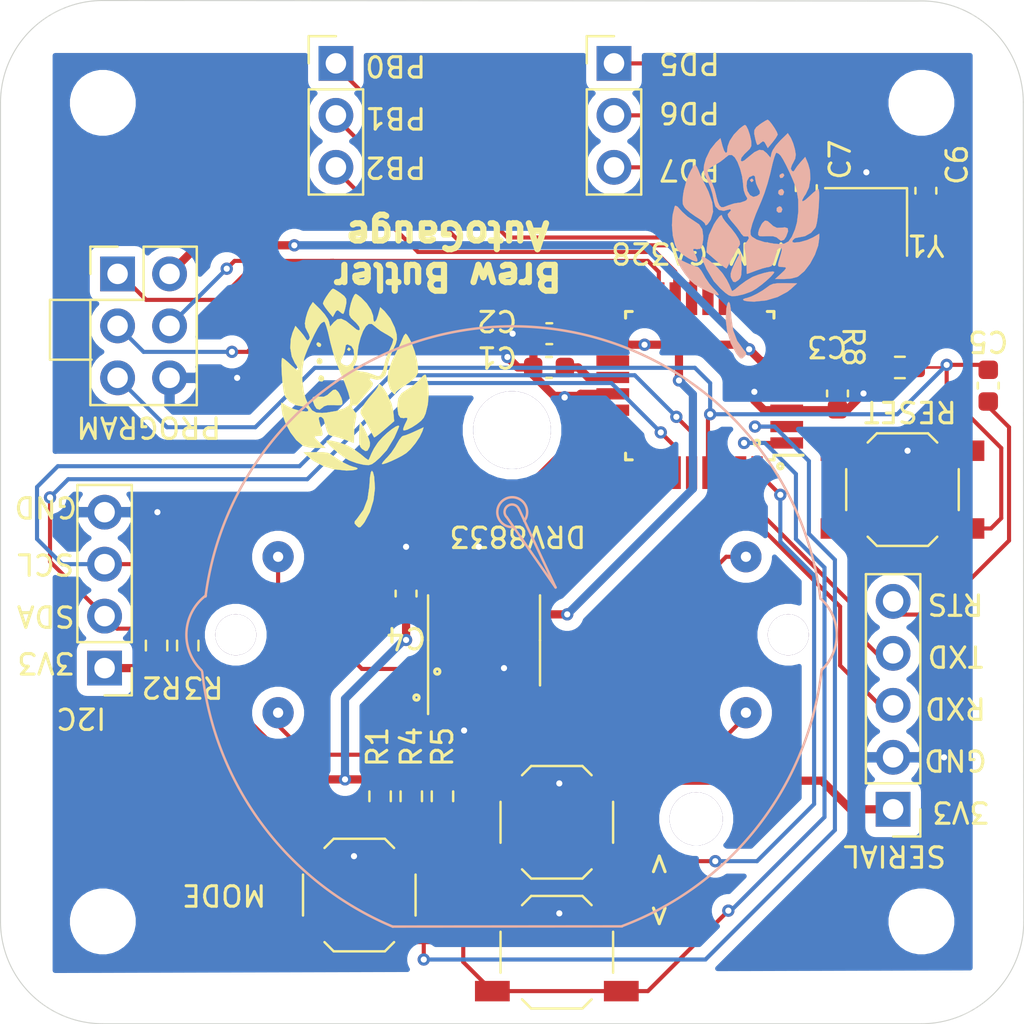
<source format=kicad_pcb>
(kicad_pcb (version 20171130) (host pcbnew 5.1.10-88a1d61d58~90~ubuntu20.04.1)

  (general
    (thickness 1.6002)
    (drawings 42)
    (tracks 382)
    (zones 0)
    (modules 33)
    (nets 38)
  )

  (page A4)
  (layers
    (0 Front signal)
    (31 Back signal)
    (34 B.Paste user)
    (35 F.Paste user)
    (36 B.SilkS user)
    (37 F.SilkS user)
    (38 B.Mask user)
    (39 F.Mask user)
    (44 Edge.Cuts user)
    (45 Margin user)
    (46 B.CrtYd user)
    (47 F.CrtYd user)
    (49 F.Fab user hide)
  )

  (setup
    (last_trace_width 0.127)
    (user_trace_width 0.15)
    (user_trace_width 0.2)
    (user_trace_width 0.4)
    (user_trace_width 0.6)
    (trace_clearance 0.127)
    (zone_clearance 0.508)
    (zone_45_only no)
    (trace_min 0.127)
    (via_size 0.6)
    (via_drill 0.3)
    (via_min_size 0.4)
    (via_min_drill 0.2)
    (user_via 0.6 0.3)
    (user_via 0.9 0.4)
    (uvia_size 0.6858)
    (uvia_drill 0.3302)
    (uvias_allowed no)
    (uvia_min_size 0.2)
    (uvia_min_drill 0.1)
    (edge_width 0.0381)
    (segment_width 0.254)
    (pcb_text_width 0.3048)
    (pcb_text_size 1.524 1.524)
    (mod_edge_width 0.1524)
    (mod_text_size 0.8128 0.8128)
    (mod_text_width 0.1524)
    (pad_size 2.2 2.2)
    (pad_drill 2.2)
    (pad_to_mask_clearance 0)
    (solder_mask_min_width 0.12)
    (aux_axis_origin 0 0)
    (visible_elements FFFFFF7F)
    (pcbplotparams
      (layerselection 0x010fc_ffffffff)
      (usegerberextensions false)
      (usegerberattributes true)
      (usegerberadvancedattributes true)
      (creategerberjobfile true)
      (excludeedgelayer true)
      (linewidth 0.100000)
      (plotframeref false)
      (viasonmask false)
      (mode 1)
      (useauxorigin false)
      (hpglpennumber 1)
      (hpglpenspeed 20)
      (hpglpendiameter 15.000000)
      (psnegative false)
      (psa4output false)
      (plotreference true)
      (plotvalue true)
      (plotinvisibletext false)
      (padsonsilk false)
      (subtractmaskfromsilk false)
      (outputformat 1)
      (mirror false)
      (drillshape 0)
      (scaleselection 1)
      (outputdirectory "/home/brendon/research/auto-gauge/hardware/auto-gauge/gerber/"))
  )

  (net 0 "")
  (net 1 +3V3)
  (net 2 GND)
  (net 3 /SCL)
  (net 4 /SDA)
  (net 5 /nRESET)
  (net 6 /AIN2)
  (net 7 /AIN1)
  (net 8 /BIN1)
  (net 9 /BIN2)
  (net 10 /RTS)
  (net 11 /MOSI)
  (net 12 /TXD)
  (net 13 /RXD)
  (net 14 /SCK)
  (net 15 /MISO)
  (net 16 /AREF)
  (net 17 /PD2)
  (net 18 /ADC7)
  (net 19 /ADC6)
  (net 20 /PB2)
  (net 21 /PB1)
  (net 22 /PB0)
  (net 23 /PD7)
  (net 24 /PD6)
  (net 25 /PD5)
  (net 26 /PD4)
  (net 27 /PD3)
  (net 28 /XTAL2)
  (net 29 /XTAL1)
  (net 30 /M4)
  (net 31 /M3)
  (net 32 /M2)
  (net 33 /M1)
  (net 34 /~FAULT)
  (net 35 /~SLEEP)
  (net 36 "Net-(Y1-Pad4)")
  (net 37 "Net-(Y1-Pad2)")

  (net_class Default "This is the default net class."
    (clearance 0.127)
    (trace_width 0.127)
    (via_dia 0.6)
    (via_drill 0.3)
    (uvia_dia 0.6858)
    (uvia_drill 0.3302)
    (diff_pair_width 0.1524)
    (diff_pair_gap 0.254)
    (add_net +3V3)
    (add_net /ADC6)
    (add_net /ADC7)
    (add_net /AIN1)
    (add_net /AIN2)
    (add_net /AREF)
    (add_net /BIN1)
    (add_net /BIN2)
    (add_net /M1)
    (add_net /M2)
    (add_net /M3)
    (add_net /M4)
    (add_net /MISO)
    (add_net /MOSI)
    (add_net /PB0)
    (add_net /PB1)
    (add_net /PB2)
    (add_net /PD2)
    (add_net /PD3)
    (add_net /PD4)
    (add_net /PD5)
    (add_net /PD6)
    (add_net /PD7)
    (add_net /RTS)
    (add_net /RXD)
    (add_net /SCK)
    (add_net /SCL)
    (add_net /SDA)
    (add_net /TXD)
    (add_net /XTAL1)
    (add_net /XTAL2)
    (add_net /nRESET)
    (add_net /~FAULT)
    (add_net /~SLEEP)
    (add_net GND)
    (add_net "Net-(Y1-Pad2)")
    (add_net "Net-(Y1-Pad4)")
  )

  (module auto-gauge:butler (layer Front) (tedit 616FD1F2) (tstamp 6170376A)
    (at 192.024 83.82 180)
    (fp_text reference G*** (at 7.48284 2.3495) (layer F.SilkS) hide
      (effects (font (size 1.524 1.524) (thickness 0.3)))
    )
    (fp_text value LOGO (at 7.0739 4.71678) (layer F.SilkS) hide
      (effects (font (size 1.524 1.524) (thickness 0.3)))
    )
    (fp_poly (pts (xy 0.082206 1.757763) (xy 0.084666 1.778) (xy 0.020237 1.860207) (xy 0 1.862667)
      (xy -0.082207 1.798238) (xy -0.084667 1.778) (xy -0.020238 1.695794) (xy 0 1.693334)
      (xy 0.082206 1.757763)) (layer F.SilkS) (width 0.01))
    (fp_poly (pts (xy 1.576876 -1.126915) (xy 1.679743 -0.969683) (xy 1.775066 -0.709417) (xy 1.759429 -0.565907)
      (xy 1.624234 -0.521017) (xy 1.473775 -0.535213) (xy 1.231675 -0.545315) (xy 1.050339 -0.457642)
      (xy 0.961927 -0.376957) (xy 0.778293 -0.215976) (xy 0.651114 -0.188696) (xy 0.532673 -0.295318)
      (xy 0.474759 -0.379005) (xy 0.364626 -0.602072) (xy 0.316855 -0.781172) (xy 0.317826 -0.893636)
      (xy 0.379254 -0.946685) (xy 0.54168 -0.956808) (xy 0.726584 -0.947822) (xy 1.03452 -0.950491)
      (xy 1.217035 -1.009291) (xy 1.266117 -1.053656) (xy 1.429569 -1.174312) (xy 1.576876 -1.126915)) (layer F.SilkS) (width 0.01))
    (fp_poly (pts (xy 1.425664 0.210664) (xy 1.448889 0.22969) (xy 1.496292 0.3632) (xy 1.434539 0.481217)
      (xy 1.354666 0.508) (xy 1.246078 0.446326) (xy 1.223107 0.415956) (xy 1.213216 0.286833)
      (xy 1.302795 0.200203) (xy 1.425664 0.210664)) (layer F.SilkS) (width 0.01))
    (fp_poly (pts (xy 1.510331 1.05733) (xy 1.533556 1.076356) (xy 1.580959 1.209867) (xy 1.519206 1.327884)
      (xy 1.439333 1.354667) (xy 1.330744 1.292993) (xy 1.307773 1.262623) (xy 1.297883 1.1335)
      (xy 1.387462 1.04687) (xy 1.510331 1.05733)) (layer F.SilkS) (width 0.01))
    (fp_poly (pts (xy 1.50557 1.904678) (xy 1.589263 2.016125) (xy 1.552414 2.102492) (xy 1.488722 2.116667)
      (xy 1.37209 2.048497) (xy 1.354666 1.982611) (xy 1.40402 1.889893) (xy 1.50557 1.904678)) (layer F.SilkS) (width 0.01))
    (fp_poly (pts (xy -0.368642 -6.838578) (xy -0.275147 -6.726137) (xy -0.28982 -6.629931) (xy -0.399095 -6.499911)
      (xy -0.713147 -6.062577) (xy -0.909987 -5.544668) (xy -0.99992 -4.918003) (xy -1.003477 -4.847166)
      (xy -1.030665 -4.472079) (xy -1.071583 -4.240134) (xy -1.12234 -4.157963) (xy -1.179042 -4.232197)
      (xy -1.234772 -4.453097) (xy -1.272654 -5.01403) (xy -1.198384 -5.608234) (xy -1.025586 -6.177967)
      (xy -0.767886 -6.665485) (xy -0.687297 -6.773333) (xy -0.561949 -6.911601) (xy -0.474268 -6.926601)
      (xy -0.368642 -6.838578)) (layer F.SilkS) (width 0.01))
    (fp_poly (pts (xy 0.704785 -4.089198) (xy 1.261272 -3.923311) (xy 1.739237 -3.669782) (xy 1.924095 -3.52321)
      (xy 2.212885 -3.258553) (xy 1.608815 -3.248145) (xy 1.268999 -3.250928) (xy 1.044448 -3.281258)
      (xy 0.881855 -3.350645) (xy 0.777538 -3.427631) (xy 0.54191 -3.596732) (xy 0.257343 -3.762846)
      (xy -0.021034 -3.897561) (xy -0.238088 -3.972463) (xy -0.292961 -3.979333) (xy -0.407781 -4.024018)
      (xy -0.423334 -4.064) (xy -0.345621 -4.108306) (xy -0.139955 -4.138618) (xy 0.123823 -4.148666)
      (xy 0.704785 -4.089198)) (layer F.SilkS) (width 0.01))
    (fp_poly (pts (xy -1.608667 -3.824773) (xy -1.664925 -3.729517) (xy -1.805999 -3.571741) (xy -1.870562 -3.50834)
      (xy -2.068798 -3.278449) (xy -2.266484 -2.985468) (xy -2.337655 -2.8575) (xy -2.470776 -2.631879)
      (xy -2.591626 -2.485583) (xy -2.64726 -2.454506) (xy -2.776567 -2.420258) (xy -3.002089 -2.33262)
      (xy -3.201407 -2.244307) (xy -3.651147 -2.034935) (xy -3.591974 -2.223967) (xy -3.462595 -2.498456)
      (xy -3.251852 -2.815117) (xy -3.008569 -3.107839) (xy -2.797903 -3.299221) (xy -2.59343 -3.426565)
      (xy -2.33692 -3.561826) (xy -2.069315 -3.686912) (xy -1.831556 -3.783731) (xy -1.664584 -3.834189)
      (xy -1.608667 -3.824773)) (layer F.SilkS) (width 0.01))
    (fp_poly (pts (xy -0.799964 -3.875702) (xy -0.711829 -3.864387) (xy -0.390007 -3.790046) (xy -0.054846 -3.668991)
      (xy 0.021437 -3.633395) (xy 0.232317 -3.505073) (xy 0.480768 -3.321351) (xy 0.728886 -3.114916)
      (xy 0.938769 -2.918457) (xy 1.072513 -2.764664) (xy 1.100666 -2.702636) (xy 1.028799 -2.674908)
      (xy 0.843707 -2.694673) (xy 0.591157 -2.751146) (xy 0.316913 -2.833545) (xy 0.066742 -2.931086)
      (xy 0.004941 -2.960812) (xy -0.283019 -3.133697) (xy -0.573997 -3.346606) (xy -0.63549 -3.398454)
      (xy -0.816097 -3.546767) (xy -0.936713 -3.626567) (xy -0.961898 -3.630767) (xy -1.006871 -3.537876)
      (xy -1.084584 -3.352558) (xy -1.097437 -3.320486) (xy -1.223625 -3.073447) (xy -1.400218 -2.803597)
      (xy -1.449943 -2.738317) (xy -1.644508 -2.521185) (xy -1.869784 -2.310269) (xy -2.094544 -2.129069)
      (xy -2.287557 -2.001082) (xy -2.417597 -1.949809) (xy -2.455334 -1.981774) (xy -2.423134 -2.070358)
      (xy -2.338514 -2.270506) (xy -2.219445 -2.539774) (xy -2.213368 -2.553274) (xy -1.851724 -3.151366)
      (xy -1.528467 -3.502971) (xy -1.29083 -3.717588) (xy -1.123888 -3.83634) (xy -0.97711 -3.88159)
      (xy -0.799964 -3.875702)) (layer F.SilkS) (width 0.01))
    (fp_poly (pts (xy -0.646831 -3.092647) (xy -0.559041 -2.992565) (xy -0.512302 -2.831806) (xy -0.497054 -2.566224)
      (xy -0.497859 -2.4047) (xy -0.507845 -2.111491) (xy -0.525773 -1.89215) (xy -0.547439 -1.795006)
      (xy -0.600605 -1.844261) (xy -0.701782 -2.012509) (xy -0.829758 -2.264203) (xy -0.838668 -2.282964)
      (xy -0.97192 -2.584877) (xy -1.030754 -2.786642) (xy -1.025226 -2.934867) (xy -0.996501 -3.014652)
      (xy -0.905468 -3.17539) (xy -0.80714 -3.195724) (xy -0.646831 -3.092647)) (layer F.SilkS) (width 0.01))
    (fp_poly (pts (xy -1.233168 -2.52826) (xy -1.182766 -2.44191) (xy -1.081572 -2.251271) (xy -0.990606 -2.074333)
      (xy -0.846186 -1.804287) (xy -0.710995 -1.574532) (xy -0.649719 -1.483226) (xy -0.572589 -1.347131)
      (xy -0.585717 -1.210097) (xy -0.6543 -1.059892) (xy -0.787511 -0.849776) (xy -0.985207 -0.592678)
      (xy -1.112001 -0.446392) (xy -1.290438 -0.237182) (xy -1.409329 -0.070801) (xy -1.439334 -0.001892)
      (xy -1.473404 0.085314) (xy -1.572402 0.022566) (xy -1.731508 -0.185785) (xy -1.85003 -0.372613)
      (xy -2.090654 -0.892097) (xy -2.169875 -1.28278) (xy -2.21258 -1.735666) (xy -1.736606 -2.14726)
      (xy -1.504731 -2.341057) (xy -1.327206 -2.47682) (xy -1.237305 -2.52937) (xy -1.233168 -2.52826)) (layer F.SilkS) (width 0.01))
    (fp_poly (pts (xy -2.657297 -2.177518) (xy -2.661676 -2.080256) (xy -2.731859 -1.901682) (xy -2.745424 -1.874739)
      (xy -2.8465 -1.669615) (xy -2.860722 -1.579159) (xy -2.779974 -1.568127) (xy -2.678863 -1.585677)
      (xy -2.521265 -1.566575) (xy -2.423639 -1.425213) (xy -2.377837 -1.144637) (xy -2.371823 -0.946934)
      (xy -2.415984 -0.617217) (xy -2.570966 -0.375136) (xy -2.865723 -0.175954) (xy -2.873309 -0.172067)
      (xy -3.138161 0.004044) (xy -3.397109 0.238366) (xy -3.459906 0.309239) (xy -3.629821 0.492967)
      (xy -3.729738 0.540802) (xy -3.765294 0.502196) (xy -3.868818 0.077142) (xy -3.898434 -0.416825)
      (xy -3.857481 -0.916545) (xy -3.749297 -1.358855) (xy -3.655947 -1.566159) (xy -3.528471 -1.71365)
      (xy -3.324706 -1.877401) (xy -3.089679 -2.029845) (xy -2.868418 -2.143418) (xy -2.705952 -2.190554)
      (xy -2.657297 -2.177518)) (layer F.SilkS) (width 0.01))
    (fp_poly (pts (xy -2.160793 -0.371894) (xy -2.035882 -0.198673) (xy -1.998497 -0.132402) (xy -1.889945 0.242564)
      (xy -1.928101 0.694122) (xy -2.11335 1.224888) (xy -2.235311 1.472437) (xy -2.392352 1.782857)
      (xy -2.528286 2.075901) (xy -2.604929 2.264834) (xy -2.689211 2.449425) (xy -2.769485 2.538521)
      (xy -2.778034 2.54) (xy -2.850095 2.46873) (xy -2.961545 2.282781) (xy -3.076085 2.048566)
      (xy -3.210309 1.686816) (xy -3.315878 1.290921) (xy -3.353649 1.071965) (xy -3.378908 0.784045)
      (xy -3.361615 0.601849) (xy -3.289483 0.46449) (xy -3.213315 0.376722) (xy -3.016877 0.204051)
      (xy -2.755387 0.017365) (xy -2.65098 -0.047246) (xy -2.440754 -0.185351) (xy -2.308841 -0.300681)
      (xy -2.286 -0.342236) (xy -2.251187 -0.424874) (xy -2.160793 -0.371894)) (layer F.SilkS) (width 0.01))
    (fp_poly (pts (xy 1.936962 -3.018377) (xy 2.214197 -2.943405) (xy 2.272936 -2.913939) (xy 2.572053 -2.660049)
      (xy 2.853057 -2.289679) (xy 3.0873 -1.855353) (xy 3.246137 -1.409597) (xy 3.301083 -1.028803)
      (xy 3.302 -0.82994) (xy 2.995786 -1.010611) (xy 2.704262 -1.141247) (xy 2.376424 -1.232613)
      (xy 2.316596 -1.242403) (xy 2.089119 -1.265844) (xy 1.992124 -1.246184) (xy 1.990082 -1.173684)
      (xy 1.996868 -1.154763) (xy 2.114652 -1.047412) (xy 2.261096 -1.016) (xy 2.598068 -0.952071)
      (xy 2.898537 -0.784048) (xy 3.104395 -0.547572) (xy 3.134989 -0.479983) (xy 3.182658 -0.286852)
      (xy 3.225044 -0.003202) (xy 3.25952 0.330183) (xy 3.283456 0.67252) (xy 3.294224 0.983026)
      (xy 3.289195 1.220919) (xy 3.26574 1.345415) (xy 3.253241 1.354667) (xy 3.158891 1.299602)
      (xy 2.987271 1.156741) (xy 2.818371 0.998372) (xy 2.601923 0.808867) (xy 2.480834 0.748777)
      (xy 2.46477 0.81256) (xy 2.563394 0.99467) (xy 2.63865 1.101473) (xy 2.792986 1.428709)
      (xy 2.862893 1.83907) (xy 2.843147 2.266013) (xy 2.755122 2.584832) (xy 2.613705 2.921)
      (xy 2.37573 2.656298) (xy 2.215525 2.462369) (xy 2.109374 2.305108) (xy 2.09546 2.275298)
      (xy 2.028465 2.205884) (xy 1.953428 2.252388) (xy 1.908033 2.356209) (xy 1.962566 2.523345)
      (xy 2.02332 2.633388) (xy 2.127035 2.846898) (xy 2.150164 3.045714) (xy 2.107737 3.302)
      (xy 2.025728 3.584128) (xy 1.924057 3.827367) (xy 1.892045 3.883063) (xy 1.761564 4.083126)
      (xy 1.392422 3.720841) (xy 1.183083 3.485187) (xy 1.027168 3.254156) (xy 0.971121 3.12108)
      (xy 0.918963 2.883605) (xy 0.729687 3.103652) (xy 0.557418 3.245756) (xy 0.369039 3.265844)
      (xy 0.137963 3.158218) (xy -0.162399 2.917183) (xy -0.16916 2.911085) (xy -0.368579 2.746336)
      (xy -0.482928 2.697221) (xy -0.536295 2.745613) (xy -0.504942 2.880601) (xy -0.351917 3.068946)
      (xy -0.281977 3.133915) (xy -0.098369 3.311154) (xy -0.020908 3.456772) (xy -0.020293 3.640769)
      (xy -0.033042 3.728642) (xy -0.095109 4.007666) (xy -0.180074 4.259372) (xy -0.268633 4.434653)
      (xy -0.331091 4.486913) (xy -0.422774 4.436774) (xy -0.580809 4.314771) (xy -0.602425 4.296413)
      (xy -0.873769 4.014262) (xy -1.0764 3.708451) (xy -1.178841 3.429683) (xy -1.185334 3.357427)
      (xy -1.208412 3.15723) (xy -1.267422 3.112771) (xy -1.347026 3.218401) (xy -1.426013 3.446064)
      (xy -1.52979 3.834078) (xy -1.746802 3.631539) (xy -2.027222 3.280147) (xy -2.24158 2.83671)
      (xy -2.330543 2.515668) (xy -2.347379 2.277914) (xy -2.333301 2.220082) (xy -2.165656 2.220082)
      (xy -2.160353 2.283812) (xy -2.054656 2.376684) (xy -1.859256 2.498179) (xy -1.793423 2.533347)
      (xy -1.546105 2.681653) (xy -1.338866 2.840313) (xy -1.312334 2.865771) (xy -1.121825 3.015564)
      (xy -0.966295 3.016541) (xy -0.829152 2.899834) (xy -0.69299 2.671133) (xy -0.566824 2.339149)
      (xy -0.470721 1.969632) (xy -0.424748 1.628333) (xy -0.423334 1.57009) (xy -0.416154 1.508031)
      (xy -0.25675 1.508031) (xy -0.230337 1.752806) (xy -0.129866 1.923889) (xy -0.105834 1.940552)
      (xy 0.071753 2.020343) (xy 0.15385 1.977247) (xy 0.172333 1.8415) (xy 0.216898 1.623126)
      (xy 0.296333 1.439334) (xy 0.397111 1.239687) (xy 0.397171 1.124107) (xy 0.289959 1.035925)
      (xy 0.246956 1.012231) (xy 0.079692 0.965441) (xy -0.076047 1.0508) (xy -0.09171 1.064707)
      (xy -0.210182 1.256389) (xy -0.25675 1.508031) (xy -0.416154 1.508031) (xy -0.39198 1.299121)
      (xy -0.31455 1.071978) (xy -0.294359 1.038875) (xy -0.213268 0.897054) (xy -0.249816 0.815148)
      (xy -0.331127 0.766036) (xy -0.551578 0.691589) (xy -0.674487 0.677334) (xy -0.867989 0.645119)
      (xy -1.117367 0.565698) (xy -1.165223 0.546505) (xy -1.372544 0.469053) (xy -1.486975 0.466139)
      (xy -1.568218 0.538887) (xy -1.579714 0.554314) (xy -1.658172 0.724515) (xy -1.727004 0.974923)
      (xy -1.740221 1.044976) (xy -1.817715 1.336837) (xy -1.944845 1.665614) (xy -2.00744 1.795769)
      (xy -2.114826 2.035531) (xy -2.165656 2.220082) (xy -2.333301 2.220082) (xy -2.28931 2.039371)
      (xy -2.170078 1.783775) (xy -2.030779 1.467884) (xy -1.924818 1.139545) (xy -1.895193 0.999835)
      (xy -1.843782 0.738438) (xy -1.783639 0.532163) (xy -1.766482 0.492568) (xy -1.599339 0.33068)
      (xy -1.363304 0.285883) (xy -1.188532 0.336955) (xy -1.050038 0.368663) (xy -1.010837 0.308847)
      (xy -1.100667 0.211667) (xy -1.174622 0.126723) (xy -1.147963 0.001798) (xy -1.009824 -0.191922)
      (xy -0.901219 -0.317256) (xy -0.712133 -0.54415) (xy -0.610772 -0.683703) (xy -0.060975 -0.683703)
      (xy 0.025451 -0.346696) (xy 0.201203 0.133224) (xy 0.466407 0.756447) (xy 0.470738 0.766152)
      (xy 0.618426 1.145227) (xy 0.769266 1.612119) (xy 0.898526 2.087621) (xy 0.940033 2.268985)
      (xy 1.023518 2.625335) (xy 1.104723 2.910176) (xy 1.172899 3.08896) (xy 1.208803 3.132667)
      (xy 1.324356 3.073325) (xy 1.412874 2.9845) (xy 1.531321 2.798868) (xy 1.686382 2.504994)
      (xy 1.854735 2.153006) (xy 2.013054 1.793031) (xy 2.138016 1.475198) (xy 2.191212 1.311697)
      (xy 2.273 0.817132) (xy 2.278125 0.25957) (xy 2.209741 -0.281177) (xy 2.114892 -0.620307)
      (xy 1.959884 -0.983444) (xy 1.799907 -1.206527) (xy 1.596618 -1.315512) (xy 1.311674 -1.336358)
      (xy 1.085286 -1.317325) (xy 0.607152 -1.236531) (xy 0.240449 -1.118947) (xy 0.007333 -0.973081)
      (xy -0.058199 -0.878187) (xy -0.060975 -0.683703) (xy -0.610772 -0.683703) (xy -0.561117 -0.752066)
      (xy -0.518928 -0.822347) (xy -0.402176 -0.950983) (xy -0.303606 -0.964742) (xy -0.171871 -0.960441)
      (xy -0.139494 -1.052031) (xy -0.216805 -1.191364) (xy -0.248317 -1.222523) (xy -0.353853 -1.361516)
      (xy -0.355658 -1.537223) (xy -0.330987 -1.635446) (xy -0.285291 -1.882244) (xy -0.257701 -2.199998)
      (xy -0.254 -2.348941) (xy -0.250366 -2.597536) (xy -0.24103 -2.759058) (xy -0.232834 -2.793957)
      (xy -0.148975 -2.766442) (xy 0.045515 -2.695427) (xy 0.233741 -2.624624) (xy 0.511684 -2.529815)
      (xy 0.746486 -2.468381) (xy 0.844176 -2.455333) (xy 0.969419 -2.404764) (xy 1.064783 -2.231919)
      (xy 1.106937 -2.0955) (xy 1.173954 -1.849765) (xy 1.224513 -1.666136) (xy 1.234678 -1.629833)
      (xy 1.333083 -1.534444) (xy 1.390293 -1.524) (xy 1.45944 -1.543225) (xy 1.471411 -1.627353)
      (xy 1.426559 -1.816065) (xy 1.393866 -1.926166) (xy 1.310897 -2.2098) (xy 1.283597 -2.368087)
      (xy 1.318031 -2.437587) (xy 1.420265 -2.454859) (xy 1.481666 -2.455333) (xy 1.637675 -2.466714)
      (xy 1.675376 -2.516848) (xy 1.590254 -2.629718) (xy 1.418166 -2.792711) (xy 1.143 -3.043036)
      (xy 1.595603 -3.045518) (xy 1.936962 -3.018377)) (layer F.SilkS) (width 0.01))
    (fp_poly (pts (xy 1.024768 3.64676) (xy 1.171922 3.841619) (xy 1.25837 3.989653) (xy 1.267722 4.023179)
      (xy 1.224836 4.142843) (xy 1.117255 4.328899) (xy 0.982011 4.526918) (xy 0.856137 4.68247)
      (xy 0.779108 4.741334) (xy 0.678933 4.696137) (xy 0.496237 4.581789) (xy 0.397911 4.513833)
      (xy 0.222948 4.374911) (xy 0.133452 4.2408) (xy 0.12041 4.064394) (xy 0.174814 3.798584)
      (xy 0.225655 3.613317) (xy 0.27013 3.509443) (xy 0.345838 3.531775) (xy 0.424263 3.599175)
      (xy 0.545787 3.688549) (xy 0.624162 3.646243) (xy 0.68164 3.547951) (xy 0.784091 3.356521)
      (xy 1.024768 3.64676)) (layer F.SilkS) (width 0.01))
  )

  (module auto-gauge:butler (layer Back) (tedit 616FD1F2) (tstamp 617033F2)
    (at 211.709 75.565)
    (fp_text reference G*** (at 7.48284 -2.3495) (layer B.SilkS) hide
      (effects (font (size 1.524 1.524) (thickness 0.3)) (justify mirror))
    )
    (fp_text value LOGO (at 7.0739 -4.71678) (layer B.SilkS) hide
      (effects (font (size 1.524 1.524) (thickness 0.3)) (justify mirror))
    )
    (fp_poly (pts (xy 0.082206 -1.757763) (xy 0.084666 -1.778) (xy 0.020237 -1.860207) (xy 0 -1.862667)
      (xy -0.082207 -1.798238) (xy -0.084667 -1.778) (xy -0.020238 -1.695794) (xy 0 -1.693334)
      (xy 0.082206 -1.757763)) (layer B.SilkS) (width 0.01))
    (fp_poly (pts (xy 1.576876 1.126915) (xy 1.679743 0.969683) (xy 1.775066 0.709417) (xy 1.759429 0.565907)
      (xy 1.624234 0.521017) (xy 1.473775 0.535213) (xy 1.231675 0.545315) (xy 1.050339 0.457642)
      (xy 0.961927 0.376957) (xy 0.778293 0.215976) (xy 0.651114 0.188696) (xy 0.532673 0.295318)
      (xy 0.474759 0.379005) (xy 0.364626 0.602072) (xy 0.316855 0.781172) (xy 0.317826 0.893636)
      (xy 0.379254 0.946685) (xy 0.54168 0.956808) (xy 0.726584 0.947822) (xy 1.03452 0.950491)
      (xy 1.217035 1.009291) (xy 1.266117 1.053656) (xy 1.429569 1.174312) (xy 1.576876 1.126915)) (layer B.SilkS) (width 0.01))
    (fp_poly (pts (xy 1.425664 -0.210664) (xy 1.448889 -0.22969) (xy 1.496292 -0.3632) (xy 1.434539 -0.481217)
      (xy 1.354666 -0.508) (xy 1.246078 -0.446326) (xy 1.223107 -0.415956) (xy 1.213216 -0.286833)
      (xy 1.302795 -0.200203) (xy 1.425664 -0.210664)) (layer B.SilkS) (width 0.01))
    (fp_poly (pts (xy 1.510331 -1.05733) (xy 1.533556 -1.076356) (xy 1.580959 -1.209867) (xy 1.519206 -1.327884)
      (xy 1.439333 -1.354667) (xy 1.330744 -1.292993) (xy 1.307773 -1.262623) (xy 1.297883 -1.1335)
      (xy 1.387462 -1.04687) (xy 1.510331 -1.05733)) (layer B.SilkS) (width 0.01))
    (fp_poly (pts (xy 1.50557 -1.904678) (xy 1.589263 -2.016125) (xy 1.552414 -2.102492) (xy 1.488722 -2.116667)
      (xy 1.37209 -2.048497) (xy 1.354666 -1.982611) (xy 1.40402 -1.889893) (xy 1.50557 -1.904678)) (layer B.SilkS) (width 0.01))
    (fp_poly (pts (xy -0.368642 6.838578) (xy -0.275147 6.726137) (xy -0.28982 6.629931) (xy -0.399095 6.499911)
      (xy -0.713147 6.062577) (xy -0.909987 5.544668) (xy -0.99992 4.918003) (xy -1.003477 4.847166)
      (xy -1.030665 4.472079) (xy -1.071583 4.240134) (xy -1.12234 4.157963) (xy -1.179042 4.232197)
      (xy -1.234772 4.453097) (xy -1.272654 5.01403) (xy -1.198384 5.608234) (xy -1.025586 6.177967)
      (xy -0.767886 6.665485) (xy -0.687297 6.773333) (xy -0.561949 6.911601) (xy -0.474268 6.926601)
      (xy -0.368642 6.838578)) (layer B.SilkS) (width 0.01))
    (fp_poly (pts (xy 0.704785 4.089198) (xy 1.261272 3.923311) (xy 1.739237 3.669782) (xy 1.924095 3.52321)
      (xy 2.212885 3.258553) (xy 1.608815 3.248145) (xy 1.268999 3.250928) (xy 1.044448 3.281258)
      (xy 0.881855 3.350645) (xy 0.777538 3.427631) (xy 0.54191 3.596732) (xy 0.257343 3.762846)
      (xy -0.021034 3.897561) (xy -0.238088 3.972463) (xy -0.292961 3.979333) (xy -0.407781 4.024018)
      (xy -0.423334 4.064) (xy -0.345621 4.108306) (xy -0.139955 4.138618) (xy 0.123823 4.148666)
      (xy 0.704785 4.089198)) (layer B.SilkS) (width 0.01))
    (fp_poly (pts (xy -1.608667 3.824773) (xy -1.664925 3.729517) (xy -1.805999 3.571741) (xy -1.870562 3.50834)
      (xy -2.068798 3.278449) (xy -2.266484 2.985468) (xy -2.337655 2.8575) (xy -2.470776 2.631879)
      (xy -2.591626 2.485583) (xy -2.64726 2.454506) (xy -2.776567 2.420258) (xy -3.002089 2.33262)
      (xy -3.201407 2.244307) (xy -3.651147 2.034935) (xy -3.591974 2.223967) (xy -3.462595 2.498456)
      (xy -3.251852 2.815117) (xy -3.008569 3.107839) (xy -2.797903 3.299221) (xy -2.59343 3.426565)
      (xy -2.33692 3.561826) (xy -2.069315 3.686912) (xy -1.831556 3.783731) (xy -1.664584 3.834189)
      (xy -1.608667 3.824773)) (layer B.SilkS) (width 0.01))
    (fp_poly (pts (xy -0.799964 3.875702) (xy -0.711829 3.864387) (xy -0.390007 3.790046) (xy -0.054846 3.668991)
      (xy 0.021437 3.633395) (xy 0.232317 3.505073) (xy 0.480768 3.321351) (xy 0.728886 3.114916)
      (xy 0.938769 2.918457) (xy 1.072513 2.764664) (xy 1.100666 2.702636) (xy 1.028799 2.674908)
      (xy 0.843707 2.694673) (xy 0.591157 2.751146) (xy 0.316913 2.833545) (xy 0.066742 2.931086)
      (xy 0.004941 2.960812) (xy -0.283019 3.133697) (xy -0.573997 3.346606) (xy -0.63549 3.398454)
      (xy -0.816097 3.546767) (xy -0.936713 3.626567) (xy -0.961898 3.630767) (xy -1.006871 3.537876)
      (xy -1.084584 3.352558) (xy -1.097437 3.320486) (xy -1.223625 3.073447) (xy -1.400218 2.803597)
      (xy -1.449943 2.738317) (xy -1.644508 2.521185) (xy -1.869784 2.310269) (xy -2.094544 2.129069)
      (xy -2.287557 2.001082) (xy -2.417597 1.949809) (xy -2.455334 1.981774) (xy -2.423134 2.070358)
      (xy -2.338514 2.270506) (xy -2.219445 2.539774) (xy -2.213368 2.553274) (xy -1.851724 3.151366)
      (xy -1.528467 3.502971) (xy -1.29083 3.717588) (xy -1.123888 3.83634) (xy -0.97711 3.88159)
      (xy -0.799964 3.875702)) (layer B.SilkS) (width 0.01))
    (fp_poly (pts (xy -0.646831 3.092647) (xy -0.559041 2.992565) (xy -0.512302 2.831806) (xy -0.497054 2.566224)
      (xy -0.497859 2.4047) (xy -0.507845 2.111491) (xy -0.525773 1.89215) (xy -0.547439 1.795006)
      (xy -0.600605 1.844261) (xy -0.701782 2.012509) (xy -0.829758 2.264203) (xy -0.838668 2.282964)
      (xy -0.97192 2.584877) (xy -1.030754 2.786642) (xy -1.025226 2.934867) (xy -0.996501 3.014652)
      (xy -0.905468 3.17539) (xy -0.80714 3.195724) (xy -0.646831 3.092647)) (layer B.SilkS) (width 0.01))
    (fp_poly (pts (xy -1.233168 2.52826) (xy -1.182766 2.44191) (xy -1.081572 2.251271) (xy -0.990606 2.074333)
      (xy -0.846186 1.804287) (xy -0.710995 1.574532) (xy -0.649719 1.483226) (xy -0.572589 1.347131)
      (xy -0.585717 1.210097) (xy -0.6543 1.059892) (xy -0.787511 0.849776) (xy -0.985207 0.592678)
      (xy -1.112001 0.446392) (xy -1.290438 0.237182) (xy -1.409329 0.070801) (xy -1.439334 0.001892)
      (xy -1.473404 -0.085314) (xy -1.572402 -0.022566) (xy -1.731508 0.185785) (xy -1.85003 0.372613)
      (xy -2.090654 0.892097) (xy -2.169875 1.28278) (xy -2.21258 1.735666) (xy -1.736606 2.14726)
      (xy -1.504731 2.341057) (xy -1.327206 2.47682) (xy -1.237305 2.52937) (xy -1.233168 2.52826)) (layer B.SilkS) (width 0.01))
    (fp_poly (pts (xy -2.657297 2.177518) (xy -2.661676 2.080256) (xy -2.731859 1.901682) (xy -2.745424 1.874739)
      (xy -2.8465 1.669615) (xy -2.860722 1.579159) (xy -2.779974 1.568127) (xy -2.678863 1.585677)
      (xy -2.521265 1.566575) (xy -2.423639 1.425213) (xy -2.377837 1.144637) (xy -2.371823 0.946934)
      (xy -2.415984 0.617217) (xy -2.570966 0.375136) (xy -2.865723 0.175954) (xy -2.873309 0.172067)
      (xy -3.138161 -0.004044) (xy -3.397109 -0.238366) (xy -3.459906 -0.309239) (xy -3.629821 -0.492967)
      (xy -3.729738 -0.540802) (xy -3.765294 -0.502196) (xy -3.868818 -0.077142) (xy -3.898434 0.416825)
      (xy -3.857481 0.916545) (xy -3.749297 1.358855) (xy -3.655947 1.566159) (xy -3.528471 1.71365)
      (xy -3.324706 1.877401) (xy -3.089679 2.029845) (xy -2.868418 2.143418) (xy -2.705952 2.190554)
      (xy -2.657297 2.177518)) (layer B.SilkS) (width 0.01))
    (fp_poly (pts (xy -2.160793 0.371894) (xy -2.035882 0.198673) (xy -1.998497 0.132402) (xy -1.889945 -0.242564)
      (xy -1.928101 -0.694122) (xy -2.11335 -1.224888) (xy -2.235311 -1.472437) (xy -2.392352 -1.782857)
      (xy -2.528286 -2.075901) (xy -2.604929 -2.264834) (xy -2.689211 -2.449425) (xy -2.769485 -2.538521)
      (xy -2.778034 -2.54) (xy -2.850095 -2.46873) (xy -2.961545 -2.282781) (xy -3.076085 -2.048566)
      (xy -3.210309 -1.686816) (xy -3.315878 -1.290921) (xy -3.353649 -1.071965) (xy -3.378908 -0.784045)
      (xy -3.361615 -0.601849) (xy -3.289483 -0.46449) (xy -3.213315 -0.376722) (xy -3.016877 -0.204051)
      (xy -2.755387 -0.017365) (xy -2.65098 0.047246) (xy -2.440754 0.185351) (xy -2.308841 0.300681)
      (xy -2.286 0.342236) (xy -2.251187 0.424874) (xy -2.160793 0.371894)) (layer B.SilkS) (width 0.01))
    (fp_poly (pts (xy 1.936962 3.018377) (xy 2.214197 2.943405) (xy 2.272936 2.913939) (xy 2.572053 2.660049)
      (xy 2.853057 2.289679) (xy 3.0873 1.855353) (xy 3.246137 1.409597) (xy 3.301083 1.028803)
      (xy 3.302 0.82994) (xy 2.995786 1.010611) (xy 2.704262 1.141247) (xy 2.376424 1.232613)
      (xy 2.316596 1.242403) (xy 2.089119 1.265844) (xy 1.992124 1.246184) (xy 1.990082 1.173684)
      (xy 1.996868 1.154763) (xy 2.114652 1.047412) (xy 2.261096 1.016) (xy 2.598068 0.952071)
      (xy 2.898537 0.784048) (xy 3.104395 0.547572) (xy 3.134989 0.479983) (xy 3.182658 0.286852)
      (xy 3.225044 0.003202) (xy 3.25952 -0.330183) (xy 3.283456 -0.67252) (xy 3.294224 -0.983026)
      (xy 3.289195 -1.220919) (xy 3.26574 -1.345415) (xy 3.253241 -1.354667) (xy 3.158891 -1.299602)
      (xy 2.987271 -1.156741) (xy 2.818371 -0.998372) (xy 2.601923 -0.808867) (xy 2.480834 -0.748777)
      (xy 2.46477 -0.81256) (xy 2.563394 -0.99467) (xy 2.63865 -1.101473) (xy 2.792986 -1.428709)
      (xy 2.862893 -1.83907) (xy 2.843147 -2.266013) (xy 2.755122 -2.584832) (xy 2.613705 -2.921)
      (xy 2.37573 -2.656298) (xy 2.215525 -2.462369) (xy 2.109374 -2.305108) (xy 2.09546 -2.275298)
      (xy 2.028465 -2.205884) (xy 1.953428 -2.252388) (xy 1.908033 -2.356209) (xy 1.962566 -2.523345)
      (xy 2.02332 -2.633388) (xy 2.127035 -2.846898) (xy 2.150164 -3.045714) (xy 2.107737 -3.302)
      (xy 2.025728 -3.584128) (xy 1.924057 -3.827367) (xy 1.892045 -3.883063) (xy 1.761564 -4.083126)
      (xy 1.392422 -3.720841) (xy 1.183083 -3.485187) (xy 1.027168 -3.254156) (xy 0.971121 -3.12108)
      (xy 0.918963 -2.883605) (xy 0.729687 -3.103652) (xy 0.557418 -3.245756) (xy 0.369039 -3.265844)
      (xy 0.137963 -3.158218) (xy -0.162399 -2.917183) (xy -0.16916 -2.911085) (xy -0.368579 -2.746336)
      (xy -0.482928 -2.697221) (xy -0.536295 -2.745613) (xy -0.504942 -2.880601) (xy -0.351917 -3.068946)
      (xy -0.281977 -3.133915) (xy -0.098369 -3.311154) (xy -0.020908 -3.456772) (xy -0.020293 -3.640769)
      (xy -0.033042 -3.728642) (xy -0.095109 -4.007666) (xy -0.180074 -4.259372) (xy -0.268633 -4.434653)
      (xy -0.331091 -4.486913) (xy -0.422774 -4.436774) (xy -0.580809 -4.314771) (xy -0.602425 -4.296413)
      (xy -0.873769 -4.014262) (xy -1.0764 -3.708451) (xy -1.178841 -3.429683) (xy -1.185334 -3.357427)
      (xy -1.208412 -3.15723) (xy -1.267422 -3.112771) (xy -1.347026 -3.218401) (xy -1.426013 -3.446064)
      (xy -1.52979 -3.834078) (xy -1.746802 -3.631539) (xy -2.027222 -3.280147) (xy -2.24158 -2.83671)
      (xy -2.330543 -2.515668) (xy -2.347379 -2.277914) (xy -2.333301 -2.220082) (xy -2.165656 -2.220082)
      (xy -2.160353 -2.283812) (xy -2.054656 -2.376684) (xy -1.859256 -2.498179) (xy -1.793423 -2.533347)
      (xy -1.546105 -2.681653) (xy -1.338866 -2.840313) (xy -1.312334 -2.865771) (xy -1.121825 -3.015564)
      (xy -0.966295 -3.016541) (xy -0.829152 -2.899834) (xy -0.69299 -2.671133) (xy -0.566824 -2.339149)
      (xy -0.470721 -1.969632) (xy -0.424748 -1.628333) (xy -0.423334 -1.57009) (xy -0.416154 -1.508031)
      (xy -0.25675 -1.508031) (xy -0.230337 -1.752806) (xy -0.129866 -1.923889) (xy -0.105834 -1.940552)
      (xy 0.071753 -2.020343) (xy 0.15385 -1.977247) (xy 0.172333 -1.8415) (xy 0.216898 -1.623126)
      (xy 0.296333 -1.439334) (xy 0.397111 -1.239687) (xy 0.397171 -1.124107) (xy 0.289959 -1.035925)
      (xy 0.246956 -1.012231) (xy 0.079692 -0.965441) (xy -0.076047 -1.0508) (xy -0.09171 -1.064707)
      (xy -0.210182 -1.256389) (xy -0.25675 -1.508031) (xy -0.416154 -1.508031) (xy -0.39198 -1.299121)
      (xy -0.31455 -1.071978) (xy -0.294359 -1.038875) (xy -0.213268 -0.897054) (xy -0.249816 -0.815148)
      (xy -0.331127 -0.766036) (xy -0.551578 -0.691589) (xy -0.674487 -0.677334) (xy -0.867989 -0.645119)
      (xy -1.117367 -0.565698) (xy -1.165223 -0.546505) (xy -1.372544 -0.469053) (xy -1.486975 -0.466139)
      (xy -1.568218 -0.538887) (xy -1.579714 -0.554314) (xy -1.658172 -0.724515) (xy -1.727004 -0.974923)
      (xy -1.740221 -1.044976) (xy -1.817715 -1.336837) (xy -1.944845 -1.665614) (xy -2.00744 -1.795769)
      (xy -2.114826 -2.035531) (xy -2.165656 -2.220082) (xy -2.333301 -2.220082) (xy -2.28931 -2.039371)
      (xy -2.170078 -1.783775) (xy -2.030779 -1.467884) (xy -1.924818 -1.139545) (xy -1.895193 -0.999835)
      (xy -1.843782 -0.738438) (xy -1.783639 -0.532163) (xy -1.766482 -0.492568) (xy -1.599339 -0.33068)
      (xy -1.363304 -0.285883) (xy -1.188532 -0.336955) (xy -1.050038 -0.368663) (xy -1.010837 -0.308847)
      (xy -1.100667 -0.211667) (xy -1.174622 -0.126723) (xy -1.147963 -0.001798) (xy -1.009824 0.191922)
      (xy -0.901219 0.317256) (xy -0.712133 0.54415) (xy -0.610772 0.683703) (xy -0.060975 0.683703)
      (xy 0.025451 0.346696) (xy 0.201203 -0.133224) (xy 0.466407 -0.756447) (xy 0.470738 -0.766152)
      (xy 0.618426 -1.145227) (xy 0.769266 -1.612119) (xy 0.898526 -2.087621) (xy 0.940033 -2.268985)
      (xy 1.023518 -2.625335) (xy 1.104723 -2.910176) (xy 1.172899 -3.08896) (xy 1.208803 -3.132667)
      (xy 1.324356 -3.073325) (xy 1.412874 -2.9845) (xy 1.531321 -2.798868) (xy 1.686382 -2.504994)
      (xy 1.854735 -2.153006) (xy 2.013054 -1.793031) (xy 2.138016 -1.475198) (xy 2.191212 -1.311697)
      (xy 2.273 -0.817132) (xy 2.278125 -0.25957) (xy 2.209741 0.281177) (xy 2.114892 0.620307)
      (xy 1.959884 0.983444) (xy 1.799907 1.206527) (xy 1.596618 1.315512) (xy 1.311674 1.336358)
      (xy 1.085286 1.317325) (xy 0.607152 1.236531) (xy 0.240449 1.118947) (xy 0.007333 0.973081)
      (xy -0.058199 0.878187) (xy -0.060975 0.683703) (xy -0.610772 0.683703) (xy -0.561117 0.752066)
      (xy -0.518928 0.822347) (xy -0.402176 0.950983) (xy -0.303606 0.964742) (xy -0.171871 0.960441)
      (xy -0.139494 1.052031) (xy -0.216805 1.191364) (xy -0.248317 1.222523) (xy -0.353853 1.361516)
      (xy -0.355658 1.537223) (xy -0.330987 1.635446) (xy -0.285291 1.882244) (xy -0.257701 2.199998)
      (xy -0.254 2.348941) (xy -0.250366 2.597536) (xy -0.24103 2.759058) (xy -0.232834 2.793957)
      (xy -0.148975 2.766442) (xy 0.045515 2.695427) (xy 0.233741 2.624624) (xy 0.511684 2.529815)
      (xy 0.746486 2.468381) (xy 0.844176 2.455333) (xy 0.969419 2.404764) (xy 1.064783 2.231919)
      (xy 1.106937 2.0955) (xy 1.173954 1.849765) (xy 1.224513 1.666136) (xy 1.234678 1.629833)
      (xy 1.333083 1.534444) (xy 1.390293 1.524) (xy 1.45944 1.543225) (xy 1.471411 1.627353)
      (xy 1.426559 1.816065) (xy 1.393866 1.926166) (xy 1.310897 2.2098) (xy 1.283597 2.368087)
      (xy 1.318031 2.437587) (xy 1.420265 2.454859) (xy 1.481666 2.455333) (xy 1.637675 2.466714)
      (xy 1.675376 2.516848) (xy 1.590254 2.629718) (xy 1.418166 2.792711) (xy 1.143 3.043036)
      (xy 1.595603 3.045518) (xy 1.936962 3.018377)) (layer B.SilkS) (width 0.01))
    (fp_poly (pts (xy 1.024768 -3.64676) (xy 1.171922 -3.841619) (xy 1.25837 -3.989653) (xy 1.267722 -4.023179)
      (xy 1.224836 -4.142843) (xy 1.117255 -4.328899) (xy 0.982011 -4.526918) (xy 0.856137 -4.68247)
      (xy 0.779108 -4.741334) (xy 0.678933 -4.696137) (xy 0.496237 -4.581789) (xy 0.397911 -4.513833)
      (xy 0.222948 -4.374911) (xy 0.133452 -4.2408) (xy 0.12041 -4.064394) (xy 0.174814 -3.798584)
      (xy 0.225655 -3.613317) (xy 0.27013 -3.509443) (xy 0.345838 -3.531775) (xy 0.424263 -3.599175)
      (xy 0.545787 -3.688549) (xy 0.624162 -3.646243) (xy 0.68164 -3.547951) (xy 0.784091 -3.356521)
      (xy 1.024768 -3.64676)) (layer B.SilkS) (width 0.01))
  )

  (module auto-gauge:butler (layer Front) (tedit 0) (tstamp 61702FFA)
    (at 181.61 104.267)
    (fp_text reference G*** (at 0 0) (layer F.SilkS) hide
      (effects (font (size 1.524 1.524) (thickness 0.3)))
    )
    (fp_text value LOGO (at 0.75 0) (layer F.SilkS) hide
      (effects (font (size 1.524 1.524) (thickness 0.3)))
    )
    (fp_poly (pts (xy 1.024768 3.64676) (xy 1.171922 3.841619) (xy 1.25837 3.989653) (xy 1.267722 4.023179)
      (xy 1.224836 4.142843) (xy 1.117255 4.328899) (xy 0.982011 4.526918) (xy 0.856137 4.68247)
      (xy 0.779108 4.741334) (xy 0.678933 4.696137) (xy 0.496237 4.581789) (xy 0.397911 4.513833)
      (xy 0.222948 4.374911) (xy 0.133452 4.2408) (xy 0.12041 4.064394) (xy 0.174814 3.798584)
      (xy 0.225655 3.613317) (xy 0.27013 3.509443) (xy 0.345838 3.531775) (xy 0.424263 3.599175)
      (xy 0.545787 3.688549) (xy 0.624162 3.646243) (xy 0.68164 3.547951) (xy 0.784091 3.356521)
      (xy 1.024768 3.64676)) (layer Eco2.User) (width 0.01))
    (fp_poly (pts (xy 1.936962 -3.018377) (xy 2.214197 -2.943405) (xy 2.272936 -2.913939) (xy 2.572053 -2.660049)
      (xy 2.853057 -2.289679) (xy 3.0873 -1.855353) (xy 3.246137 -1.409597) (xy 3.301083 -1.028803)
      (xy 3.302 -0.82994) (xy 2.995786 -1.010611) (xy 2.704262 -1.141247) (xy 2.376424 -1.232613)
      (xy 2.316596 -1.242403) (xy 2.089119 -1.265844) (xy 1.992124 -1.246184) (xy 1.990082 -1.173684)
      (xy 1.996868 -1.154763) (xy 2.114652 -1.047412) (xy 2.261096 -1.016) (xy 2.598068 -0.952071)
      (xy 2.898537 -0.784048) (xy 3.104395 -0.547572) (xy 3.134989 -0.479983) (xy 3.182658 -0.286852)
      (xy 3.225044 -0.003202) (xy 3.25952 0.330183) (xy 3.283456 0.67252) (xy 3.294224 0.983026)
      (xy 3.289195 1.220919) (xy 3.26574 1.345415) (xy 3.253241 1.354667) (xy 3.158891 1.299602)
      (xy 2.987271 1.156741) (xy 2.818371 0.998372) (xy 2.601923 0.808867) (xy 2.480834 0.748777)
      (xy 2.46477 0.81256) (xy 2.563394 0.99467) (xy 2.63865 1.101473) (xy 2.792986 1.428709)
      (xy 2.862893 1.83907) (xy 2.843147 2.266013) (xy 2.755122 2.584832) (xy 2.613705 2.921)
      (xy 2.37573 2.656298) (xy 2.215525 2.462369) (xy 2.109374 2.305108) (xy 2.09546 2.275298)
      (xy 2.028465 2.205884) (xy 1.953428 2.252388) (xy 1.908033 2.356209) (xy 1.962566 2.523345)
      (xy 2.02332 2.633388) (xy 2.127035 2.846898) (xy 2.150164 3.045714) (xy 2.107737 3.302)
      (xy 2.025728 3.584128) (xy 1.924057 3.827367) (xy 1.892045 3.883063) (xy 1.761564 4.083126)
      (xy 1.392422 3.720841) (xy 1.183083 3.485187) (xy 1.027168 3.254156) (xy 0.971121 3.12108)
      (xy 0.918963 2.883605) (xy 0.729687 3.103652) (xy 0.557418 3.245756) (xy 0.369039 3.265844)
      (xy 0.137963 3.158218) (xy -0.162399 2.917183) (xy -0.16916 2.911085) (xy -0.368579 2.746336)
      (xy -0.482928 2.697221) (xy -0.536295 2.745613) (xy -0.504942 2.880601) (xy -0.351917 3.068946)
      (xy -0.281977 3.133915) (xy -0.098369 3.311154) (xy -0.020908 3.456772) (xy -0.020293 3.640769)
      (xy -0.033042 3.728642) (xy -0.095109 4.007666) (xy -0.180074 4.259372) (xy -0.268633 4.434653)
      (xy -0.331091 4.486913) (xy -0.422774 4.436774) (xy -0.580809 4.314771) (xy -0.602425 4.296413)
      (xy -0.873769 4.014262) (xy -1.0764 3.708451) (xy -1.178841 3.429683) (xy -1.185334 3.357427)
      (xy -1.208412 3.15723) (xy -1.267422 3.112771) (xy -1.347026 3.218401) (xy -1.426013 3.446064)
      (xy -1.52979 3.834078) (xy -1.746802 3.631539) (xy -2.027222 3.280147) (xy -2.24158 2.83671)
      (xy -2.330543 2.515668) (xy -2.347379 2.277914) (xy -2.333301 2.220082) (xy -2.165656 2.220082)
      (xy -2.160353 2.283812) (xy -2.054656 2.376684) (xy -1.859256 2.498179) (xy -1.793423 2.533347)
      (xy -1.546105 2.681653) (xy -1.338866 2.840313) (xy -1.312334 2.865771) (xy -1.121825 3.015564)
      (xy -0.966295 3.016541) (xy -0.829152 2.899834) (xy -0.69299 2.671133) (xy -0.566824 2.339149)
      (xy -0.470721 1.969632) (xy -0.424748 1.628333) (xy -0.423334 1.57009) (xy -0.416154 1.508031)
      (xy -0.25675 1.508031) (xy -0.230337 1.752806) (xy -0.129866 1.923889) (xy -0.105834 1.940552)
      (xy 0.071753 2.020343) (xy 0.15385 1.977247) (xy 0.172333 1.8415) (xy 0.216898 1.623126)
      (xy 0.296333 1.439334) (xy 0.397111 1.239687) (xy 0.397171 1.124107) (xy 0.289959 1.035925)
      (xy 0.246956 1.012231) (xy 0.079692 0.965441) (xy -0.076047 1.0508) (xy -0.09171 1.064707)
      (xy -0.210182 1.256389) (xy -0.25675 1.508031) (xy -0.416154 1.508031) (xy -0.39198 1.299121)
      (xy -0.31455 1.071978) (xy -0.294359 1.038875) (xy -0.213268 0.897054) (xy -0.249816 0.815148)
      (xy -0.331127 0.766036) (xy -0.551578 0.691589) (xy -0.674487 0.677334) (xy -0.867989 0.645119)
      (xy -1.117367 0.565698) (xy -1.165223 0.546505) (xy -1.372544 0.469053) (xy -1.486975 0.466139)
      (xy -1.568218 0.538887) (xy -1.579714 0.554314) (xy -1.658172 0.724515) (xy -1.727004 0.974923)
      (xy -1.740221 1.044976) (xy -1.817715 1.336837) (xy -1.944845 1.665614) (xy -2.00744 1.795769)
      (xy -2.114826 2.035531) (xy -2.165656 2.220082) (xy -2.333301 2.220082) (xy -2.28931 2.039371)
      (xy -2.170078 1.783775) (xy -2.030779 1.467884) (xy -1.924818 1.139545) (xy -1.895193 0.999835)
      (xy -1.843782 0.738438) (xy -1.783639 0.532163) (xy -1.766482 0.492568) (xy -1.599339 0.33068)
      (xy -1.363304 0.285883) (xy -1.188532 0.336955) (xy -1.050038 0.368663) (xy -1.010837 0.308847)
      (xy -1.100667 0.211667) (xy -1.174622 0.126723) (xy -1.147963 0.001798) (xy -1.009824 -0.191922)
      (xy -0.901219 -0.317256) (xy -0.712133 -0.54415) (xy -0.610772 -0.683703) (xy -0.060975 -0.683703)
      (xy 0.025451 -0.346696) (xy 0.201203 0.133224) (xy 0.466407 0.756447) (xy 0.470738 0.766152)
      (xy 0.618426 1.145227) (xy 0.769266 1.612119) (xy 0.898526 2.087621) (xy 0.940033 2.268985)
      (xy 1.023518 2.625335) (xy 1.104723 2.910176) (xy 1.172899 3.08896) (xy 1.208803 3.132667)
      (xy 1.324356 3.073325) (xy 1.412874 2.9845) (xy 1.531321 2.798868) (xy 1.686382 2.504994)
      (xy 1.854735 2.153006) (xy 2.013054 1.793031) (xy 2.138016 1.475198) (xy 2.191212 1.311697)
      (xy 2.273 0.817132) (xy 2.278125 0.25957) (xy 2.209741 -0.281177) (xy 2.114892 -0.620307)
      (xy 1.959884 -0.983444) (xy 1.799907 -1.206527) (xy 1.596618 -1.315512) (xy 1.311674 -1.336358)
      (xy 1.085286 -1.317325) (xy 0.607152 -1.236531) (xy 0.240449 -1.118947) (xy 0.007333 -0.973081)
      (xy -0.058199 -0.878187) (xy -0.060975 -0.683703) (xy -0.610772 -0.683703) (xy -0.561117 -0.752066)
      (xy -0.518928 -0.822347) (xy -0.402176 -0.950983) (xy -0.303606 -0.964742) (xy -0.171871 -0.960441)
      (xy -0.139494 -1.052031) (xy -0.216805 -1.191364) (xy -0.248317 -1.222523) (xy -0.353853 -1.361516)
      (xy -0.355658 -1.537223) (xy -0.330987 -1.635446) (xy -0.285291 -1.882244) (xy -0.257701 -2.199998)
      (xy -0.254 -2.348941) (xy -0.250366 -2.597536) (xy -0.24103 -2.759058) (xy -0.232834 -2.793957)
      (xy -0.148975 -2.766442) (xy 0.045515 -2.695427) (xy 0.233741 -2.624624) (xy 0.511684 -2.529815)
      (xy 0.746486 -2.468381) (xy 0.844176 -2.455333) (xy 0.969419 -2.404764) (xy 1.064783 -2.231919)
      (xy 1.106937 -2.0955) (xy 1.173954 -1.849765) (xy 1.224513 -1.666136) (xy 1.234678 -1.629833)
      (xy 1.333083 -1.534444) (xy 1.390293 -1.524) (xy 1.45944 -1.543225) (xy 1.471411 -1.627353)
      (xy 1.426559 -1.816065) (xy 1.393866 -1.926166) (xy 1.310897 -2.2098) (xy 1.283597 -2.368087)
      (xy 1.318031 -2.437587) (xy 1.420265 -2.454859) (xy 1.481666 -2.455333) (xy 1.637675 -2.466714)
      (xy 1.675376 -2.516848) (xy 1.590254 -2.629718) (xy 1.418166 -2.792711) (xy 1.143 -3.043036)
      (xy 1.595603 -3.045518) (xy 1.936962 -3.018377)) (layer Eco2.User) (width 0.01))
    (fp_poly (pts (xy -2.160793 -0.371894) (xy -2.035882 -0.198673) (xy -1.998497 -0.132402) (xy -1.889945 0.242564)
      (xy -1.928101 0.694122) (xy -2.11335 1.224888) (xy -2.235311 1.472437) (xy -2.392352 1.782857)
      (xy -2.528286 2.075901) (xy -2.604929 2.264834) (xy -2.689211 2.449425) (xy -2.769485 2.538521)
      (xy -2.778034 2.54) (xy -2.850095 2.46873) (xy -2.961545 2.282781) (xy -3.076085 2.048566)
      (xy -3.210309 1.686816) (xy -3.315878 1.290921) (xy -3.353649 1.071965) (xy -3.378908 0.784045)
      (xy -3.361615 0.601849) (xy -3.289483 0.46449) (xy -3.213315 0.376722) (xy -3.016877 0.204051)
      (xy -2.755387 0.017365) (xy -2.65098 -0.047246) (xy -2.440754 -0.185351) (xy -2.308841 -0.300681)
      (xy -2.286 -0.342236) (xy -2.251187 -0.424874) (xy -2.160793 -0.371894)) (layer Eco2.User) (width 0.01))
    (fp_poly (pts (xy -2.657297 -2.177518) (xy -2.661676 -2.080256) (xy -2.731859 -1.901682) (xy -2.745424 -1.874739)
      (xy -2.8465 -1.669615) (xy -2.860722 -1.579159) (xy -2.779974 -1.568127) (xy -2.678863 -1.585677)
      (xy -2.521265 -1.566575) (xy -2.423639 -1.425213) (xy -2.377837 -1.144637) (xy -2.371823 -0.946934)
      (xy -2.415984 -0.617217) (xy -2.570966 -0.375136) (xy -2.865723 -0.175954) (xy -2.873309 -0.172067)
      (xy -3.138161 0.004044) (xy -3.397109 0.238366) (xy -3.459906 0.309239) (xy -3.629821 0.492967)
      (xy -3.729738 0.540802) (xy -3.765294 0.502196) (xy -3.868818 0.077142) (xy -3.898434 -0.416825)
      (xy -3.857481 -0.916545) (xy -3.749297 -1.358855) (xy -3.655947 -1.566159) (xy -3.528471 -1.71365)
      (xy -3.324706 -1.877401) (xy -3.089679 -2.029845) (xy -2.868418 -2.143418) (xy -2.705952 -2.190554)
      (xy -2.657297 -2.177518)) (layer Eco2.User) (width 0.01))
    (fp_poly (pts (xy -1.233168 -2.52826) (xy -1.182766 -2.44191) (xy -1.081572 -2.251271) (xy -0.990606 -2.074333)
      (xy -0.846186 -1.804287) (xy -0.710995 -1.574532) (xy -0.649719 -1.483226) (xy -0.572589 -1.347131)
      (xy -0.585717 -1.210097) (xy -0.6543 -1.059892) (xy -0.787511 -0.849776) (xy -0.985207 -0.592678)
      (xy -1.112001 -0.446392) (xy -1.290438 -0.237182) (xy -1.409329 -0.070801) (xy -1.439334 -0.001892)
      (xy -1.473404 0.085314) (xy -1.572402 0.022566) (xy -1.731508 -0.185785) (xy -1.85003 -0.372613)
      (xy -2.090654 -0.892097) (xy -2.169875 -1.28278) (xy -2.21258 -1.735666) (xy -1.736606 -2.14726)
      (xy -1.504731 -2.341057) (xy -1.327206 -2.47682) (xy -1.237305 -2.52937) (xy -1.233168 -2.52826)) (layer Eco2.User) (width 0.01))
    (fp_poly (pts (xy -0.646831 -3.092647) (xy -0.559041 -2.992565) (xy -0.512302 -2.831806) (xy -0.497054 -2.566224)
      (xy -0.497859 -2.4047) (xy -0.507845 -2.111491) (xy -0.525773 -1.89215) (xy -0.547439 -1.795006)
      (xy -0.600605 -1.844261) (xy -0.701782 -2.012509) (xy -0.829758 -2.264203) (xy -0.838668 -2.282964)
      (xy -0.97192 -2.584877) (xy -1.030754 -2.786642) (xy -1.025226 -2.934867) (xy -0.996501 -3.014652)
      (xy -0.905468 -3.17539) (xy -0.80714 -3.195724) (xy -0.646831 -3.092647)) (layer Eco2.User) (width 0.01))
    (fp_poly (pts (xy -0.799964 -3.875702) (xy -0.711829 -3.864387) (xy -0.390007 -3.790046) (xy -0.054846 -3.668991)
      (xy 0.021437 -3.633395) (xy 0.232317 -3.505073) (xy 0.480768 -3.321351) (xy 0.728886 -3.114916)
      (xy 0.938769 -2.918457) (xy 1.072513 -2.764664) (xy 1.100666 -2.702636) (xy 1.028799 -2.674908)
      (xy 0.843707 -2.694673) (xy 0.591157 -2.751146) (xy 0.316913 -2.833545) (xy 0.066742 -2.931086)
      (xy 0.004941 -2.960812) (xy -0.283019 -3.133697) (xy -0.573997 -3.346606) (xy -0.63549 -3.398454)
      (xy -0.816097 -3.546767) (xy -0.936713 -3.626567) (xy -0.961898 -3.630767) (xy -1.006871 -3.537876)
      (xy -1.084584 -3.352558) (xy -1.097437 -3.320486) (xy -1.223625 -3.073447) (xy -1.400218 -2.803597)
      (xy -1.449943 -2.738317) (xy -1.644508 -2.521185) (xy -1.869784 -2.310269) (xy -2.094544 -2.129069)
      (xy -2.287557 -2.001082) (xy -2.417597 -1.949809) (xy -2.455334 -1.981774) (xy -2.423134 -2.070358)
      (xy -2.338514 -2.270506) (xy -2.219445 -2.539774) (xy -2.213368 -2.553274) (xy -1.851724 -3.151366)
      (xy -1.528467 -3.502971) (xy -1.29083 -3.717588) (xy -1.123888 -3.83634) (xy -0.97711 -3.88159)
      (xy -0.799964 -3.875702)) (layer Eco2.User) (width 0.01))
    (fp_poly (pts (xy -1.608667 -3.824773) (xy -1.664925 -3.729517) (xy -1.805999 -3.571741) (xy -1.870562 -3.50834)
      (xy -2.068798 -3.278449) (xy -2.266484 -2.985468) (xy -2.337655 -2.8575) (xy -2.470776 -2.631879)
      (xy -2.591626 -2.485583) (xy -2.64726 -2.454506) (xy -2.776567 -2.420258) (xy -3.002089 -2.33262)
      (xy -3.201407 -2.244307) (xy -3.651147 -2.034935) (xy -3.591974 -2.223967) (xy -3.462595 -2.498456)
      (xy -3.251852 -2.815117) (xy -3.008569 -3.107839) (xy -2.797903 -3.299221) (xy -2.59343 -3.426565)
      (xy -2.33692 -3.561826) (xy -2.069315 -3.686912) (xy -1.831556 -3.783731) (xy -1.664584 -3.834189)
      (xy -1.608667 -3.824773)) (layer Eco2.User) (width 0.01))
    (fp_poly (pts (xy 0.704785 -4.089198) (xy 1.261272 -3.923311) (xy 1.739237 -3.669782) (xy 1.924095 -3.52321)
      (xy 2.212885 -3.258553) (xy 1.608815 -3.248145) (xy 1.268999 -3.250928) (xy 1.044448 -3.281258)
      (xy 0.881855 -3.350645) (xy 0.777538 -3.427631) (xy 0.54191 -3.596732) (xy 0.257343 -3.762846)
      (xy -0.021034 -3.897561) (xy -0.238088 -3.972463) (xy -0.292961 -3.979333) (xy -0.407781 -4.024018)
      (xy -0.423334 -4.064) (xy -0.345621 -4.108306) (xy -0.139955 -4.138618) (xy 0.123823 -4.148666)
      (xy 0.704785 -4.089198)) (layer Eco2.User) (width 0.01))
    (fp_poly (pts (xy -0.368642 -6.838578) (xy -0.275147 -6.726137) (xy -0.28982 -6.629931) (xy -0.399095 -6.499911)
      (xy -0.713147 -6.062577) (xy -0.909987 -5.544668) (xy -0.99992 -4.918003) (xy -1.003477 -4.847166)
      (xy -1.030665 -4.472079) (xy -1.071583 -4.240134) (xy -1.12234 -4.157963) (xy -1.179042 -4.232197)
      (xy -1.234772 -4.453097) (xy -1.272654 -5.01403) (xy -1.198384 -5.608234) (xy -1.025586 -6.177967)
      (xy -0.767886 -6.665485) (xy -0.687297 -6.773333) (xy -0.561949 -6.911601) (xy -0.474268 -6.926601)
      (xy -0.368642 -6.838578)) (layer Eco2.User) (width 0.01))
    (fp_poly (pts (xy 1.50557 1.904678) (xy 1.589263 2.016125) (xy 1.552414 2.102492) (xy 1.488722 2.116667)
      (xy 1.37209 2.048497) (xy 1.354666 1.982611) (xy 1.40402 1.889893) (xy 1.50557 1.904678)) (layer Eco2.User) (width 0.01))
    (fp_poly (pts (xy 1.510331 1.05733) (xy 1.533556 1.076356) (xy 1.580959 1.209867) (xy 1.519206 1.327884)
      (xy 1.439333 1.354667) (xy 1.330744 1.292993) (xy 1.307773 1.262623) (xy 1.297883 1.1335)
      (xy 1.387462 1.04687) (xy 1.510331 1.05733)) (layer Eco2.User) (width 0.01))
    (fp_poly (pts (xy 1.425664 0.210664) (xy 1.448889 0.22969) (xy 1.496292 0.3632) (xy 1.434539 0.481217)
      (xy 1.354666 0.508) (xy 1.246078 0.446326) (xy 1.223107 0.415956) (xy 1.213216 0.286833)
      (xy 1.302795 0.200203) (xy 1.425664 0.210664)) (layer Eco2.User) (width 0.01))
    (fp_poly (pts (xy 1.576876 -1.126915) (xy 1.679743 -0.969683) (xy 1.775066 -0.709417) (xy 1.759429 -0.565907)
      (xy 1.624234 -0.521017) (xy 1.473775 -0.535213) (xy 1.231675 -0.545315) (xy 1.050339 -0.457642)
      (xy 0.961927 -0.376957) (xy 0.778293 -0.215976) (xy 0.651114 -0.188696) (xy 0.532673 -0.295318)
      (xy 0.474759 -0.379005) (xy 0.364626 -0.602072) (xy 0.316855 -0.781172) (xy 0.317826 -0.893636)
      (xy 0.379254 -0.946685) (xy 0.54168 -0.956808) (xy 0.726584 -0.947822) (xy 1.03452 -0.950491)
      (xy 1.217035 -1.009291) (xy 1.266117 -1.053656) (xy 1.429569 -1.174312) (xy 1.576876 -1.126915)) (layer Eco2.User) (width 0.01))
    (fp_poly (pts (xy 0.082206 1.757763) (xy 0.084666 1.778) (xy 0.020237 1.860207) (xy 0 1.862667)
      (xy -0.082207 1.798238) (xy -0.084667 1.778) (xy -0.020238 1.695794) (xy 0 1.693334)
      (xy 0.082206 1.757763)) (layer Eco2.User) (width 0.01))
  )

  (module Capacitor_SMD:C_0603_1608Metric (layer Front) (tedit 5F68FEEE) (tstamp 6168E95E)
    (at 214.376 74.168 90)
    (descr "Capacitor SMD 0603 (1608 Metric), square (rectangular) end terminal, IPC_7351 nominal, (Body size source: IPC-SM-782 page 76, https://www.pcb-3d.com/wordpress/wp-content/uploads/ipc-sm-782a_amendment_1_and_2.pdf), generated with kicad-footprint-generator")
    (tags capacitor)
    (path /616934C3)
    (attr smd)
    (fp_text reference C7 (at 1.397 1.651 90) (layer F.SilkS)
      (effects (font (size 1 1) (thickness 0.15)))
    )
    (fp_text value 6pF (at 0 1.43 90) (layer F.Fab)
      (effects (font (size 1 1) (thickness 0.15)))
    )
    (fp_line (start -0.8 0.4) (end -0.8 -0.4) (layer F.Fab) (width 0.1))
    (fp_line (start -0.8 -0.4) (end 0.8 -0.4) (layer F.Fab) (width 0.1))
    (fp_line (start 0.8 -0.4) (end 0.8 0.4) (layer F.Fab) (width 0.1))
    (fp_line (start 0.8 0.4) (end -0.8 0.4) (layer F.Fab) (width 0.1))
    (fp_line (start -0.14058 -0.51) (end 0.14058 -0.51) (layer F.SilkS) (width 0.12))
    (fp_line (start -0.14058 0.51) (end 0.14058 0.51) (layer F.SilkS) (width 0.12))
    (fp_line (start -1.48 0.73) (end -1.48 -0.73) (layer F.CrtYd) (width 0.05))
    (fp_line (start -1.48 -0.73) (end 1.48 -0.73) (layer F.CrtYd) (width 0.05))
    (fp_line (start 1.48 -0.73) (end 1.48 0.73) (layer F.CrtYd) (width 0.05))
    (fp_line (start 1.48 0.73) (end -1.48 0.73) (layer F.CrtYd) (width 0.05))
    (fp_text user %R (at 0 0 90) (layer F.Fab)
      (effects (font (size 0.4 0.4) (thickness 0.06)))
    )
    (pad 2 smd roundrect (at 0.775 0 90) (size 0.9 0.95) (layers Front F.Paste F.Mask) (roundrect_rratio 0.25)
      (net 2 GND))
    (pad 1 smd roundrect (at -0.775 0 90) (size 0.9 0.95) (layers Front F.Paste F.Mask) (roundrect_rratio 0.25)
      (net 28 /XTAL2))
    (model ${KISYS3DMOD}/Capacitor_SMD.3dshapes/C_0603_1608Metric.wrl
      (at (xyz 0 0 0))
      (scale (xyz 1 1 1))
      (rotate (xyz 0 0 0))
    )
  )

  (module Crystal:Crystal_SMD_Abracon_ABM8G-4Pin_3.2x2.5mm (layer Front) (tedit 5A0FD1B2) (tstamp 6169A625)
    (at 217.297 75.819 180)
    (descr "Abracon Miniature Ceramic Smd Crystal ABM8G http://www.abracon.com/Resonators/ABM8G.pdf, 3.2x2.5mm^2 package")
    (tags "SMD SMT crystal")
    (path /616FBDE0)
    (attr smd)
    (fp_text reference Y1 (at -2.921 -1.143 180 unlocked) (layer F.SilkS)
      (effects (font (size 1 1) (thickness 0.15)))
    )
    (fp_text value Crystal_GND24 (at 0 2.45) (layer F.Fab)
      (effects (font (size 1 1) (thickness 0.15)))
    )
    (fp_line (start 2.1 -1.7) (end -2.1 -1.7) (layer F.CrtYd) (width 0.05))
    (fp_line (start 2.1 1.7) (end 2.1 -1.7) (layer F.CrtYd) (width 0.05))
    (fp_line (start -2.1 1.7) (end 2.1 1.7) (layer F.CrtYd) (width 0.05))
    (fp_line (start -2.1 -1.7) (end -2.1 1.7) (layer F.CrtYd) (width 0.05))
    (fp_line (start -2 1.65) (end 2 1.65) (layer F.SilkS) (width 0.12))
    (fp_line (start -2 -1.65) (end -2 1.65) (layer F.SilkS) (width 0.12))
    (fp_line (start -1.6 0.25) (end -0.6 1.25) (layer F.Fab) (width 0.1))
    (fp_line (start -1.6 -1.05) (end -1.4 -1.25) (layer F.Fab) (width 0.1))
    (fp_line (start -1.6 1.05) (end -1.6 -1.05) (layer F.Fab) (width 0.1))
    (fp_line (start -1.4 1.25) (end -1.6 1.05) (layer F.Fab) (width 0.1))
    (fp_line (start 1.4 1.25) (end -1.4 1.25) (layer F.Fab) (width 0.1))
    (fp_line (start 1.6 1.05) (end 1.4 1.25) (layer F.Fab) (width 0.1))
    (fp_line (start 1.6 -1.05) (end 1.6 1.05) (layer F.Fab) (width 0.1))
    (fp_line (start 1.4 -1.25) (end 1.6 -1.05) (layer F.Fab) (width 0.1))
    (fp_line (start -1.4 -1.25) (end 1.4 -1.25) (layer F.Fab) (width 0.1))
    (fp_text user %R (at 0 0) (layer F.Fab)
      (effects (font (size 0.7 0.7) (thickness 0.105)))
    )
    (pad 4 smd rect (at -1.1 -0.85 180) (size 1.4 1.2) (layers Front F.Paste F.Mask)
      (net 36 "Net-(Y1-Pad4)"))
    (pad 3 smd rect (at 1.1 -0.85 180) (size 1.4 1.2) (layers Front F.Paste F.Mask)
      (net 28 /XTAL2))
    (pad 2 smd rect (at 1.1 0.85 180) (size 1.4 1.2) (layers Front F.Paste F.Mask)
      (net 37 "Net-(Y1-Pad2)"))
    (pad 1 smd rect (at -1.1 0.85 180) (size 1.4 1.2) (layers Front F.Paste F.Mask)
      (net 29 /XTAL1))
    (model ${KISYS3DMOD}/Crystal.3dshapes/Crystal_SMD_Abracon_ABM8G-4Pin_3.2x2.5mm.wrl
      (at (xyz 0 0 0))
      (scale (xyz 1 1 1))
      (rotate (xyz 0 0 0))
    )
  )

  (module Connector_PinHeader_2.54mm:PinHeader_1x03_P2.54mm_Vertical (layer Front) (tedit 59FED5CC) (tstamp 61697F1F)
    (at 191.389 68.072)
    (descr "Through hole straight pin header, 1x03, 2.54mm pitch, single row")
    (tags "Through hole pin header THT 1x03 2.54mm single row")
    (path /617BCE9F)
    (fp_text reference J1 (at 0 -2.33) (layer F.SilkS) hide
      (effects (font (size 1 1) (thickness 0.15)))
    )
    (fp_text value Conn_01x03 (at 0 7.41) (layer F.Fab)
      (effects (font (size 1 1) (thickness 0.15)))
    )
    (fp_line (start 1.8 -1.8) (end -1.8 -1.8) (layer F.CrtYd) (width 0.05))
    (fp_line (start 1.8 6.85) (end 1.8 -1.8) (layer F.CrtYd) (width 0.05))
    (fp_line (start -1.8 6.85) (end 1.8 6.85) (layer F.CrtYd) (width 0.05))
    (fp_line (start -1.8 -1.8) (end -1.8 6.85) (layer F.CrtYd) (width 0.05))
    (fp_line (start -1.33 -1.33) (end 0 -1.33) (layer F.SilkS) (width 0.12))
    (fp_line (start -1.33 0) (end -1.33 -1.33) (layer F.SilkS) (width 0.12))
    (fp_line (start -1.33 1.27) (end 1.33 1.27) (layer F.SilkS) (width 0.12))
    (fp_line (start 1.33 1.27) (end 1.33 6.41) (layer F.SilkS) (width 0.12))
    (fp_line (start -1.33 1.27) (end -1.33 6.41) (layer F.SilkS) (width 0.12))
    (fp_line (start -1.33 6.41) (end 1.33 6.41) (layer F.SilkS) (width 0.12))
    (fp_line (start -1.27 -0.635) (end -0.635 -1.27) (layer F.Fab) (width 0.1))
    (fp_line (start -1.27 6.35) (end -1.27 -0.635) (layer F.Fab) (width 0.1))
    (fp_line (start 1.27 6.35) (end -1.27 6.35) (layer F.Fab) (width 0.1))
    (fp_line (start 1.27 -1.27) (end 1.27 6.35) (layer F.Fab) (width 0.1))
    (fp_line (start -0.635 -1.27) (end 1.27 -1.27) (layer F.Fab) (width 0.1))
    (fp_text user %R (at 0 2.54 90) (layer F.Fab)
      (effects (font (size 1 1) (thickness 0.15)))
    )
    (pad 3 thru_hole oval (at 0 5.08) (size 1.7 1.7) (drill 1) (layers *.Cu *.Mask)
      (net 20 /PB2))
    (pad 2 thru_hole oval (at 0 2.54) (size 1.7 1.7) (drill 1) (layers *.Cu *.Mask)
      (net 21 /PB1))
    (pad 1 thru_hole rect (at 0 0) (size 1.7 1.7) (drill 1) (layers *.Cu *.Mask)
      (net 22 /PB0))
    (model ${KISYS3DMOD}/Connector_PinHeader_2.54mm.3dshapes/PinHeader_1x03_P2.54mm_Vertical.wrl
      (at (xyz 0 0 0))
      (scale (xyz 1 1 1))
      (rotate (xyz 0 0 0))
    )
  )

  (module Capacitor_SMD:C_0603_1608Metric (layer Front) (tedit 5F68FEEE) (tstamp 6169A663)
    (at 220.218 74.295 90)
    (descr "Capacitor SMD 0603 (1608 Metric), square (rectangular) end terminal, IPC_7351 nominal, (Body size source: IPC-SM-782 page 76, https://www.pcb-3d.com/wordpress/wp-content/uploads/ipc-sm-782a_amendment_1_and_2.pdf), generated with kicad-footprint-generator")
    (tags capacitor)
    (path /617C8C95)
    (attr smd)
    (fp_text reference C6 (at 1.27 1.524 270) (layer F.SilkS)
      (effects (font (size 1 1) (thickness 0.15)))
    )
    (fp_text value 6pF (at 0 1.43 90) (layer F.Fab)
      (effects (font (size 1 1) (thickness 0.15)))
    )
    (fp_line (start 1.48 0.73) (end -1.48 0.73) (layer F.CrtYd) (width 0.05))
    (fp_line (start 1.48 -0.73) (end 1.48 0.73) (layer F.CrtYd) (width 0.05))
    (fp_line (start -1.48 -0.73) (end 1.48 -0.73) (layer F.CrtYd) (width 0.05))
    (fp_line (start -1.48 0.73) (end -1.48 -0.73) (layer F.CrtYd) (width 0.05))
    (fp_line (start -0.14058 0.51) (end 0.14058 0.51) (layer F.SilkS) (width 0.12))
    (fp_line (start -0.14058 -0.51) (end 0.14058 -0.51) (layer F.SilkS) (width 0.12))
    (fp_line (start 0.8 0.4) (end -0.8 0.4) (layer F.Fab) (width 0.1))
    (fp_line (start 0.8 -0.4) (end 0.8 0.4) (layer F.Fab) (width 0.1))
    (fp_line (start -0.8 -0.4) (end 0.8 -0.4) (layer F.Fab) (width 0.1))
    (fp_line (start -0.8 0.4) (end -0.8 -0.4) (layer F.Fab) (width 0.1))
    (fp_text user %R (at 0 0 90) (layer F.Fab)
      (effects (font (size 0.4 0.4) (thickness 0.06)))
    )
    (pad 2 smd roundrect (at 0.775 0 90) (size 0.9 0.95) (layers Front F.Paste F.Mask) (roundrect_rratio 0.25)
      (net 2 GND))
    (pad 1 smd roundrect (at -0.775 0 90) (size 0.9 0.95) (layers Front F.Paste F.Mask) (roundrect_rratio 0.25)
      (net 29 /XTAL1))
    (model ${KISYS3DMOD}/Capacitor_SMD.3dshapes/C_0603_1608Metric.wrl
      (at (xyz 0 0 0))
      (scale (xyz 1 1 1))
      (rotate (xyz 0 0 0))
    )
  )

  (module Resistor_SMD:R_0603_1608Metric (layer Front) (tedit 5F68FEEE) (tstamp 6168A356)
    (at 196.596 103.886 270)
    (descr "Resistor SMD 0603 (1608 Metric), square (rectangular) end terminal, IPC_7351 nominal, (Body size source: IPC-SM-782 page 72, https://www.pcb-3d.com/wordpress/wp-content/uploads/ipc-sm-782a_amendment_1_and_2.pdf), generated with kicad-footprint-generator")
    (tags resistor)
    (path /6169BA3D)
    (attr smd)
    (fp_text reference R5 (at -2.413 0 90) (layer F.SilkS)
      (effects (font (size 1 1) (thickness 0.15)))
    )
    (fp_text value 10k (at 0 1.43 90) (layer F.Fab)
      (effects (font (size 1 1) (thickness 0.15)))
    )
    (fp_line (start 1.48 0.73) (end -1.48 0.73) (layer F.CrtYd) (width 0.05))
    (fp_line (start 1.48 -0.73) (end 1.48 0.73) (layer F.CrtYd) (width 0.05))
    (fp_line (start -1.48 -0.73) (end 1.48 -0.73) (layer F.CrtYd) (width 0.05))
    (fp_line (start -1.48 0.73) (end -1.48 -0.73) (layer F.CrtYd) (width 0.05))
    (fp_line (start -0.237258 0.5225) (end 0.237258 0.5225) (layer F.SilkS) (width 0.12))
    (fp_line (start -0.237258 -0.5225) (end 0.237258 -0.5225) (layer F.SilkS) (width 0.12))
    (fp_line (start 0.8 0.4125) (end -0.8 0.4125) (layer F.Fab) (width 0.1))
    (fp_line (start 0.8 -0.4125) (end 0.8 0.4125) (layer F.Fab) (width 0.1))
    (fp_line (start -0.8 -0.4125) (end 0.8 -0.4125) (layer F.Fab) (width 0.1))
    (fp_line (start -0.8 0.4125) (end -0.8 -0.4125) (layer F.Fab) (width 0.1))
    (fp_text user %R (at 0 0 90) (layer F.Fab)
      (effects (font (size 0.4 0.4) (thickness 0.06)))
    )
    (pad 2 smd roundrect (at 0.825 0 270) (size 0.8 0.95) (layers Front F.Paste F.Mask) (roundrect_rratio 0.25)
      (net 17 /PD2))
    (pad 1 smd roundrect (at -0.825 0 270) (size 0.8 0.95) (layers Front F.Paste F.Mask) (roundrect_rratio 0.25)
      (net 1 +3V3))
    (model ${KISYS3DMOD}/Resistor_SMD.3dshapes/R_0603_1608Metric.wrl
      (at (xyz 0 0 0))
      (scale (xyz 1 1 1))
      (rotate (xyz 0 0 0))
    )
  )

  (module Resistor_SMD:R_0603_1608Metric (layer Front) (tedit 5F68FEEE) (tstamp 6168A345)
    (at 195.072 103.886 270)
    (descr "Resistor SMD 0603 (1608 Metric), square (rectangular) end terminal, IPC_7351 nominal, (Body size source: IPC-SM-782 page 72, https://www.pcb-3d.com/wordpress/wp-content/uploads/ipc-sm-782a_amendment_1_and_2.pdf), generated with kicad-footprint-generator")
    (tags resistor)
    (path /6169B236)
    (attr smd)
    (fp_text reference R4 (at -2.413 0 90) (layer F.SilkS)
      (effects (font (size 1 1) (thickness 0.15)))
    )
    (fp_text value 10k (at 0 1.43 90) (layer F.Fab)
      (effects (font (size 1 1) (thickness 0.15)))
    )
    (fp_line (start 1.48 0.73) (end -1.48 0.73) (layer F.CrtYd) (width 0.05))
    (fp_line (start 1.48 -0.73) (end 1.48 0.73) (layer F.CrtYd) (width 0.05))
    (fp_line (start -1.48 -0.73) (end 1.48 -0.73) (layer F.CrtYd) (width 0.05))
    (fp_line (start -1.48 0.73) (end -1.48 -0.73) (layer F.CrtYd) (width 0.05))
    (fp_line (start -0.237258 0.5225) (end 0.237258 0.5225) (layer F.SilkS) (width 0.12))
    (fp_line (start -0.237258 -0.5225) (end 0.237258 -0.5225) (layer F.SilkS) (width 0.12))
    (fp_line (start 0.8 0.4125) (end -0.8 0.4125) (layer F.Fab) (width 0.1))
    (fp_line (start 0.8 -0.4125) (end 0.8 0.4125) (layer F.Fab) (width 0.1))
    (fp_line (start -0.8 -0.4125) (end 0.8 -0.4125) (layer F.Fab) (width 0.1))
    (fp_line (start -0.8 0.4125) (end -0.8 -0.4125) (layer F.Fab) (width 0.1))
    (fp_text user %R (at 0 0 90) (layer F.Fab)
      (effects (font (size 0.4 0.4) (thickness 0.06)))
    )
    (pad 2 smd roundrect (at 0.825 0 270) (size 0.8 0.95) (layers Front F.Paste F.Mask) (roundrect_rratio 0.25)
      (net 27 /PD3))
    (pad 1 smd roundrect (at -0.825 0 270) (size 0.8 0.95) (layers Front F.Paste F.Mask) (roundrect_rratio 0.25)
      (net 1 +3V3))
    (model ${KISYS3DMOD}/Resistor_SMD.3dshapes/R_0603_1608Metric.wrl
      (at (xyz 0 0 0))
      (scale (xyz 1 1 1))
      (rotate (xyz 0 0 0))
    )
  )

  (module Resistor_SMD:R_0603_1608Metric (layer Front) (tedit 5F68FEEE) (tstamp 6168A2F4)
    (at 193.548 103.886 270)
    (descr "Resistor SMD 0603 (1608 Metric), square (rectangular) end terminal, IPC_7351 nominal, (Body size source: IPC-SM-782 page 72, https://www.pcb-3d.com/wordpress/wp-content/uploads/ipc-sm-782a_amendment_1_and_2.pdf), generated with kicad-footprint-generator")
    (tags resistor)
    (path /6169A641)
    (attr smd)
    (fp_text reference R1 (at -2.413 0.127 90) (layer F.SilkS)
      (effects (font (size 1 1) (thickness 0.15)))
    )
    (fp_text value 10k (at 0 1.43 90) (layer F.Fab)
      (effects (font (size 1 1) (thickness 0.15)))
    )
    (fp_line (start 1.48 0.73) (end -1.48 0.73) (layer F.CrtYd) (width 0.05))
    (fp_line (start 1.48 -0.73) (end 1.48 0.73) (layer F.CrtYd) (width 0.05))
    (fp_line (start -1.48 -0.73) (end 1.48 -0.73) (layer F.CrtYd) (width 0.05))
    (fp_line (start -1.48 0.73) (end -1.48 -0.73) (layer F.CrtYd) (width 0.05))
    (fp_line (start -0.237258 0.5225) (end 0.237258 0.5225) (layer F.SilkS) (width 0.12))
    (fp_line (start -0.237258 -0.5225) (end 0.237258 -0.5225) (layer F.SilkS) (width 0.12))
    (fp_line (start 0.8 0.4125) (end -0.8 0.4125) (layer F.Fab) (width 0.1))
    (fp_line (start 0.8 -0.4125) (end 0.8 0.4125) (layer F.Fab) (width 0.1))
    (fp_line (start -0.8 -0.4125) (end 0.8 -0.4125) (layer F.Fab) (width 0.1))
    (fp_line (start -0.8 0.4125) (end -0.8 -0.4125) (layer F.Fab) (width 0.1))
    (fp_text user %R (at 0 0 90) (layer F.Fab)
      (effects (font (size 0.4 0.4) (thickness 0.06)))
    )
    (pad 2 smd roundrect (at 0.825 0 270) (size 0.8 0.95) (layers Front F.Paste F.Mask) (roundrect_rratio 0.25)
      (net 26 /PD4))
    (pad 1 smd roundrect (at -0.825 0 270) (size 0.8 0.95) (layers Front F.Paste F.Mask) (roundrect_rratio 0.25)
      (net 1 +3V3))
    (model ${KISYS3DMOD}/Resistor_SMD.3dshapes/R_0603_1608Metric.wrl
      (at (xyz 0 0 0))
      (scale (xyz 1 1 1))
      (rotate (xyz 0 0 0))
    )
  )

  (module Button_Switch_SMD:SW_SPST_TL3342 (layer Front) (tedit 5A02FC95) (tstamp 6167C41F)
    (at 202.184 105.156)
    (descr "Low-profile SMD Tactile Switch, https://www.e-switch.com/system/asset/product_line/data_sheet/165/TL3342.pdf")
    (tags "SPST Tactile Switch")
    (path /616B7A39)
    (attr smd)
    (fp_text reference DOWN1 (at 6.858 2.286 180 unlocked) (layer F.SilkS) hide
      (effects (font (size 1 1) (thickness 0.15)))
    )
    (fp_text value SW_Push (at 0 3.75) (layer F.Fab) hide
      (effects (font (size 1 1) (thickness 0.15)))
    )
    (fp_line (start 3.2 2.1) (end 3.2 1.6) (layer F.Fab) (width 0.1))
    (fp_line (start 3.2 -2.1) (end 3.2 -1.6) (layer F.Fab) (width 0.1))
    (fp_line (start -3.2 2.1) (end -3.2 1.6) (layer F.Fab) (width 0.1))
    (fp_line (start -3.2 -2.1) (end -3.2 -1.6) (layer F.Fab) (width 0.1))
    (fp_line (start 2.7 -2.1) (end 2.7 -1.6) (layer F.Fab) (width 0.1))
    (fp_line (start 1.7 -2.1) (end 3.2 -2.1) (layer F.Fab) (width 0.1))
    (fp_line (start 3.2 -1.6) (end 2.2 -1.6) (layer F.Fab) (width 0.1))
    (fp_line (start -2.7 -2.1) (end -2.7 -1.6) (layer F.Fab) (width 0.1))
    (fp_line (start -1.7 -2.1) (end -3.2 -2.1) (layer F.Fab) (width 0.1))
    (fp_line (start -3.2 -1.6) (end -2.2 -1.6) (layer F.Fab) (width 0.1))
    (fp_line (start -2.7 2.1) (end -2.7 1.6) (layer F.Fab) (width 0.1))
    (fp_line (start -3.2 1.6) (end -2.2 1.6) (layer F.Fab) (width 0.1))
    (fp_line (start -1.7 2.1) (end -3.2 2.1) (layer F.Fab) (width 0.1))
    (fp_line (start 1.7 2.1) (end 3.2 2.1) (layer F.Fab) (width 0.1))
    (fp_line (start 2.7 2.1) (end 2.7 1.6) (layer F.Fab) (width 0.1))
    (fp_line (start 3.2 1.6) (end 2.2 1.6) (layer F.Fab) (width 0.1))
    (fp_line (start -1.7 2.3) (end -1.25 2.75) (layer F.SilkS) (width 0.12))
    (fp_line (start 1.7 2.3) (end 1.25 2.75) (layer F.SilkS) (width 0.12))
    (fp_line (start 1.7 -2.3) (end 1.25 -2.75) (layer F.SilkS) (width 0.12))
    (fp_line (start -1.7 -2.3) (end -1.25 -2.75) (layer F.SilkS) (width 0.12))
    (fp_line (start -2 -1) (end -1 -2) (layer F.Fab) (width 0.1))
    (fp_line (start -1 -2) (end 1 -2) (layer F.Fab) (width 0.1))
    (fp_line (start 1 -2) (end 2 -1) (layer F.Fab) (width 0.1))
    (fp_line (start 2 -1) (end 2 1) (layer F.Fab) (width 0.1))
    (fp_line (start 2 1) (end 1 2) (layer F.Fab) (width 0.1))
    (fp_line (start 1 2) (end -1 2) (layer F.Fab) (width 0.1))
    (fp_line (start -1 2) (end -2 1) (layer F.Fab) (width 0.1))
    (fp_line (start -2 1) (end -2 -1) (layer F.Fab) (width 0.1))
    (fp_line (start 2.75 -1) (end 2.75 1) (layer F.SilkS) (width 0.12))
    (fp_line (start -1.25 2.75) (end 1.25 2.75) (layer F.SilkS) (width 0.12))
    (fp_line (start -2.75 -1) (end -2.75 1) (layer F.SilkS) (width 0.12))
    (fp_line (start -1.25 -2.75) (end 1.25 -2.75) (layer F.SilkS) (width 0.12))
    (fp_line (start -2.6 -1.2) (end -2.6 1.2) (layer F.Fab) (width 0.1))
    (fp_line (start -2.6 1.2) (end -1.2 2.6) (layer F.Fab) (width 0.1))
    (fp_line (start -1.2 2.6) (end 1.2 2.6) (layer F.Fab) (width 0.1))
    (fp_line (start 1.2 2.6) (end 2.6 1.2) (layer F.Fab) (width 0.1))
    (fp_line (start 2.6 1.2) (end 2.6 -1.2) (layer F.Fab) (width 0.1))
    (fp_line (start 2.6 -1.2) (end 1.2 -2.6) (layer F.Fab) (width 0.1))
    (fp_line (start 1.2 -2.6) (end -1.2 -2.6) (layer F.Fab) (width 0.1))
    (fp_line (start -1.2 -2.6) (end -2.6 -1.2) (layer F.Fab) (width 0.1))
    (fp_line (start -4.25 -3) (end 4.25 -3) (layer F.CrtYd) (width 0.05))
    (fp_line (start 4.25 -3) (end 4.25 3) (layer F.CrtYd) (width 0.05))
    (fp_line (start 4.25 3) (end -4.25 3) (layer F.CrtYd) (width 0.05))
    (fp_line (start -4.25 3) (end -4.25 -3) (layer F.CrtYd) (width 0.05))
    (fp_circle (center 0 0) (end 1 0) (layer F.Fab) (width 0.1))
    (fp_text user %R (at 0 -3.75) (layer F.Fab) hide
      (effects (font (size 1 1) (thickness 0.15)))
    )
    (pad 2 smd rect (at 3.15 1.9) (size 1.7 1) (layers Front F.Paste F.Mask)
      (net 17 /PD2))
    (pad 2 smd rect (at -3.15 1.9) (size 1.7 1) (layers Front F.Paste F.Mask)
      (net 17 /PD2))
    (pad 1 smd rect (at 3.15 -1.9) (size 1.7 1) (layers Front F.Paste F.Mask)
      (net 2 GND))
    (pad 1 smd rect (at -3.15 -1.9) (size 1.7 1) (layers Front F.Paste F.Mask)
      (net 2 GND))
    (model ${KISYS3DMOD}/Button_Switch_SMD.3dshapes/SW_SPST_TL3342.wrl
      (at (xyz 0 0 0))
      (scale (xyz 1 1 1))
      (rotate (xyz 0 0 0))
    )
  )

  (module Button_Switch_SMD:SW_SPST_TL3342 (layer Front) (tedit 5A02FC95) (tstamp 6167C3E9)
    (at 202.184 111.506)
    (descr "Low-profile SMD Tactile Switch, https://www.e-switch.com/system/asset/product_line/data_sheet/165/TL3342.pdf")
    (tags "SPST Tactile Switch")
    (path /616B73E4)
    (attr smd)
    (fp_text reference UP1 (at 5.842 -2.54 180 unlocked) (layer F.SilkS) hide
      (effects (font (size 1 1) (thickness 0.15)))
    )
    (fp_text value SW_Push (at 0 3.75) (layer F.Fab) hide
      (effects (font (size 1 1) (thickness 0.15)))
    )
    (fp_line (start 3.2 2.1) (end 3.2 1.6) (layer F.Fab) (width 0.1))
    (fp_line (start 3.2 -2.1) (end 3.2 -1.6) (layer F.Fab) (width 0.1))
    (fp_line (start -3.2 2.1) (end -3.2 1.6) (layer F.Fab) (width 0.1))
    (fp_line (start -3.2 -2.1) (end -3.2 -1.6) (layer F.Fab) (width 0.1))
    (fp_line (start 2.7 -2.1) (end 2.7 -1.6) (layer F.Fab) (width 0.1))
    (fp_line (start 1.7 -2.1) (end 3.2 -2.1) (layer F.Fab) (width 0.1))
    (fp_line (start 3.2 -1.6) (end 2.2 -1.6) (layer F.Fab) (width 0.1))
    (fp_line (start -2.7 -2.1) (end -2.7 -1.6) (layer F.Fab) (width 0.1))
    (fp_line (start -1.7 -2.1) (end -3.2 -2.1) (layer F.Fab) (width 0.1))
    (fp_line (start -3.2 -1.6) (end -2.2 -1.6) (layer F.Fab) (width 0.1))
    (fp_line (start -2.7 2.1) (end -2.7 1.6) (layer F.Fab) (width 0.1))
    (fp_line (start -3.2 1.6) (end -2.2 1.6) (layer F.Fab) (width 0.1))
    (fp_line (start -1.7 2.1) (end -3.2 2.1) (layer F.Fab) (width 0.1))
    (fp_line (start 1.7 2.1) (end 3.2 2.1) (layer F.Fab) (width 0.1))
    (fp_line (start 2.7 2.1) (end 2.7 1.6) (layer F.Fab) (width 0.1))
    (fp_line (start 3.2 1.6) (end 2.2 1.6) (layer F.Fab) (width 0.1))
    (fp_line (start -1.7 2.3) (end -1.25 2.75) (layer F.SilkS) (width 0.12))
    (fp_line (start 1.7 2.3) (end 1.25 2.75) (layer F.SilkS) (width 0.12))
    (fp_line (start 1.7 -2.3) (end 1.25 -2.75) (layer F.SilkS) (width 0.12))
    (fp_line (start -1.7 -2.3) (end -1.25 -2.75) (layer F.SilkS) (width 0.12))
    (fp_line (start -2 -1) (end -1 -2) (layer F.Fab) (width 0.1))
    (fp_line (start -1 -2) (end 1 -2) (layer F.Fab) (width 0.1))
    (fp_line (start 1 -2) (end 2 -1) (layer F.Fab) (width 0.1))
    (fp_line (start 2 -1) (end 2 1) (layer F.Fab) (width 0.1))
    (fp_line (start 2 1) (end 1 2) (layer F.Fab) (width 0.1))
    (fp_line (start 1 2) (end -1 2) (layer F.Fab) (width 0.1))
    (fp_line (start -1 2) (end -2 1) (layer F.Fab) (width 0.1))
    (fp_line (start -2 1) (end -2 -1) (layer F.Fab) (width 0.1))
    (fp_line (start 2.75 -1) (end 2.75 1) (layer F.SilkS) (width 0.12))
    (fp_line (start -1.25 2.75) (end 1.25 2.75) (layer F.SilkS) (width 0.12))
    (fp_line (start -2.75 -1) (end -2.75 1) (layer F.SilkS) (width 0.12))
    (fp_line (start -1.25 -2.75) (end 1.25 -2.75) (layer F.SilkS) (width 0.12))
    (fp_line (start -2.6 -1.2) (end -2.6 1.2) (layer F.Fab) (width 0.1))
    (fp_line (start -2.6 1.2) (end -1.2 2.6) (layer F.Fab) (width 0.1))
    (fp_line (start -1.2 2.6) (end 1.2 2.6) (layer F.Fab) (width 0.1))
    (fp_line (start 1.2 2.6) (end 2.6 1.2) (layer F.Fab) (width 0.1))
    (fp_line (start 2.6 1.2) (end 2.6 -1.2) (layer F.Fab) (width 0.1))
    (fp_line (start 2.6 -1.2) (end 1.2 -2.6) (layer F.Fab) (width 0.1))
    (fp_line (start 1.2 -2.6) (end -1.2 -2.6) (layer F.Fab) (width 0.1))
    (fp_line (start -1.2 -2.6) (end -2.6 -1.2) (layer F.Fab) (width 0.1))
    (fp_line (start -4.25 -3) (end 4.25 -3) (layer F.CrtYd) (width 0.05))
    (fp_line (start 4.25 -3) (end 4.25 3) (layer F.CrtYd) (width 0.05))
    (fp_line (start 4.25 3) (end -4.25 3) (layer F.CrtYd) (width 0.05))
    (fp_line (start -4.25 3) (end -4.25 -3) (layer F.CrtYd) (width 0.05))
    (fp_circle (center 0 0) (end 1 0) (layer F.Fab) (width 0.1))
    (fp_text user %R (at 0 -3.75) (layer F.Fab) hide
      (effects (font (size 1 1) (thickness 0.15)))
    )
    (pad 2 smd rect (at 3.15 1.9) (size 1.7 1) (layers Front F.Paste F.Mask)
      (net 27 /PD3))
    (pad 2 smd rect (at -3.15 1.9) (size 1.7 1) (layers Front F.Paste F.Mask)
      (net 27 /PD3))
    (pad 1 smd rect (at 3.15 -1.9) (size 1.7 1) (layers Front F.Paste F.Mask)
      (net 2 GND))
    (pad 1 smd rect (at -3.15 -1.9) (size 1.7 1) (layers Front F.Paste F.Mask)
      (net 2 GND))
    (model ${KISYS3DMOD}/Button_Switch_SMD.3dshapes/SW_SPST_TL3342.wrl
      (at (xyz 0 0 0))
      (scale (xyz 1 1 1))
      (rotate (xyz 0 0 0))
    )
  )

  (module Button_Switch_SMD:SW_SPST_TL3342 (layer Front) (tedit 5A02FC95) (tstamp 6167C3B3)
    (at 192.532 108.712)
    (descr "Low-profile SMD Tactile Switch, https://www.e-switch.com/system/asset/product_line/data_sheet/165/TL3342.pdf")
    (tags "SPST Tactile Switch")
    (path /616AC56D)
    (attr smd)
    (fp_text reference MODE1 (at 0 3.81 180 unlocked) (layer F.SilkS) hide
      (effects (font (size 1 1) (thickness 0.15)))
    )
    (fp_text value SW_Push (at 0 3.75) (layer F.Fab) hide
      (effects (font (size 1 1) (thickness 0.15)))
    )
    (fp_line (start 3.2 2.1) (end 3.2 1.6) (layer F.Fab) (width 0.1))
    (fp_line (start 3.2 -2.1) (end 3.2 -1.6) (layer F.Fab) (width 0.1))
    (fp_line (start -3.2 2.1) (end -3.2 1.6) (layer F.Fab) (width 0.1))
    (fp_line (start -3.2 -2.1) (end -3.2 -1.6) (layer F.Fab) (width 0.1))
    (fp_line (start 2.7 -2.1) (end 2.7 -1.6) (layer F.Fab) (width 0.1))
    (fp_line (start 1.7 -2.1) (end 3.2 -2.1) (layer F.Fab) (width 0.1))
    (fp_line (start 3.2 -1.6) (end 2.2 -1.6) (layer F.Fab) (width 0.1))
    (fp_line (start -2.7 -2.1) (end -2.7 -1.6) (layer F.Fab) (width 0.1))
    (fp_line (start -1.7 -2.1) (end -3.2 -2.1) (layer F.Fab) (width 0.1))
    (fp_line (start -3.2 -1.6) (end -2.2 -1.6) (layer F.Fab) (width 0.1))
    (fp_line (start -2.7 2.1) (end -2.7 1.6) (layer F.Fab) (width 0.1))
    (fp_line (start -3.2 1.6) (end -2.2 1.6) (layer F.Fab) (width 0.1))
    (fp_line (start -1.7 2.1) (end -3.2 2.1) (layer F.Fab) (width 0.1))
    (fp_line (start 1.7 2.1) (end 3.2 2.1) (layer F.Fab) (width 0.1))
    (fp_line (start 2.7 2.1) (end 2.7 1.6) (layer F.Fab) (width 0.1))
    (fp_line (start 3.2 1.6) (end 2.2 1.6) (layer F.Fab) (width 0.1))
    (fp_line (start -1.7 2.3) (end -1.25 2.75) (layer F.SilkS) (width 0.12))
    (fp_line (start 1.7 2.3) (end 1.25 2.75) (layer F.SilkS) (width 0.12))
    (fp_line (start 1.7 -2.3) (end 1.25 -2.75) (layer F.SilkS) (width 0.12))
    (fp_line (start -1.7 -2.3) (end -1.25 -2.75) (layer F.SilkS) (width 0.12))
    (fp_line (start -2 -1) (end -1 -2) (layer F.Fab) (width 0.1))
    (fp_line (start -1 -2) (end 1 -2) (layer F.Fab) (width 0.1))
    (fp_line (start 1 -2) (end 2 -1) (layer F.Fab) (width 0.1))
    (fp_line (start 2 -1) (end 2 1) (layer F.Fab) (width 0.1))
    (fp_line (start 2 1) (end 1 2) (layer F.Fab) (width 0.1))
    (fp_line (start 1 2) (end -1 2) (layer F.Fab) (width 0.1))
    (fp_line (start -1 2) (end -2 1) (layer F.Fab) (width 0.1))
    (fp_line (start -2 1) (end -2 -1) (layer F.Fab) (width 0.1))
    (fp_line (start 2.75 -1) (end 2.75 1) (layer F.SilkS) (width 0.12))
    (fp_line (start -1.25 2.75) (end 1.25 2.75) (layer F.SilkS) (width 0.12))
    (fp_line (start -2.75 -1) (end -2.75 1) (layer F.SilkS) (width 0.12))
    (fp_line (start -1.25 -2.75) (end 1.25 -2.75) (layer F.SilkS) (width 0.12))
    (fp_line (start -2.6 -1.2) (end -2.6 1.2) (layer F.Fab) (width 0.1))
    (fp_line (start -2.6 1.2) (end -1.2 2.6) (layer F.Fab) (width 0.1))
    (fp_line (start -1.2 2.6) (end 1.2 2.6) (layer F.Fab) (width 0.1))
    (fp_line (start 1.2 2.6) (end 2.6 1.2) (layer F.Fab) (width 0.1))
    (fp_line (start 2.6 1.2) (end 2.6 -1.2) (layer F.Fab) (width 0.1))
    (fp_line (start 2.6 -1.2) (end 1.2 -2.6) (layer F.Fab) (width 0.1))
    (fp_line (start 1.2 -2.6) (end -1.2 -2.6) (layer F.Fab) (width 0.1))
    (fp_line (start -1.2 -2.6) (end -2.6 -1.2) (layer F.Fab) (width 0.1))
    (fp_line (start -4.25 -3) (end 4.25 -3) (layer F.CrtYd) (width 0.05))
    (fp_line (start 4.25 -3) (end 4.25 3) (layer F.CrtYd) (width 0.05))
    (fp_line (start 4.25 3) (end -4.25 3) (layer F.CrtYd) (width 0.05))
    (fp_line (start -4.25 3) (end -4.25 -3) (layer F.CrtYd) (width 0.05))
    (fp_circle (center 0 0) (end 1 0) (layer F.Fab) (width 0.1))
    (fp_text user %R (at 0 -3.75) (layer F.Fab) hide
      (effects (font (size 1 1) (thickness 0.15)))
    )
    (pad 2 smd rect (at 3.15 1.9) (size 1.7 1) (layers Front F.Paste F.Mask)
      (net 26 /PD4))
    (pad 2 smd rect (at -3.15 1.9) (size 1.7 1) (layers Front F.Paste F.Mask)
      (net 26 /PD4))
    (pad 1 smd rect (at 3.15 -1.9) (size 1.7 1) (layers Front F.Paste F.Mask)
      (net 2 GND))
    (pad 1 smd rect (at -3.15 -1.9) (size 1.7 1) (layers Front F.Paste F.Mask)
      (net 2 GND))
    (model ${KISYS3DMOD}/Button_Switch_SMD.3dshapes/SW_SPST_TL3342.wrl
      (at (xyz 0 0 0))
      (scale (xyz 1 1 1))
      (rotate (xyz 0 0 0))
    )
  )

  (module Button_Switch_SMD:SW_SPST_TL3342 (layer Front) (tedit 5A02FC95) (tstamp 6167B906)
    (at 219.075 88.9)
    (descr "Low-profile SMD Tactile Switch, https://www.e-switch.com/system/asset/product_line/data_sheet/165/TL3342.pdf")
    (tags "SPST Tactile Switch")
    (path /5F623361)
    (attr smd)
    (fp_text reference RST1 (at 0 -3.75) (layer F.SilkS) hide
      (effects (font (size 1 1) (thickness 0.15)))
    )
    (fp_text value SW_Push (at 0 3.75) (layer F.Fab)
      (effects (font (size 1 1) (thickness 0.15)))
    )
    (fp_line (start 3.2 2.1) (end 3.2 1.6) (layer F.Fab) (width 0.1))
    (fp_line (start 3.2 -2.1) (end 3.2 -1.6) (layer F.Fab) (width 0.1))
    (fp_line (start -3.2 2.1) (end -3.2 1.6) (layer F.Fab) (width 0.1))
    (fp_line (start -3.2 -2.1) (end -3.2 -1.6) (layer F.Fab) (width 0.1))
    (fp_line (start 2.7 -2.1) (end 2.7 -1.6) (layer F.Fab) (width 0.1))
    (fp_line (start 1.7 -2.1) (end 3.2 -2.1) (layer F.Fab) (width 0.1))
    (fp_line (start 3.2 -1.6) (end 2.2 -1.6) (layer F.Fab) (width 0.1))
    (fp_line (start -2.7 -2.1) (end -2.7 -1.6) (layer F.Fab) (width 0.1))
    (fp_line (start -1.7 -2.1) (end -3.2 -2.1) (layer F.Fab) (width 0.1))
    (fp_line (start -3.2 -1.6) (end -2.2 -1.6) (layer F.Fab) (width 0.1))
    (fp_line (start -2.7 2.1) (end -2.7 1.6) (layer F.Fab) (width 0.1))
    (fp_line (start -3.2 1.6) (end -2.2 1.6) (layer F.Fab) (width 0.1))
    (fp_line (start -1.7 2.1) (end -3.2 2.1) (layer F.Fab) (width 0.1))
    (fp_line (start 1.7 2.1) (end 3.2 2.1) (layer F.Fab) (width 0.1))
    (fp_line (start 2.7 2.1) (end 2.7 1.6) (layer F.Fab) (width 0.1))
    (fp_line (start 3.2 1.6) (end 2.2 1.6) (layer F.Fab) (width 0.1))
    (fp_line (start -1.7 2.3) (end -1.25 2.75) (layer F.SilkS) (width 0.12))
    (fp_line (start 1.7 2.3) (end 1.25 2.75) (layer F.SilkS) (width 0.12))
    (fp_line (start 1.7 -2.3) (end 1.25 -2.75) (layer F.SilkS) (width 0.12))
    (fp_line (start -1.7 -2.3) (end -1.25 -2.75) (layer F.SilkS) (width 0.12))
    (fp_line (start -2 -1) (end -1 -2) (layer F.Fab) (width 0.1))
    (fp_line (start -1 -2) (end 1 -2) (layer F.Fab) (width 0.1))
    (fp_line (start 1 -2) (end 2 -1) (layer F.Fab) (width 0.1))
    (fp_line (start 2 -1) (end 2 1) (layer F.Fab) (width 0.1))
    (fp_line (start 2 1) (end 1 2) (layer F.Fab) (width 0.1))
    (fp_line (start 1 2) (end -1 2) (layer F.Fab) (width 0.1))
    (fp_line (start -1 2) (end -2 1) (layer F.Fab) (width 0.1))
    (fp_line (start -2 1) (end -2 -1) (layer F.Fab) (width 0.1))
    (fp_line (start 2.75 -1) (end 2.75 1) (layer F.SilkS) (width 0.12))
    (fp_line (start -1.25 2.75) (end 1.25 2.75) (layer F.SilkS) (width 0.12))
    (fp_line (start -2.75 -1) (end -2.75 1) (layer F.SilkS) (width 0.12))
    (fp_line (start -1.25 -2.75) (end 1.25 -2.75) (layer F.SilkS) (width 0.12))
    (fp_line (start -2.6 -1.2) (end -2.6 1.2) (layer F.Fab) (width 0.1))
    (fp_line (start -2.6 1.2) (end -1.2 2.6) (layer F.Fab) (width 0.1))
    (fp_line (start -1.2 2.6) (end 1.2 2.6) (layer F.Fab) (width 0.1))
    (fp_line (start 1.2 2.6) (end 2.6 1.2) (layer F.Fab) (width 0.1))
    (fp_line (start 2.6 1.2) (end 2.6 -1.2) (layer F.Fab) (width 0.1))
    (fp_line (start 2.6 -1.2) (end 1.2 -2.6) (layer F.Fab) (width 0.1))
    (fp_line (start 1.2 -2.6) (end -1.2 -2.6) (layer F.Fab) (width 0.1))
    (fp_line (start -1.2 -2.6) (end -2.6 -1.2) (layer F.Fab) (width 0.1))
    (fp_line (start -4.25 -3) (end 4.25 -3) (layer F.CrtYd) (width 0.05))
    (fp_line (start 4.25 -3) (end 4.25 3) (layer F.CrtYd) (width 0.05))
    (fp_line (start 4.25 3) (end -4.25 3) (layer F.CrtYd) (width 0.05))
    (fp_line (start -4.25 3) (end -4.25 -3) (layer F.CrtYd) (width 0.05))
    (fp_circle (center 0 0) (end 1 0) (layer F.Fab) (width 0.1))
    (fp_text user %R (at 0 -3.75) (layer F.Fab)
      (effects (font (size 1 1) (thickness 0.15)))
    )
    (pad 2 smd rect (at 3.15 1.9) (size 1.7 1) (layers Front F.Paste F.Mask)
      (net 5 /nRESET))
    (pad 2 smd rect (at -3.15 1.9) (size 1.7 1) (layers Front F.Paste F.Mask)
      (net 5 /nRESET))
    (pad 1 smd rect (at 3.15 -1.9) (size 1.7 1) (layers Front F.Paste F.Mask)
      (net 2 GND))
    (pad 1 smd rect (at -3.15 -1.9) (size 1.7 1) (layers Front F.Paste F.Mask)
      (net 2 GND))
    (model ${KISYS3DMOD}/Button_Switch_SMD.3dshapes/SW_SPST_TL3342.wrl
      (at (xyz 0 0 0))
      (scale (xyz 1 1 1))
      (rotate (xyz 0 0 0))
    )
  )

  (module auto-gauge:Auto-Stepper-Test (layer Front) (tedit 614FDF6F) (tstamp 61501A63)
    (at 200 90 270)
    (path /5F596725)
    (fp_text reference Gauge1 (at 6.64186 -3.70492 90) (layer F.SilkS) hide
      (effects (font (size 1 1) (thickness 0.15)))
    )
    (fp_text value Stepper_Motor_bipolar (at 6.64186 -4.70492 90) (layer F.Fab) hide
      (effects (font (size 1 1) (thickness 0.15)))
    )
    (fp_line (start 20.24186 -5.37492) (end 20.25186 5.82508) (layer B.SilkS) (width 0.12))
    (fp_circle (center 5.99186 -13.49492) (end 6.91686 -13.49492) (layer B.SilkS) (width 0.12))
    (fp_circle (center 5.99186 13.50508) (end 6.91686 13.50508) (layer B.SilkS) (width 0.12))
    (fp_line (start -0.10814 -0.35492) (end 3.68186 -2.12492) (layer B.SilkS) (width 0.12))
    (fp_line (start 3.68186 -2.12492) (end 0.24186 0.26508) (layer B.SilkS) (width 0.12))
    (fp_arc (start 0.00186 -0.00492) (end 0.431859 -0.594919) (angle -310) (layer B.SilkS) (width 0.12))
    (fp_arc (start -0.00814 0.00508) (end -0.108139 -0.344919) (angle -206.5) (layer B.SilkS) (width 0.12))
    (fp_arc (start 5.99186 -13.49492) (end 7.71186 -15.12492) (angle -93.4) (layer B.SilkS) (width 0.12))
    (fp_arc (start 5.99186 13.50508) (end 4.071861 14.965079) (angle -99.1) (layer B.SilkS) (width 0.12))
    (fp_arc (start 6.12186 -0.08492) (end 7.801859 15.145079) (angle -61) (layer B.SilkS) (width 0.12))
    (fp_arc (start 6.06186 -0.03492) (end 4.23186 -15.06492) (angle -165.7) (layer B.SilkS) (width 0.12))
    (fp_arc (start 6.01186 -0.03492) (end 20.23186 -5.36492) (angle -63.1) (layer B.SilkS) (width 0.12))
    (pad "" thru_hole circle (at 5.99186 13.50508 270) (size 2 2) (drill 2) (layers *.Cu *.Mask)
      (die_length 2.6))
    (pad "" thru_hole circle (at 5.99186 -13.49492 270) (size 2 2) (drill 2) (layers *.Cu *.Mask)
      (die_length 2.6))
    (pad "" thru_hole circle (at -4.00814 0.00508 270) (size 3.8 3.8) (drill 3.8) (layers *.Cu *.Mask))
    (pad "" thru_hole circle (at 14.99186 -8.99492 270) (size 2.6 2.6) (drill 2.6) (layers *.Cu *.Mask)
      (die_length 2.6))
    (pad 4 thru_hole circle (at 9.80186 11.43508 270) (size 1.524 1.524) (drill 0.5) (layers *.Cu *.Mask)
      (net 30 /M4))
    (pad 3 thru_hole circle (at 2.18186 11.43508 270) (size 1.524 1.524) (drill 0.5) (layers *.Cu *.Mask)
      (net 31 /M3))
    (pad 2 thru_hole circle (at 9.80186 -11.42492 270) (size 1.524 1.524) (drill 0.5) (layers *.Cu *.Mask)
      (net 32 /M2))
    (pad 1 thru_hole circle (at 2.18186 -11.42492 270) (size 1.524 1.524) (drill 0.5) (layers *.Cu *.Mask)
      (net 33 /M1))
  )

  (module Connector_PinHeader_2.54mm:PinHeader_1x03_P2.54mm_Vertical (layer Front) (tedit 59FED5CC) (tstamp 61690E05)
    (at 204.978 68.072)
    (descr "Through hole straight pin header, 1x03, 2.54mm pitch, single row")
    (tags "Through hole pin header THT 1x03 2.54mm single row")
    (path /617BD687)
    (fp_text reference J2 (at 0 -2.33) (layer F.SilkS) hide
      (effects (font (size 1 1) (thickness 0.15)))
    )
    (fp_text value Conn_01x03 (at 0 7.41) (layer F.Fab)
      (effects (font (size 1 1) (thickness 0.15)))
    )
    (fp_line (start -0.635 -1.27) (end 1.27 -1.27) (layer F.Fab) (width 0.1))
    (fp_line (start 1.27 -1.27) (end 1.27 6.35) (layer F.Fab) (width 0.1))
    (fp_line (start 1.27 6.35) (end -1.27 6.35) (layer F.Fab) (width 0.1))
    (fp_line (start -1.27 6.35) (end -1.27 -0.635) (layer F.Fab) (width 0.1))
    (fp_line (start -1.27 -0.635) (end -0.635 -1.27) (layer F.Fab) (width 0.1))
    (fp_line (start -1.33 6.41) (end 1.33 6.41) (layer F.SilkS) (width 0.12))
    (fp_line (start -1.33 1.27) (end -1.33 6.41) (layer F.SilkS) (width 0.12))
    (fp_line (start 1.33 1.27) (end 1.33 6.41) (layer F.SilkS) (width 0.12))
    (fp_line (start -1.33 1.27) (end 1.33 1.27) (layer F.SilkS) (width 0.12))
    (fp_line (start -1.33 0) (end -1.33 -1.33) (layer F.SilkS) (width 0.12))
    (fp_line (start -1.33 -1.33) (end 0 -1.33) (layer F.SilkS) (width 0.12))
    (fp_line (start -1.8 -1.8) (end -1.8 6.85) (layer F.CrtYd) (width 0.05))
    (fp_line (start -1.8 6.85) (end 1.8 6.85) (layer F.CrtYd) (width 0.05))
    (fp_line (start 1.8 6.85) (end 1.8 -1.8) (layer F.CrtYd) (width 0.05))
    (fp_line (start 1.8 -1.8) (end -1.8 -1.8) (layer F.CrtYd) (width 0.05))
    (fp_text user %R (at 0 2.54 -270) (layer F.Fab)
      (effects (font (size 1 1) (thickness 0.15)))
    )
    (pad 3 thru_hole oval (at 0 5.08) (size 1.7 1.7) (drill 1) (layers *.Cu *.Mask)
      (net 23 /PD7))
    (pad 2 thru_hole oval (at 0 2.54) (size 1.7 1.7) (drill 1) (layers *.Cu *.Mask)
      (net 24 /PD6))
    (pad 1 thru_hole rect (at 0 0) (size 1.7 1.7) (drill 1) (layers *.Cu *.Mask)
      (net 25 /PD5))
    (model ${KISYS3DMOD}/Connector_PinHeader_2.54mm.3dshapes/PinHeader_1x03_P2.54mm_Vertical.wrl
      (at (xyz 0 0 0))
      (scale (xyz 1 1 1))
      (rotate (xyz 0 0 0))
    )
  )

  (module Connector_PinHeader_2.54mm:PinHeader_1x05_P2.54mm_Vertical (layer Front) (tedit 59FED5CC) (tstamp 614DA261)
    (at 218.6178 104.521 180)
    (descr "Through hole straight pin header, 1x05, 2.54mm pitch, single row")
    (tags "Through hole pin header THT 1x05 2.54mm single row")
    (path /6172D381)
    (fp_text reference SERIAL1 (at 0.254 12.446) (layer F.SilkS) hide
      (effects (font (size 1 1) (thickness 0.15)))
    )
    (fp_text value Conn_01x05 (at 0 12.49) (layer F.Fab)
      (effects (font (size 1 1) (thickness 0.15)))
    )
    (fp_line (start -0.635 -1.27) (end 1.27 -1.27) (layer F.Fab) (width 0.1))
    (fp_line (start 1.27 -1.27) (end 1.27 11.43) (layer F.Fab) (width 0.1))
    (fp_line (start 1.27 11.43) (end -1.27 11.43) (layer F.Fab) (width 0.1))
    (fp_line (start -1.27 11.43) (end -1.27 -0.635) (layer F.Fab) (width 0.1))
    (fp_line (start -1.27 -0.635) (end -0.635 -1.27) (layer F.Fab) (width 0.1))
    (fp_line (start -1.33 11.49) (end 1.33 11.49) (layer F.SilkS) (width 0.12))
    (fp_line (start -1.33 1.27) (end -1.33 11.49) (layer F.SilkS) (width 0.12))
    (fp_line (start 1.33 1.27) (end 1.33 11.49) (layer F.SilkS) (width 0.12))
    (fp_line (start -1.33 1.27) (end 1.33 1.27) (layer F.SilkS) (width 0.12))
    (fp_line (start -1.33 0) (end -1.33 -1.33) (layer F.SilkS) (width 0.12))
    (fp_line (start -1.33 -1.33) (end 0 -1.33) (layer F.SilkS) (width 0.12))
    (fp_line (start -1.8 -1.8) (end -1.8 11.95) (layer F.CrtYd) (width 0.05))
    (fp_line (start -1.8 11.95) (end 1.8 11.95) (layer F.CrtYd) (width 0.05))
    (fp_line (start 1.8 11.95) (end 1.8 -1.8) (layer F.CrtYd) (width 0.05))
    (fp_line (start 1.8 -1.8) (end -1.8 -1.8) (layer F.CrtYd) (width 0.05))
    (fp_text user %R (at 0 5.08 90) (layer F.Fab)
      (effects (font (size 1 1) (thickness 0.15)))
    )
    (pad 5 thru_hole oval (at 0 10.16 180) (size 1.7 1.7) (drill 1) (layers *.Cu *.Mask)
      (net 10 /RTS))
    (pad 4 thru_hole oval (at 0 7.62 180) (size 1.7 1.7) (drill 1) (layers *.Cu *.Mask)
      (net 12 /TXD))
    (pad 3 thru_hole oval (at 0 5.08 180) (size 1.7 1.7) (drill 1) (layers *.Cu *.Mask)
      (net 13 /RXD))
    (pad 2 thru_hole oval (at 0 2.54 180) (size 1.7 1.7) (drill 1) (layers *.Cu *.Mask)
      (net 2 GND))
    (pad 1 thru_hole rect (at 0 0 180) (size 1.7 1.7) (drill 1) (layers *.Cu *.Mask)
      (net 1 +3V3))
    (model ${KISYS3DMOD}/Connector_PinHeader_2.54mm.3dshapes/PinHeader_1x05_P2.54mm_Vertical.wrl
      (at (xyz 0 0 0))
      (scale (xyz 1 1 1))
      (rotate (xyz 0 0 0))
    )
  )

  (module Connector_PinHeader_2.54mm:PinHeader_1x04_P2.54mm_Vertical (layer Front) (tedit 59FED5CC) (tstamp 614DA180)
    (at 180.086 97.62236 180)
    (descr "Through hole straight pin header, 1x04, 2.54mm pitch, single row")
    (tags "Through hole pin header THT 1x04 2.54mm single row")
    (path /6173F4E5)
    (fp_text reference I2C1 (at 0 10.16) (layer F.SilkS) hide
      (effects (font (size 1 1) (thickness 0.15)))
    )
    (fp_text value Conn_01x04 (at 0 9.95) (layer F.Fab)
      (effects (font (size 1 1) (thickness 0.15)))
    )
    (fp_line (start -0.635 -1.27) (end 1.27 -1.27) (layer F.Fab) (width 0.1))
    (fp_line (start 1.27 -1.27) (end 1.27 8.89) (layer F.Fab) (width 0.1))
    (fp_line (start 1.27 8.89) (end -1.27 8.89) (layer F.Fab) (width 0.1))
    (fp_line (start -1.27 8.89) (end -1.27 -0.635) (layer F.Fab) (width 0.1))
    (fp_line (start -1.27 -0.635) (end -0.635 -1.27) (layer F.Fab) (width 0.1))
    (fp_line (start -1.33 8.95) (end 1.33 8.95) (layer F.SilkS) (width 0.12))
    (fp_line (start -1.33 1.27) (end -1.33 8.95) (layer F.SilkS) (width 0.12))
    (fp_line (start 1.33 1.27) (end 1.33 8.95) (layer F.SilkS) (width 0.12))
    (fp_line (start -1.33 1.27) (end 1.33 1.27) (layer F.SilkS) (width 0.12))
    (fp_line (start -1.33 0) (end -1.33 -1.33) (layer F.SilkS) (width 0.12))
    (fp_line (start -1.33 -1.33) (end 0 -1.33) (layer F.SilkS) (width 0.12))
    (fp_line (start -1.8 -1.8) (end -1.8 9.4) (layer F.CrtYd) (width 0.05))
    (fp_line (start -1.8 9.4) (end 1.8 9.4) (layer F.CrtYd) (width 0.05))
    (fp_line (start 1.8 9.4) (end 1.8 -1.8) (layer F.CrtYd) (width 0.05))
    (fp_line (start 1.8 -1.8) (end -1.8 -1.8) (layer F.CrtYd) (width 0.05))
    (fp_text user %R (at 0 3.81 90) (layer F.Fab)
      (effects (font (size 1 1) (thickness 0.15)))
    )
    (pad 4 thru_hole oval (at 0 7.62 180) (size 1.7 1.7) (drill 1) (layers *.Cu *.Mask)
      (net 2 GND))
    (pad 3 thru_hole oval (at 0 5.08 180) (size 1.7 1.7) (drill 1) (layers *.Cu *.Mask)
      (net 3 /SCL))
    (pad 2 thru_hole oval (at 0 2.54 180) (size 1.7 1.7) (drill 1) (layers *.Cu *.Mask)
      (net 4 /SDA))
    (pad 1 thru_hole rect (at 0 0 180) (size 1.7 1.7) (drill 1) (layers *.Cu *.Mask)
      (net 1 +3V3))
    (model ${KISYS3DMOD}/Connector_PinHeader_2.54mm.3dshapes/PinHeader_1x04_P2.54mm_Vertical.wrl
      (at (xyz 0 0 0))
      (scale (xyz 1 1 1))
      (rotate (xyz 0 0 0))
    )
  )

  (module Connector_PinHeader_2.54mm:PinHeader_2x03_P2.54mm_Vertical (layer Front) (tedit 59FED5CC) (tstamp 61690EAC)
    (at 180.721 78.359)
    (descr "Through hole straight pin header, 2x03, 2.54mm pitch, double rows")
    (tags "Through hole pin header THT 2x03 2.54mm double row")
    (path /61698D11)
    (fp_text reference PROG1 (at 1.27 -2.33) (layer F.SilkS) hide
      (effects (font (size 1 1) (thickness 0.15)))
    )
    (fp_text value Conn_02x03_Odd_Even (at 1.27 7.41) (layer F.Fab)
      (effects (font (size 1 1) (thickness 0.15)))
    )
    (fp_line (start 0 -1.27) (end 3.81 -1.27) (layer F.Fab) (width 0.1))
    (fp_line (start 3.81 -1.27) (end 3.81 6.35) (layer F.Fab) (width 0.1))
    (fp_line (start 3.81 6.35) (end -1.27 6.35) (layer F.Fab) (width 0.1))
    (fp_line (start -1.27 6.35) (end -1.27 0) (layer F.Fab) (width 0.1))
    (fp_line (start -1.27 0) (end 0 -1.27) (layer F.Fab) (width 0.1))
    (fp_line (start -1.33 6.41) (end 3.87 6.41) (layer F.SilkS) (width 0.12))
    (fp_line (start -1.33 1.27) (end -1.33 6.41) (layer F.SilkS) (width 0.12))
    (fp_line (start 3.87 -1.33) (end 3.87 6.41) (layer F.SilkS) (width 0.12))
    (fp_line (start -1.33 1.27) (end 1.27 1.27) (layer F.SilkS) (width 0.12))
    (fp_line (start 1.27 1.27) (end 1.27 -1.33) (layer F.SilkS) (width 0.12))
    (fp_line (start 1.27 -1.33) (end 3.87 -1.33) (layer F.SilkS) (width 0.12))
    (fp_line (start -1.33 0) (end -1.33 -1.33) (layer F.SilkS) (width 0.12))
    (fp_line (start -1.33 -1.33) (end 0 -1.33) (layer F.SilkS) (width 0.12))
    (fp_line (start -1.8 -1.8) (end -1.8 6.85) (layer F.CrtYd) (width 0.05))
    (fp_line (start -1.8 6.85) (end 4.35 6.85) (layer F.CrtYd) (width 0.05))
    (fp_line (start 4.35 6.85) (end 4.35 -1.8) (layer F.CrtYd) (width 0.05))
    (fp_line (start 4.35 -1.8) (end -1.8 -1.8) (layer F.CrtYd) (width 0.05))
    (fp_text user %R (at 1.27 2.54 90) (layer F.Fab)
      (effects (font (size 1 1) (thickness 0.15)))
    )
    (pad 6 thru_hole oval (at 2.54 5.08) (size 1.7 1.7) (drill 1) (layers *.Cu *.Mask)
      (net 2 GND))
    (pad 5 thru_hole oval (at 0 5.08) (size 1.7 1.7) (drill 1) (layers *.Cu *.Mask)
      (net 5 /nRESET))
    (pad 4 thru_hole oval (at 2.54 2.54) (size 1.7 1.7) (drill 1) (layers *.Cu *.Mask)
      (net 11 /MOSI))
    (pad 3 thru_hole oval (at 0 2.54) (size 1.7 1.7) (drill 1) (layers *.Cu *.Mask)
      (net 14 /SCK))
    (pad 2 thru_hole oval (at 2.54 0) (size 1.7 1.7) (drill 1) (layers *.Cu *.Mask)
      (net 1 +3V3))
    (pad 1 thru_hole rect (at 0 0) (size 1.7 1.7) (drill 1) (layers *.Cu *.Mask)
      (net 15 /MISO))
    (model ${KISYS3DMOD}/Connector_PinHeader_2.54mm.3dshapes/PinHeader_2x03_P2.54mm_Vertical.wrl
      (at (xyz 0 0 0))
      (scale (xyz 1 1 1))
      (rotate (xyz 0 0 0))
    )
  )

  (module Capacitor_SMD:C_0603_1608Metric (layer Front) (tedit 5F68FEEE) (tstamp 614D98DA)
    (at 223.266 83.82 270)
    (descr "Capacitor SMD 0603 (1608 Metric), square (rectangular) end terminal, IPC_7351 nominal, (Body size source: IPC-SM-782 page 76, https://www.pcb-3d.com/wordpress/wp-content/uploads/ipc-sm-782a_amendment_1_and_2.pdf), generated with kicad-footprint-generator")
    (tags capacitor)
    (path /6172942E)
    (attr smd)
    (fp_text reference C5 (at -2.159 0 180 unlocked) (layer F.SilkS)
      (effects (font (size 1 1) (thickness 0.15)))
    )
    (fp_text value 0.1uF (at 0 1.43 90) (layer F.Fab)
      (effects (font (size 1 1) (thickness 0.15)))
    )
    (fp_line (start -0.8 0.4) (end -0.8 -0.4) (layer F.Fab) (width 0.1))
    (fp_line (start -0.8 -0.4) (end 0.8 -0.4) (layer F.Fab) (width 0.1))
    (fp_line (start 0.8 -0.4) (end 0.8 0.4) (layer F.Fab) (width 0.1))
    (fp_line (start 0.8 0.4) (end -0.8 0.4) (layer F.Fab) (width 0.1))
    (fp_line (start -0.14058 -0.51) (end 0.14058 -0.51) (layer F.SilkS) (width 0.12))
    (fp_line (start -0.14058 0.51) (end 0.14058 0.51) (layer F.SilkS) (width 0.12))
    (fp_line (start -1.48 0.73) (end -1.48 -0.73) (layer F.CrtYd) (width 0.05))
    (fp_line (start -1.48 -0.73) (end 1.48 -0.73) (layer F.CrtYd) (width 0.05))
    (fp_line (start 1.48 -0.73) (end 1.48 0.73) (layer F.CrtYd) (width 0.05))
    (fp_line (start 1.48 0.73) (end -1.48 0.73) (layer F.CrtYd) (width 0.05))
    (fp_text user %R (at 0 0 90) (layer F.Fab)
      (effects (font (size 0.4 0.4) (thickness 0.06)))
    )
    (pad 2 smd roundrect (at 0.775 0 270) (size 0.9 0.95) (layers Front F.Paste F.Mask) (roundrect_rratio 0.25)
      (net 10 /RTS))
    (pad 1 smd roundrect (at -0.775 0 270) (size 0.9 0.95) (layers Front F.Paste F.Mask) (roundrect_rratio 0.25)
      (net 5 /nRESET))
    (model ${KISYS3DMOD}/Capacitor_SMD.3dshapes/C_0603_1608Metric.wrl
      (at (xyz 0 0 0))
      (scale (xyz 1 1 1))
      (rotate (xyz 0 0 0))
    )
  )

  (module Resistor_SMD:R_0603_1608Metric (layer Front) (tedit 5F68FEEE) (tstamp 614D8B16)
    (at 218.948 82.931)
    (descr "Resistor SMD 0603 (1608 Metric), square (rectangular) end terminal, IPC_7351 nominal, (Body size source: IPC-SM-782 page 72, https://www.pcb-3d.com/wordpress/wp-content/uploads/ipc-sm-782a_amendment_1_and_2.pdf), generated with kicad-footprint-generator")
    (tags resistor)
    (path /5F623C09)
    (attr smd)
    (fp_text reference R8 (at -2.286 -1.016 -90 unlocked) (layer F.SilkS)
      (effects (font (size 1 1) (thickness 0.15)))
    )
    (fp_text value 10k (at 0 1.43) (layer F.Fab)
      (effects (font (size 1 1) (thickness 0.15)))
    )
    (fp_line (start -0.8 0.4125) (end -0.8 -0.4125) (layer F.Fab) (width 0.1))
    (fp_line (start -0.8 -0.4125) (end 0.8 -0.4125) (layer F.Fab) (width 0.1))
    (fp_line (start 0.8 -0.4125) (end 0.8 0.4125) (layer F.Fab) (width 0.1))
    (fp_line (start 0.8 0.4125) (end -0.8 0.4125) (layer F.Fab) (width 0.1))
    (fp_line (start -0.237258 -0.5225) (end 0.237258 -0.5225) (layer F.SilkS) (width 0.12))
    (fp_line (start -0.237258 0.5225) (end 0.237258 0.5225) (layer F.SilkS) (width 0.12))
    (fp_line (start -1.48 0.73) (end -1.48 -0.73) (layer F.CrtYd) (width 0.05))
    (fp_line (start -1.48 -0.73) (end 1.48 -0.73) (layer F.CrtYd) (width 0.05))
    (fp_line (start 1.48 -0.73) (end 1.48 0.73) (layer F.CrtYd) (width 0.05))
    (fp_line (start 1.48 0.73) (end -1.48 0.73) (layer F.CrtYd) (width 0.05))
    (fp_text user %R (at 0 0) (layer F.Fab)
      (effects (font (size 0.4 0.4) (thickness 0.06)))
    )
    (pad 2 smd roundrect (at 0.825 0) (size 0.8 0.95) (layers Front F.Paste F.Mask) (roundrect_rratio 0.25)
      (net 5 /nRESET))
    (pad 1 smd roundrect (at -0.825 0) (size 0.8 0.95) (layers Front F.Paste F.Mask) (roundrect_rratio 0.25)
      (net 1 +3V3))
    (model ${KISYS3DMOD}/Resistor_SMD.3dshapes/R_0603_1608Metric.wrl
      (at (xyz 0 0 0))
      (scale (xyz 1 1 1))
      (rotate (xyz 0 0 0))
    )
  )

  (module Resistor_SMD:R_0603_1608Metric (layer Front) (tedit 5F68FEEE) (tstamp 614D8B05)
    (at 184.15 96.52 90)
    (descr "Resistor SMD 0603 (1608 Metric), square (rectangular) end terminal, IPC_7351 nominal, (Body size source: IPC-SM-782 page 72, https://www.pcb-3d.com/wordpress/wp-content/uploads/ipc-sm-782a_amendment_1_and_2.pdf), generated with kicad-footprint-generator")
    (tags resistor)
    (path /5F5827A1)
    (attr smd)
    (fp_text reference R3 (at -2.032 0.762 180 unlocked) (layer F.SilkS)
      (effects (font (size 1 1) (thickness 0.15)))
    )
    (fp_text value 4.7k (at 0 1.43 90) (layer F.Fab)
      (effects (font (size 1 1) (thickness 0.15)))
    )
    (fp_line (start -0.8 0.4125) (end -0.8 -0.4125) (layer F.Fab) (width 0.1))
    (fp_line (start -0.8 -0.4125) (end 0.8 -0.4125) (layer F.Fab) (width 0.1))
    (fp_line (start 0.8 -0.4125) (end 0.8 0.4125) (layer F.Fab) (width 0.1))
    (fp_line (start 0.8 0.4125) (end -0.8 0.4125) (layer F.Fab) (width 0.1))
    (fp_line (start -0.237258 -0.5225) (end 0.237258 -0.5225) (layer F.SilkS) (width 0.12))
    (fp_line (start -0.237258 0.5225) (end 0.237258 0.5225) (layer F.SilkS) (width 0.12))
    (fp_line (start -1.48 0.73) (end -1.48 -0.73) (layer F.CrtYd) (width 0.05))
    (fp_line (start -1.48 -0.73) (end 1.48 -0.73) (layer F.CrtYd) (width 0.05))
    (fp_line (start 1.48 -0.73) (end 1.48 0.73) (layer F.CrtYd) (width 0.05))
    (fp_line (start 1.48 0.73) (end -1.48 0.73) (layer F.CrtYd) (width 0.05))
    (fp_text user %R (at 0 0 90) (layer F.Fab)
      (effects (font (size 0.4 0.4) (thickness 0.06)))
    )
    (pad 2 smd roundrect (at 0.825 0 90) (size 0.8 0.95) (layers Front F.Paste F.Mask) (roundrect_rratio 0.25)
      (net 3 /SCL))
    (pad 1 smd roundrect (at -0.825 0 90) (size 0.8 0.95) (layers Front F.Paste F.Mask) (roundrect_rratio 0.25)
      (net 1 +3V3))
    (model ${KISYS3DMOD}/Resistor_SMD.3dshapes/R_0603_1608Metric.wrl
      (at (xyz 0 0 0))
      (scale (xyz 1 1 1))
      (rotate (xyz 0 0 0))
    )
  )

  (module Resistor_SMD:R_0603_1608Metric (layer Front) (tedit 5F68FEEE) (tstamp 614D8AF4)
    (at 182.626 96.52 90)
    (descr "Resistor SMD 0603 (1608 Metric), square (rectangular) end terminal, IPC_7351 nominal, (Body size source: IPC-SM-782 page 72, https://www.pcb-3d.com/wordpress/wp-content/uploads/ipc-sm-782a_amendment_1_and_2.pdf), generated with kicad-footprint-generator")
    (tags resistor)
    (path /5F581FDC)
    (attr smd)
    (fp_text reference R2 (at -2.032 0.254 180 unlocked) (layer F.SilkS)
      (effects (font (size 1 1) (thickness 0.15)))
    )
    (fp_text value 4.7k (at 0 1.43 90) (layer F.Fab)
      (effects (font (size 1 1) (thickness 0.15)))
    )
    (fp_line (start -0.8 0.4125) (end -0.8 -0.4125) (layer F.Fab) (width 0.1))
    (fp_line (start -0.8 -0.4125) (end 0.8 -0.4125) (layer F.Fab) (width 0.1))
    (fp_line (start 0.8 -0.4125) (end 0.8 0.4125) (layer F.Fab) (width 0.1))
    (fp_line (start 0.8 0.4125) (end -0.8 0.4125) (layer F.Fab) (width 0.1))
    (fp_line (start -0.237258 -0.5225) (end 0.237258 -0.5225) (layer F.SilkS) (width 0.12))
    (fp_line (start -0.237258 0.5225) (end 0.237258 0.5225) (layer F.SilkS) (width 0.12))
    (fp_line (start -1.48 0.73) (end -1.48 -0.73) (layer F.CrtYd) (width 0.05))
    (fp_line (start -1.48 -0.73) (end 1.48 -0.73) (layer F.CrtYd) (width 0.05))
    (fp_line (start 1.48 -0.73) (end 1.48 0.73) (layer F.CrtYd) (width 0.05))
    (fp_line (start 1.48 0.73) (end -1.48 0.73) (layer F.CrtYd) (width 0.05))
    (fp_text user %R (at 0 0 90) (layer F.Fab)
      (effects (font (size 0.4 0.4) (thickness 0.06)))
    )
    (pad 2 smd roundrect (at 0.825 0 90) (size 0.8 0.95) (layers Front F.Paste F.Mask) (roundrect_rratio 0.25)
      (net 4 /SDA))
    (pad 1 smd roundrect (at -0.825 0 90) (size 0.8 0.95) (layers Front F.Paste F.Mask) (roundrect_rratio 0.25)
      (net 1 +3V3))
    (model ${KISYS3DMOD}/Resistor_SMD.3dshapes/R_0603_1608Metric.wrl
      (at (xyz 0 0 0))
      (scale (xyz 1 1 1))
      (rotate (xyz 0 0 0))
    )
  )

  (module MountingHole:MountingHole_2.2mm_M2 (layer Front) (tedit 56D1B4CB) (tstamp 614D8ACA)
    (at 220 110)
    (descr "Mounting Hole 2.2mm, no annular, M2")
    (tags "mounting hole 2.2mm no annular m2")
    (path /61694525)
    (attr virtual)
    (fp_text reference H4 (at 0 -3.2) (layer F.SilkS) hide
      (effects (font (size 1 1) (thickness 0.15)))
    )
    (fp_text value MountingHole (at 0 3.2) (layer F.Fab)
      (effects (font (size 1 1) (thickness 0.15)))
    )
    (fp_circle (center 0 0) (end 2.2 0) (layer Cmts.User) (width 0.15))
    (fp_circle (center 0 0) (end 2.45 0) (layer F.CrtYd) (width 0.05))
    (fp_text user %R (at 0.3 0) (layer F.Fab)
      (effects (font (size 1 1) (thickness 0.15)))
    )
    (pad 1 np_thru_hole circle (at 0 0) (size 2.2 2.2) (drill 2.2) (layers *.Cu *.Mask))
  )

  (module Capacitor_SMD:C_0603_1608Metric (layer Front) (tedit 5F68FEEE) (tstamp 614D8A5A)
    (at 194.818 93.98 90)
    (descr "Capacitor SMD 0603 (1608 Metric), square (rectangular) end terminal, IPC_7351 nominal, (Body size source: IPC-SM-782 page 76, https://www.pcb-3d.com/wordpress/wp-content/uploads/ipc-sm-782a_amendment_1_and_2.pdf), generated with kicad-footprint-generator")
    (tags capacitor)
    (path /5F76B123)
    (attr smd)
    (fp_text reference C4 (at -2.159 0 180 unlocked) (layer F.SilkS)
      (effects (font (size 1 1) (thickness 0.15)))
    )
    (fp_text value 0.1uF (at 0 1.43 90) (layer F.Fab)
      (effects (font (size 1 1) (thickness 0.15)))
    )
    (fp_line (start -0.8 0.4) (end -0.8 -0.4) (layer F.Fab) (width 0.1))
    (fp_line (start -0.8 -0.4) (end 0.8 -0.4) (layer F.Fab) (width 0.1))
    (fp_line (start 0.8 -0.4) (end 0.8 0.4) (layer F.Fab) (width 0.1))
    (fp_line (start 0.8 0.4) (end -0.8 0.4) (layer F.Fab) (width 0.1))
    (fp_line (start -0.14058 -0.51) (end 0.14058 -0.51) (layer F.SilkS) (width 0.12))
    (fp_line (start -0.14058 0.51) (end 0.14058 0.51) (layer F.SilkS) (width 0.12))
    (fp_line (start -1.48 0.73) (end -1.48 -0.73) (layer F.CrtYd) (width 0.05))
    (fp_line (start -1.48 -0.73) (end 1.48 -0.73) (layer F.CrtYd) (width 0.05))
    (fp_line (start 1.48 -0.73) (end 1.48 0.73) (layer F.CrtYd) (width 0.05))
    (fp_line (start 1.48 0.73) (end -1.48 0.73) (layer F.CrtYd) (width 0.05))
    (fp_text user %R (at 0 0 90) (layer F.Fab)
      (effects (font (size 0.4 0.4) (thickness 0.06)))
    )
    (pad 2 smd roundrect (at 0.775 0 90) (size 0.9 0.95) (layers Front F.Paste F.Mask) (roundrect_rratio 0.25)
      (net 2 GND))
    (pad 1 smd roundrect (at -0.775 0 90) (size 0.9 0.95) (layers Front F.Paste F.Mask) (roundrect_rratio 0.25)
      (net 1 +3V3))
    (model ${KISYS3DMOD}/Capacitor_SMD.3dshapes/C_0603_1608Metric.wrl
      (at (xyz 0 0 0))
      (scale (xyz 1 1 1))
      (rotate (xyz 0 0 0))
    )
  )

  (module MountingHole:MountingHole_2.2mm_M2 (layer Front) (tedit 56D1B4CB) (tstamp 614DAAE2)
    (at 180 70)
    (descr "Mounting Hole 2.2mm, no annular, M2")
    (tags "mounting hole 2.2mm no annular m2")
    (path /5F7B3AAA)
    (attr virtual)
    (fp_text reference H2 (at 0 -3.2) (layer F.SilkS) hide
      (effects (font (size 1 1) (thickness 0.15)))
    )
    (fp_text value MountingHole (at 0 3.2) (layer F.Fab)
      (effects (font (size 1 1) (thickness 0.15)))
    )
    (fp_circle (center 0 0) (end 2.45 0) (layer F.CrtYd) (width 0.05))
    (fp_circle (center 0 0) (end 2.2 0) (layer Cmts.User) (width 0.15))
    (fp_text user %R (at 0.3 0) (layer F.Fab)
      (effects (font (size 1 1) (thickness 0.15)))
    )
    (pad 1 np_thru_hole circle (at 0 0) (size 2.2 2.2) (drill 2.2) (layers *.Cu *.Mask))
  )

  (module MountingHole:MountingHole_2.2mm_M2 (layer Front) (tedit 56D1B4CB) (tstamp 5F5E12CE)
    (at 180 110)
    (descr "Mounting Hole 2.2mm, no annular, M2")
    (tags "mounting hole 2.2mm no annular m2")
    (path /5F7B3D2F)
    (attr virtual)
    (fp_text reference H3 (at 0 -3.2) (layer F.SilkS) hide
      (effects (font (size 1 1) (thickness 0.15)))
    )
    (fp_text value MountingHole (at 0 3.2) (layer F.Fab)
      (effects (font (size 1 1) (thickness 0.15)))
    )
    (fp_circle (center 0 0) (end 2.45 0) (layer F.CrtYd) (width 0.05))
    (fp_circle (center 0 0) (end 2.2 0) (layer Cmts.User) (width 0.15))
    (fp_text user %R (at 0.3 0) (layer F.Fab)
      (effects (font (size 1 1) (thickness 0.15)))
    )
    (pad 1 np_thru_hole circle (at 0 0) (size 2.2 2.2) (drill 2.2) (layers *.Cu *.Mask))
  )

  (module MountingHole:MountingHole_2.2mm_M2 (layer Front) (tedit 56D1B4CB) (tstamp 6169A68A)
    (at 220 70)
    (descr "Mounting Hole 2.2mm, no annular, M2")
    (tags "mounting hole 2.2mm no annular m2")
    (path /5F7A5B04)
    (attr virtual)
    (fp_text reference H1 (at 0 -3.2) (layer F.SilkS) hide
      (effects (font (size 1 1) (thickness 0.15)))
    )
    (fp_text value MountingHole (at 0 3.2) (layer F.Fab)
      (effects (font (size 1 1) (thickness 0.15)))
    )
    (fp_circle (center 0 0) (end 2.45 0) (layer F.CrtYd) (width 0.05))
    (fp_circle (center 0 0) (end 2.2 0) (layer Cmts.User) (width 0.15))
    (fp_text user %R (at 0.3 0) (layer F.Fab)
      (effects (font (size 1 1) (thickness 0.15)))
    )
    (pad 1 np_thru_hole circle (at 0 0) (size 2.2 2.2) (drill 2.2) (layers *.Cu *.Mask))
  )

  (module Package_QFP:TQFP-32_7x7mm_P0.8mm (layer Front) (tedit 5A02F146) (tstamp 614D2603)
    (at 209.169 83.82 180)
    (descr "32-Lead Plastic Thin Quad Flatpack (PT) - 7x7x1.0 mm Body, 2.00 mm [TQFP] (see Microchip Packaging Specification 00000049BS.pdf)")
    (tags "QFP 0.8")
    (path /615B3567)
    (attr smd)
    (fp_text reference U2 (at 0 -6.05) (layer F.SilkS) hide
      (effects (font (size 1 1) (thickness 0.15)))
    )
    (fp_text value ATmega328P-AU (at 0 6.05) (layer F.Fab)
      (effects (font (size 1 1) (thickness 0.15)))
    )
    (fp_line (start -2.5 -3.5) (end 3.5 -3.5) (layer F.Fab) (width 0.15))
    (fp_line (start 3.5 -3.5) (end 3.5 3.5) (layer F.Fab) (width 0.15))
    (fp_line (start 3.5 3.5) (end -3.5 3.5) (layer F.Fab) (width 0.15))
    (fp_line (start -3.5 3.5) (end -3.5 -2.5) (layer F.Fab) (width 0.15))
    (fp_line (start -3.5 -2.5) (end -2.5 -3.5) (layer F.Fab) (width 0.15))
    (fp_line (start -5.3 -5.3) (end -5.3 5.3) (layer F.CrtYd) (width 0.05))
    (fp_line (start 5.3 -5.3) (end 5.3 5.3) (layer F.CrtYd) (width 0.05))
    (fp_line (start -5.3 -5.3) (end 5.3 -5.3) (layer F.CrtYd) (width 0.05))
    (fp_line (start -5.3 5.3) (end 5.3 5.3) (layer F.CrtYd) (width 0.05))
    (fp_line (start -3.625 -3.625) (end -3.625 -3.4) (layer F.SilkS) (width 0.15))
    (fp_line (start 3.625 -3.625) (end 3.625 -3.3) (layer F.SilkS) (width 0.15))
    (fp_line (start 3.625 3.625) (end 3.625 3.3) (layer F.SilkS) (width 0.15))
    (fp_line (start -3.625 3.625) (end -3.625 3.3) (layer F.SilkS) (width 0.15))
    (fp_line (start -3.625 -3.625) (end -3.3 -3.625) (layer F.SilkS) (width 0.15))
    (fp_line (start -3.625 3.625) (end -3.3 3.625) (layer F.SilkS) (width 0.15))
    (fp_line (start 3.625 3.625) (end 3.3 3.625) (layer F.SilkS) (width 0.15))
    (fp_line (start 3.625 -3.625) (end 3.3 -3.625) (layer F.SilkS) (width 0.15))
    (fp_line (start -3.625 -3.4) (end -5.05 -3.4) (layer F.SilkS) (width 0.15))
    (fp_text user %R (at 0 0) (layer F.Fab)
      (effects (font (size 1 1) (thickness 0.15)))
    )
    (pad 32 smd rect (at -2.8 -4.25 270) (size 1.6 0.55) (layers Front F.Paste F.Mask)
      (net 17 /PD2))
    (pad 31 smd rect (at -2 -4.25 270) (size 1.6 0.55) (layers Front F.Paste F.Mask)
      (net 12 /TXD))
    (pad 30 smd rect (at -1.2 -4.25 270) (size 1.6 0.55) (layers Front F.Paste F.Mask)
      (net 13 /RXD))
    (pad 29 smd rect (at -0.4 -4.25 270) (size 1.6 0.55) (layers Front F.Paste F.Mask)
      (net 5 /nRESET))
    (pad 28 smd rect (at 0.4 -4.25 270) (size 1.6 0.55) (layers Front F.Paste F.Mask)
      (net 3 /SCL))
    (pad 27 smd rect (at 1.2 -4.25 270) (size 1.6 0.55) (layers Front F.Paste F.Mask)
      (net 4 /SDA))
    (pad 26 smd rect (at 2 -4.25 270) (size 1.6 0.55) (layers Front F.Paste F.Mask)
      (net 8 /BIN1))
    (pad 25 smd rect (at 2.8 -4.25 270) (size 1.6 0.55) (layers Front F.Paste F.Mask)
      (net 9 /BIN2))
    (pad 24 smd rect (at 4.25 -2.8 180) (size 1.6 0.55) (layers Front F.Paste F.Mask)
      (net 6 /AIN2))
    (pad 23 smd rect (at 4.25 -2 180) (size 1.6 0.55) (layers Front F.Paste F.Mask)
      (net 7 /AIN1))
    (pad 22 smd rect (at 4.25 -1.2 180) (size 1.6 0.55) (layers Front F.Paste F.Mask)
      (net 18 /ADC7))
    (pad 21 smd rect (at 4.25 -0.4 180) (size 1.6 0.55) (layers Front F.Paste F.Mask)
      (net 2 GND))
    (pad 20 smd rect (at 4.25 0.4 180) (size 1.6 0.55) (layers Front F.Paste F.Mask)
      (net 16 /AREF))
    (pad 19 smd rect (at 4.25 1.2 180) (size 1.6 0.55) (layers Front F.Paste F.Mask)
      (net 19 /ADC6))
    (pad 18 smd rect (at 4.25 2 180) (size 1.6 0.55) (layers Front F.Paste F.Mask)
      (net 1 +3V3))
    (pad 17 smd rect (at 4.25 2.8 180) (size 1.6 0.55) (layers Front F.Paste F.Mask)
      (net 14 /SCK))
    (pad 16 smd rect (at 2.8 4.25 270) (size 1.6 0.55) (layers Front F.Paste F.Mask)
      (net 15 /MISO))
    (pad 15 smd rect (at 2 4.25 270) (size 1.6 0.55) (layers Front F.Paste F.Mask)
      (net 11 /MOSI))
    (pad 14 smd rect (at 1.2 4.25 270) (size 1.6 0.55) (layers Front F.Paste F.Mask)
      (net 20 /PB2))
    (pad 13 smd rect (at 0.4 4.25 270) (size 1.6 0.55) (layers Front F.Paste F.Mask)
      (net 21 /PB1))
    (pad 12 smd rect (at -0.4 4.25 270) (size 1.6 0.55) (layers Front F.Paste F.Mask)
      (net 22 /PB0))
    (pad 11 smd rect (at -1.2 4.25 270) (size 1.6 0.55) (layers Front F.Paste F.Mask)
      (net 23 /PD7))
    (pad 10 smd rect (at -2 4.25 270) (size 1.6 0.55) (layers Front F.Paste F.Mask)
      (net 24 /PD6))
    (pad 9 smd rect (at -2.8 4.25 270) (size 1.6 0.55) (layers Front F.Paste F.Mask)
      (net 25 /PD5))
    (pad 8 smd rect (at -4.25 2.8 180) (size 1.6 0.55) (layers Front F.Paste F.Mask)
      (net 28 /XTAL2))
    (pad 7 smd rect (at -4.25 2 180) (size 1.6 0.55) (layers Front F.Paste F.Mask)
      (net 29 /XTAL1))
    (pad 6 smd rect (at -4.25 1.2 180) (size 1.6 0.55) (layers Front F.Paste F.Mask)
      (net 1 +3V3))
    (pad 5 smd rect (at -4.25 0.4 180) (size 1.6 0.55) (layers Front F.Paste F.Mask)
      (net 2 GND))
    (pad 4 smd rect (at -4.25 -0.4 180) (size 1.6 0.55) (layers Front F.Paste F.Mask)
      (net 1 +3V3))
    (pad 3 smd rect (at -4.25 -1.2 180) (size 1.6 0.55) (layers Front F.Paste F.Mask)
      (net 2 GND))
    (pad 2 smd rect (at -4.25 -2 180) (size 1.6 0.55) (layers Front F.Paste F.Mask)
      (net 26 /PD4))
    (pad 1 smd rect (at -4.25 -2.8 180) (size 1.6 0.55) (layers Front F.Paste F.Mask)
      (net 27 /PD3))
    (model ${KISYS3DMOD}/Package_QFP.3dshapes/TQFP-32_7x7mm_P0.8mm.wrl
      (at (xyz 0 0 0))
      (scale (xyz 1 1 1))
      (rotate (xyz 0 0 0))
    )
  )

  (module Package_SO:TSSOP-16_4.4x5mm_P0.65mm (layer Front) (tedit 5E476F32) (tstamp 614D25CC)
    (at 198.628 96.266 90)
    (descr "TSSOP, 16 Pin (JEDEC MO-153 Var AB https://www.jedec.org/document_search?search_api_views_fulltext=MO-153), generated with kicad-footprint-generator ipc_gullwing_generator.py")
    (tags "TSSOP SO")
    (path /6152A63C)
    (attr smd)
    (fp_text reference U1 (at 0 -3.45 90) (layer F.SilkS) hide
      (effects (font (size 1 1) (thickness 0.15)))
    )
    (fp_text value DRV8833PW (at 0 3.45 90) (layer F.Fab) hide
      (effects (font (size 1 1) (thickness 0.15)))
    )
    (fp_line (start 0 2.735) (end 2.2 2.735) (layer F.SilkS) (width 0.12))
    (fp_line (start 0 2.735) (end -2.2 2.735) (layer F.SilkS) (width 0.12))
    (fp_line (start 0 -2.735) (end 2.2 -2.735) (layer F.SilkS) (width 0.12))
    (fp_line (start 0 -2.735) (end -3.6 -2.735) (layer F.SilkS) (width 0.12))
    (fp_line (start -1.2 -2.5) (end 2.2 -2.5) (layer F.Fab) (width 0.1))
    (fp_line (start 2.2 -2.5) (end 2.2 2.5) (layer F.Fab) (width 0.1))
    (fp_line (start 2.2 2.5) (end -2.2 2.5) (layer F.Fab) (width 0.1))
    (fp_line (start -2.2 2.5) (end -2.2 -1.5) (layer F.Fab) (width 0.1))
    (fp_line (start -2.2 -1.5) (end -1.2 -2.5) (layer F.Fab) (width 0.1))
    (fp_line (start -3.85 -2.75) (end -3.85 2.75) (layer F.CrtYd) (width 0.05))
    (fp_line (start -3.85 2.75) (end 3.85 2.75) (layer F.CrtYd) (width 0.05))
    (fp_line (start 3.85 2.75) (end 3.85 -2.75) (layer F.CrtYd) (width 0.05))
    (fp_line (start 3.85 -2.75) (end -3.85 -2.75) (layer F.CrtYd) (width 0.05))
    (fp_text user %R (at 0 0 90) (layer F.Fab)
      (effects (font (size 1 1) (thickness 0.15)))
    )
    (pad 16 smd roundrect (at 2.8625 -2.275 90) (size 1.475 0.4) (layers Front F.Paste F.Mask) (roundrect_rratio 0.25)
      (net 7 /AIN1))
    (pad 15 smd roundrect (at 2.8625 -1.625 90) (size 1.475 0.4) (layers Front F.Paste F.Mask) (roundrect_rratio 0.25)
      (net 6 /AIN2))
    (pad 14 smd roundrect (at 2.8625 -0.975 90) (size 1.475 0.4) (layers Front F.Paste F.Mask) (roundrect_rratio 0.25)
      (net 1 +3V3))
    (pad 13 smd roundrect (at 2.8625 -0.325 90) (size 1.475 0.4) (layers Front F.Paste F.Mask) (roundrect_rratio 0.25)
      (net 2 GND))
    (pad 12 smd roundrect (at 2.8625 0.325 90) (size 1.475 0.4) (layers Front F.Paste F.Mask) (roundrect_rratio 0.25)
      (net 1 +3V3))
    (pad 11 smd roundrect (at 2.8625 0.975 90) (size 1.475 0.4) (layers Front F.Paste F.Mask) (roundrect_rratio 0.25)
      (net 1 +3V3))
    (pad 10 smd roundrect (at 2.8625 1.625 90) (size 1.475 0.4) (layers Front F.Paste F.Mask) (roundrect_rratio 0.25)
      (net 9 /BIN2))
    (pad 9 smd roundrect (at 2.8625 2.275 90) (size 1.475 0.4) (layers Front F.Paste F.Mask) (roundrect_rratio 0.25)
      (net 8 /BIN1))
    (pad 8 smd roundrect (at -2.8625 2.275 90) (size 1.475 0.4) (layers Front F.Paste F.Mask) (roundrect_rratio 0.25)
      (net 34 /~FAULT))
    (pad 7 smd roundrect (at -2.8625 1.625 90) (size 1.475 0.4) (layers Front F.Paste F.Mask) (roundrect_rratio 0.25)
      (net 33 /M1))
    (pad 6 smd roundrect (at -2.8625 0.975 90) (size 1.475 0.4) (layers Front F.Paste F.Mask) (roundrect_rratio 0.25)
      (net 2 GND))
    (pad 5 smd roundrect (at -2.8625 0.325 90) (size 1.475 0.4) (layers Front F.Paste F.Mask) (roundrect_rratio 0.25)
      (net 32 /M2))
    (pad 4 smd roundrect (at -2.8625 -0.325 90) (size 1.475 0.4) (layers Front F.Paste F.Mask) (roundrect_rratio 0.25)
      (net 31 /M3))
    (pad 3 smd roundrect (at -2.8625 -0.975 90) (size 1.475 0.4) (layers Front F.Paste F.Mask) (roundrect_rratio 0.25)
      (net 2 GND))
    (pad 2 smd roundrect (at -2.8625 -1.625 90) (size 1.475 0.4) (layers Front F.Paste F.Mask) (roundrect_rratio 0.25)
      (net 30 /M4))
    (pad 1 smd roundrect (at -2.8625 -2.275 90) (size 1.475 0.4) (layers Front F.Paste F.Mask) (roundrect_rratio 0.25)
      (net 35 /~SLEEP))
    (model ${KISYS3DMOD}/Package_SO.3dshapes/TSSOP-16_4.4x5mm_P0.65mm.wrl
      (at (xyz 0 0 0))
      (scale (xyz 1 1 1))
      (rotate (xyz 0 0 0))
    )
  )

  (module Capacitor_SMD:C_0603_1608Metric (layer Front) (tedit 5F68FEEE) (tstamp 614D2492)
    (at 215.9 84.201 270)
    (descr "Capacitor SMD 0603 (1608 Metric), square (rectangular) end terminal, IPC_7351 nominal, (Body size source: IPC-SM-782 page 76, https://www.pcb-3d.com/wordpress/wp-content/uploads/ipc-sm-782a_amendment_1_and_2.pdf), generated with kicad-footprint-generator")
    (tags capacitor)
    (path /6165BDB0)
    (attr smd)
    (fp_text reference C3 (at -2.286 0.508 180 unlocked) (layer F.SilkS)
      (effects (font (size 1 1) (thickness 0.15)))
    )
    (fp_text value 0.1uF (at 0 1.43 90) (layer F.Fab)
      (effects (font (size 1 1) (thickness 0.15)))
    )
    (fp_line (start -0.8 0.4) (end -0.8 -0.4) (layer F.Fab) (width 0.1))
    (fp_line (start -0.8 -0.4) (end 0.8 -0.4) (layer F.Fab) (width 0.1))
    (fp_line (start 0.8 -0.4) (end 0.8 0.4) (layer F.Fab) (width 0.1))
    (fp_line (start 0.8 0.4) (end -0.8 0.4) (layer F.Fab) (width 0.1))
    (fp_line (start -0.14058 -0.51) (end 0.14058 -0.51) (layer F.SilkS) (width 0.12))
    (fp_line (start -0.14058 0.51) (end 0.14058 0.51) (layer F.SilkS) (width 0.12))
    (fp_line (start -1.48 0.73) (end -1.48 -0.73) (layer F.CrtYd) (width 0.05))
    (fp_line (start -1.48 -0.73) (end 1.48 -0.73) (layer F.CrtYd) (width 0.05))
    (fp_line (start 1.48 -0.73) (end 1.48 0.73) (layer F.CrtYd) (width 0.05))
    (fp_line (start 1.48 0.73) (end -1.48 0.73) (layer F.CrtYd) (width 0.05))
    (fp_text user %R (at 0 0 90) (layer F.Fab)
      (effects (font (size 0.4 0.4) (thickness 0.06)))
    )
    (pad 2 smd roundrect (at 0.775 0 270) (size 0.9 0.95) (layers Front F.Paste F.Mask) (roundrect_rratio 0.25)
      (net 2 GND))
    (pad 1 smd roundrect (at -0.775 0 270) (size 0.9 0.95) (layers Front F.Paste F.Mask) (roundrect_rratio 0.25)
      (net 1 +3V3))
    (model ${KISYS3DMOD}/Capacitor_SMD.3dshapes/C_0603_1608Metric.wrl
      (at (xyz 0 0 0))
      (scale (xyz 1 1 1))
      (rotate (xyz 0 0 0))
    )
  )

  (module Capacitor_SMD:C_0603_1608Metric (layer Front) (tedit 5F68FEEE) (tstamp 614D2481)
    (at 201.816 81.28 180)
    (descr "Capacitor SMD 0603 (1608 Metric), square (rectangular) end terminal, IPC_7351 nominal, (Body size source: IPC-SM-782 page 76, https://www.pcb-3d.com/wordpress/wp-content/uploads/ipc-sm-782a_amendment_1_and_2.pdf), generated with kicad-footprint-generator")
    (tags capacitor)
    (path /6165ADB8)
    (attr smd)
    (fp_text reference C2 (at 2.553 0.635 180 unlocked) (layer F.SilkS)
      (effects (font (size 1 1) (thickness 0.15)))
    )
    (fp_text value 0.1uF (at 0 1.43) (layer F.Fab)
      (effects (font (size 1 1) (thickness 0.15)))
    )
    (fp_line (start -0.8 0.4) (end -0.8 -0.4) (layer F.Fab) (width 0.1))
    (fp_line (start -0.8 -0.4) (end 0.8 -0.4) (layer F.Fab) (width 0.1))
    (fp_line (start 0.8 -0.4) (end 0.8 0.4) (layer F.Fab) (width 0.1))
    (fp_line (start 0.8 0.4) (end -0.8 0.4) (layer F.Fab) (width 0.1))
    (fp_line (start -0.14058 -0.51) (end 0.14058 -0.51) (layer F.SilkS) (width 0.12))
    (fp_line (start -0.14058 0.51) (end 0.14058 0.51) (layer F.SilkS) (width 0.12))
    (fp_line (start -1.48 0.73) (end -1.48 -0.73) (layer F.CrtYd) (width 0.05))
    (fp_line (start -1.48 -0.73) (end 1.48 -0.73) (layer F.CrtYd) (width 0.05))
    (fp_line (start 1.48 -0.73) (end 1.48 0.73) (layer F.CrtYd) (width 0.05))
    (fp_line (start 1.48 0.73) (end -1.48 0.73) (layer F.CrtYd) (width 0.05))
    (fp_text user %R (at 0 0) (layer F.Fab)
      (effects (font (size 0.4 0.4) (thickness 0.06)))
    )
    (pad 2 smd roundrect (at 0.775 0 180) (size 0.9 0.95) (layers Front F.Paste F.Mask) (roundrect_rratio 0.25)
      (net 2 GND))
    (pad 1 smd roundrect (at -0.775 0 180) (size 0.9 0.95) (layers Front F.Paste F.Mask) (roundrect_rratio 0.25)
      (net 1 +3V3))
    (model ${KISYS3DMOD}/Capacitor_SMD.3dshapes/C_0603_1608Metric.wrl
      (at (xyz 0 0 0))
      (scale (xyz 1 1 1))
      (rotate (xyz 0 0 0))
    )
  )

  (module Capacitor_SMD:C_0603_1608Metric (layer Front) (tedit 5F68FEEE) (tstamp 614D2470)
    (at 201.803 82.931 180)
    (descr "Capacitor SMD 0603 (1608 Metric), square (rectangular) end terminal, IPC_7351 nominal, (Body size source: IPC-SM-782 page 76, https://www.pcb-3d.com/wordpress/wp-content/uploads/ipc-sm-782a_amendment_1_and_2.pdf), generated with kicad-footprint-generator")
    (tags capacitor)
    (path /61660DA1)
    (attr smd)
    (fp_text reference C1 (at 2.54 0.508 180 unlocked) (layer F.SilkS)
      (effects (font (size 1 1) (thickness 0.15)))
    )
    (fp_text value 0.1uF (at 0 1.43) (layer F.Fab)
      (effects (font (size 1 1) (thickness 0.15)))
    )
    (fp_line (start -0.8 0.4) (end -0.8 -0.4) (layer F.Fab) (width 0.1))
    (fp_line (start -0.8 -0.4) (end 0.8 -0.4) (layer F.Fab) (width 0.1))
    (fp_line (start 0.8 -0.4) (end 0.8 0.4) (layer F.Fab) (width 0.1))
    (fp_line (start 0.8 0.4) (end -0.8 0.4) (layer F.Fab) (width 0.1))
    (fp_line (start -0.14058 -0.51) (end 0.14058 -0.51) (layer F.SilkS) (width 0.12))
    (fp_line (start -0.14058 0.51) (end 0.14058 0.51) (layer F.SilkS) (width 0.12))
    (fp_line (start -1.48 0.73) (end -1.48 -0.73) (layer F.CrtYd) (width 0.05))
    (fp_line (start -1.48 -0.73) (end 1.48 -0.73) (layer F.CrtYd) (width 0.05))
    (fp_line (start 1.48 -0.73) (end 1.48 0.73) (layer F.CrtYd) (width 0.05))
    (fp_line (start 1.48 0.73) (end -1.48 0.73) (layer F.CrtYd) (width 0.05))
    (fp_text user %R (at 0 0) (layer F.Fab)
      (effects (font (size 0.4 0.4) (thickness 0.06)))
    )
    (pad 2 smd roundrect (at 0.775 0 180) (size 0.9 0.95) (layers Front F.Paste F.Mask) (roundrect_rratio 0.25)
      (net 2 GND))
    (pad 1 smd roundrect (at -0.775 0 180) (size 0.9 0.95) (layers Front F.Paste F.Mask) (roundrect_rratio 0.25)
      (net 16 /AREF))
    (model ${KISYS3DMOD}/Capacitor_SMD.3dshapes/C_0603_1608Metric.wrl
      (at (xyz 0 0 0))
      (scale (xyz 1 1 1))
      (rotate (xyz 0 0 0))
    )
  )

  (gr_text "Brew Butler\nAutoGauge" (at 196.85 77.47 180) (layer F.SilkS)
    (effects (font (size 1.262 1.262) (thickness 0.3048)))
  )
  (gr_circle (center 195.326 99.06) (end 195.453 99.06) (layer F.SilkS) (width 0.1524) (tstamp 616F14C6))
  (gr_circle (center 213.106 87.757) (end 213.233 87.757) (layer F.SilkS) (width 0.1524) (tstamp 616F1278))
  (gr_circle (center 196.342 97.79) (end 196.469 97.79) (layer F.SilkS) (width 0.1524))
  (gr_circle (center 211.963 86.614) (end 212.09 86.614) (layer F.SilkS) (width 0.1524))
  (gr_text PB2 (at 194.31 73.152 180) (layer F.SilkS) (tstamp 61690E8F)
    (effects (font (size 1 1) (thickness 0.15)))
  )
  (gr_text PB1 (at 194.31 70.739 180) (layer F.SilkS) (tstamp 61690E8C)
    (effects (font (size 1 1) (thickness 0.15)))
  )
  (gr_text PB0 (at 194.31 68.199 180) (layer F.SilkS) (tstamp 61690E89)
    (effects (font (size 1 1) (thickness 0.15)))
  )
  (gr_text MODE (at 185.928 108.712 180) (layer F.SilkS) (tstamp 6168F5C5)
    (effects (font (size 1 1) (thickness 0.15)))
  )
  (gr_text < (at 207.264 107.188 270) (layer F.SilkS) (tstamp 6168F5C5)
    (effects (font (size 1 1) (thickness 0.15)))
  )
  (gr_text > (at 207.264 109.728 270) (layer F.SilkS) (tstamp 6168F5C5)
    (effects (font (size 1 1) (thickness 0.15)))
  )
  (gr_line (start 197.612 101.981) (end 197.739 99.314) (layer Cmts.User) (width 0.1524))
  (gr_line (start 197.612 99.187) (end 197.612 101.981) (layer Cmts.User) (width 0.1524))
  (gr_text DRV8833 (at 200.279 91.186 180) (layer F.SilkS) (tstamp 614E5AB8)
    (effects (font (size 1 1) (thickness 0.15)))
  )
  (gr_text ATMEGA328 (at 209.042 77.343 180) (layer F.SilkS) (tstamp 614E5AB8)
    (effects (font (size 1 1) (thickness 0.15)))
  )
  (gr_line (start 177.419 82.55) (end 179.451 82.55) (layer F.SilkS) (width 0.12))
  (gr_line (start 177.419 79.629) (end 177.419 82.55) (layer F.SilkS) (width 0.12))
  (gr_line (start 179.451 79.629) (end 177.419 79.629) (layer F.SilkS) (width 0.12))
  (gr_line (start 224.999825 110.041859) (end 224.978551 69.965731) (layer Edge.Cuts) (width 0.05) (tstamp 614E4C99))
  (gr_line (start 180.033135 65.00011) (end 219.837 65.024) (layer Edge.Cuts) (width 0.05))
  (gr_line (start 175 110) (end 175 70) (layer Edge.Cuts) (width 0.05))
  (gr_line (start 220 115) (end 179.981013 114.999964) (layer Edge.Cuts) (width 0.05))
  (gr_arc (start 220 110) (end 220 115) (angle -89.52032561) (layer Edge.Cuts) (width 0.05))
  (gr_arc (start 220 70) (end 219.837 65.024) (angle 91.481801) (layer Edge.Cuts) (width 0.05))
  (gr_arc (start 180 70) (end 175 70) (angle 90.37970193) (layer Edge.Cuts) (width 0.05))
  (gr_arc (start 180 110) (end 175 110) (angle -89.78242449) (layer Edge.Cuts) (width 0.05))
  (gr_text PROGRAM (at 182.245 85.852 180) (layer F.SilkS)
    (effects (font (size 1 1) (thickness 0.15)))
  )
  (gr_text RESET (at 219.456 85.09 180) (layer F.SilkS)
    (effects (font (size 1 1) (thickness 0.15)))
  )
  (gr_text I2C (at 178.943 100.076 180) (layer F.SilkS) (tstamp 614DEC72)
    (effects (font (size 1 1) (thickness 0.15)))
  )
  (gr_text SERIAL (at 218.694 106.807 180) (layer F.SilkS) (tstamp 614DEC72)
    (effects (font (size 1 1) (thickness 0.15)))
  )
  (gr_text GND (at 177.21072 89.74836 180) (layer F.SilkS) (tstamp 614DE4E4)
    (effects (font (size 1 1) (thickness 0.15)))
  )
  (gr_text SCL (at 177.21072 92.54236 180) (layer F.SilkS) (tstamp 614DE4E4)
    (effects (font (size 1 1) (thickness 0.15)))
  )
  (gr_text SDA (at 177.21072 95.08236 180) (layer F.SilkS) (tstamp 614DE4E4)
    (effects (font (size 1 1) (thickness 0.15)))
  )
  (gr_text 3V3 (at 177.21072 97.36836 180) (layer F.SilkS) (tstamp 614DE4E4)
    (effects (font (size 1 1) (thickness 0.15)))
  )
  (gr_text RTS (at 221.6658 94.49816 180) (layer F.SilkS) (tstamp 614DE4E4)
    (effects (font (size 1 1) (thickness 0.15)))
  )
  (gr_text TXD (at 221.6658 97.03816 180) (layer F.SilkS) (tstamp 614DE4E4)
    (effects (font (size 1 1) (thickness 0.15)))
  )
  (gr_text RXD (at 221.6658 99.57816 180) (layer F.SilkS) (tstamp 614DE4E4)
    (effects (font (size 1 1) (thickness 0.15)))
  )
  (gr_text GND (at 221.6658 102.11816 180) (layer F.SilkS) (tstamp 614DE4E4)
    (effects (font (size 1 1) (thickness 0.15)))
  )
  (gr_text 3V3 (at 221.9198 104.65816 180) (layer F.SilkS) (tstamp 614DE4E4)
    (effects (font (size 1 1) (thickness 0.15)))
  )
  (gr_text PD5 (at 208.661 68.072 180) (layer F.SilkS) (tstamp 61690DEA)
    (effects (font (size 1 1) (thickness 0.15)))
  )
  (gr_text PD6 (at 208.661 70.485 180) (layer F.SilkS) (tstamp 61690DE7)
    (effects (font (size 1 1) (thickness 0.15)))
  )
  (gr_text PD7 (at 208.661 73.279 180) (layer F.SilkS) (tstamp 61690DE4)
    (effects (font (size 1 1) (thickness 0.15)))
  )

  (segment (start 202.623 81.312) (end 202.591 81.28) (width 0.1524) (layer Front) (net 1))
  (via (at 211.582 82.042) (size 0.6) (drill 0.3) (layers Front Back) (net 1))
  (segment (start 195.059 94.996) (end 194.818 94.755) (width 0.2) (layer Front) (net 1))
  (segment (start 213.419 84.22) (end 214.484 84.22) (width 0.2) (layer Front) (net 1))
  (segment (start 214.484 84.22) (end 214.884 83.82) (width 0.2) (layer Front) (net 1))
  (segment (start 197.653 94.91) (end 197.739 94.996) (width 0.2) (layer Front) (net 1))
  (segment (start 197.653 93.4035) (end 197.653 94.91) (width 0.2) (layer Front) (net 1))
  (segment (start 197.739 94.996) (end 195.059 94.996) (width 0.2) (layer Front) (net 1))
  (segment (start 198.098 94.996) (end 197.739 94.996) (width 0.2) (layer Front) (net 1))
  (segment (start 199.263 94.996) (end 198.098 94.996) (width 0.2) (layer Front) (net 1))
  (segment (start 198.953 94.94) (end 199.009 94.996) (width 0.2) (layer Front) (net 1))
  (segment (start 198.953 93.4035) (end 198.953 94.94) (width 0.2) (layer Front) (net 1))
  (segment (start 196.596 103.061) (end 193.548 103.061) (width 0.2) (layer Front) (net 1))
  (segment (start 193.548 103.061) (end 191.834 103.061) (width 0.2) (layer Front) (net 1))
  (via (at 191.834 103.061) (size 0.6) (drill 0.3) (layers Front Back) (net 1))
  (via (at 194.818 96.247) (size 0.6) (drill 0.3) (layers Front Back) (net 1))
  (via (at 189.357 76.962) (size 0.6) (drill 0.3) (layers Front Back) (net 1))
  (segment (start 199.263 94.996) (end 202.692 94.996) (width 0.2) (layer Front) (net 1))
  (via (at 202.692 94.996) (size 0.6) (drill 0.3) (layers Front Back) (net 1))
  (via (at 208.152998 83.566) (size 0.6) (drill 0.3) (layers Front Back) (net 1))
  (segment (start 208.152998 81.852002) (end 208.185 81.82) (width 0.2) (layer Front) (net 1))
  (segment (start 208.152998 83.566) (end 208.152998 81.852002) (width 0.2) (layer Front) (net 1))
  (segment (start 208.185 81.82) (end 208.566 81.82) (width 0.2) (layer Front) (net 1))
  (segment (start 199.603 94.955) (end 199.644 94.996) (width 0.2) (layer Front) (net 1))
  (segment (start 199.603 93.4035) (end 199.603 94.955) (width 0.2) (layer Front) (net 1))
  (segment (start 214.897 83.426) (end 214.884 83.439) (width 0.4) (layer Front) (net 1))
  (segment (start 215.9 83.426) (end 214.897 83.426) (width 0.4) (layer Front) (net 1))
  (segment (start 214.884 83.82) (end 214.884 83.439) (width 0.2) (layer Front) (net 1))
  (segment (start 214.619 82.62) (end 213.419 82.62) (width 0.4) (layer Front) (net 1))
  (segment (start 214.884 82.885) (end 214.619 82.62) (width 0.4) (layer Front) (net 1))
  (segment (start 214.884 83.439) (end 214.884 82.885) (width 0.4) (layer Front) (net 1))
  (segment (start 214.897 83.942) (end 214.897 83.426) (width 0.4) (layer Front) (net 1))
  (segment (start 214.619 84.22) (end 214.897 83.942) (width 0.4) (layer Front) (net 1))
  (segment (start 213.419 84.22) (end 214.619 84.22) (width 0.4) (layer Front) (net 1))
  (segment (start 215.9 83.426) (end 217.03 83.426) (width 0.4) (layer Front) (net 1))
  (segment (start 212.16 82.62) (end 211.582 82.042) (width 0.4) (layer Front) (net 1))
  (segment (start 213.419 82.62) (end 212.16 82.62) (width 0.4) (layer Front) (net 1))
  (segment (start 203.613 81.82) (end 203.073 81.28) (width 0.4) (layer Front) (net 1))
  (segment (start 204.919 81.82) (end 203.613 81.82) (width 0.4) (layer Front) (net 1))
  (segment (start 202.591 81.28) (end 203.073 81.28) (width 0.4) (layer Front) (net 1))
  (segment (start 204.919 81.82) (end 206.47 81.82) (width 0.4) (layer Front) (net 1))
  (via (at 206.47 81.82) (size 0.6) (drill 0.3) (layers Front Back) (net 1))
  (segment (start 217.628 83.426) (end 218.123 82.931) (width 0.4) (layer Front) (net 1))
  (segment (start 217.03 83.426) (end 217.628 83.426) (width 0.4) (layer Front) (net 1))
  (segment (start 182.34864 97.62236) (end 182.626 97.345) (width 0.4) (layer Front) (net 1))
  (segment (start 180.086 97.62236) (end 182.34864 97.62236) (width 0.4) (layer Front) (net 1))
  (segment (start 182.626 97.345) (end 184.15 97.345) (width 0.4) (layer Front) (net 1))
  (segment (start 189.866 103.061) (end 191.834 103.061) (width 0.4) (layer Front) (net 1))
  (segment (start 184.15 97.345) (end 189.866 103.061) (width 0.4) (layer Front) (net 1))
  (segment (start 191.834 103.061) (end 196.596 103.061) (width 0.4) (layer Front) (net 1))
  (segment (start 191.834 103.061) (end 191.834 99.124) (width 0.4) (layer Back) (net 1))
  (segment (start 194.711 96.247) (end 194.818 96.247) (width 0.4) (layer Back) (net 1))
  (segment (start 191.834 99.124) (end 194.711 96.247) (width 0.4) (layer Back) (net 1))
  (segment (start 194.818 96.247) (end 194.818 94.755) (width 0.4) (layer Front) (net 1))
  (segment (start 194.818 94.755) (end 195.339 94.755) (width 0.4) (layer Front) (net 1))
  (segment (start 195.339 94.755) (end 195.58 94.996) (width 0.4) (layer Front) (net 1))
  (segment (start 197.653 94.955) (end 197.612 94.996) (width 0.4) (layer Front) (net 1))
  (segment (start 197.653 93.4035) (end 197.653 94.955) (width 0.4) (layer Front) (net 1))
  (segment (start 195.58 94.996) (end 197.612 94.996) (width 0.4) (layer Front) (net 1))
  (segment (start 198.953 94.925) (end 198.882 94.996) (width 0.4) (layer Front) (net 1))
  (segment (start 198.953 93.4035) (end 198.953 94.925) (width 0.4) (layer Front) (net 1))
  (segment (start 197.612 94.996) (end 198.882 94.996) (width 0.4) (layer Front) (net 1))
  (segment (start 199.603 94.91) (end 199.517 94.996) (width 0.4) (layer Front) (net 1))
  (segment (start 199.603 93.4035) (end 199.603 94.91) (width 0.4) (layer Front) (net 1))
  (segment (start 199.517 94.996) (end 202.692 94.996) (width 0.4) (layer Front) (net 1))
  (segment (start 198.882 94.996) (end 199.517 94.996) (width 0.4) (layer Front) (net 1))
  (segment (start 208.833999 88.854001) (end 208.833999 88.727001) (width 0.4) (layer Back) (net 1))
  (segment (start 202.692 94.996) (end 208.833999 88.854001) (width 0.4) (layer Back) (net 1))
  (segment (start 208.833999 88.727001) (end 208.833999 84.247001) (width 0.2) (layer Back) (net 1))
  (segment (start 208.833999 84.247001) (end 208.833999 88.854001) (width 0.4) (layer Back) (net 1))
  (segment (start 208.152998 83.566) (end 208.833999 84.247001) (width 0.4) (layer Back) (net 1))
  (segment (start 208.152998 81.914998) (end 208.058 81.82) (width 0.4) (layer Front) (net 1))
  (segment (start 208.152998 83.566) (end 208.152998 81.914998) (width 0.4) (layer Front) (net 1))
  (segment (start 208.058 81.82) (end 208.185 81.82) (width 0.2) (layer Front) (net 1))
  (segment (start 206.47 81.82) (end 208.058 81.82) (width 0.2) (layer Front) (net 1))
  (segment (start 211.36 81.82) (end 211.582 82.042) (width 0.4) (layer Front) (net 1))
  (segment (start 206.47 81.82) (end 211.36 81.82) (width 0.4) (layer Front) (net 1))
  (segment (start 184.658 76.962) (end 189.357 76.962) (width 0.4) (layer Front) (net 1))
  (segment (start 183.261 78.359) (end 184.658 76.962) (width 0.4) (layer Front) (net 1))
  (segment (start 206.502 76.962) (end 211.582 82.042) (width 0.4) (layer Back) (net 1))
  (segment (start 189.357 76.962) (end 206.502 76.962) (width 0.4) (layer Back) (net 1))
  (segment (start 216.535 104.521) (end 218.6178 104.521) (width 0.4) (layer Front) (net 1))
  (segment (start 215.138 103.124) (end 216.535 104.521) (width 0.4) (layer Front) (net 1))
  (segment (start 207.899 103.124) (end 215.138 103.124) (width 0.4) (layer Front) (net 1))
  (segment (start 206.502 104.521) (end 207.899 103.124) (width 0.4) (layer Front) (net 1))
  (segment (start 198.12 104.521) (end 206.502 104.521) (width 0.4) (layer Front) (net 1))
  (segment (start 196.66 103.061) (end 198.12 104.521) (width 0.4) (layer Front) (net 1))
  (segment (start 196.596 103.061) (end 196.66 103.061) (width 0.4) (layer Front) (net 1))
  (segment (start 199.034 109.606) (end 198.476 109.606) (width 0.2) (layer Front) (net 2))
  (segment (start 189.382 106.812) (end 192.273 106.812) (width 0.2) (layer Front) (net 2))
  (segment (start 199.034 103.256) (end 202.306 103.256) (width 0.2) (layer Front) (net 2))
  (segment (start 199.034 109.606) (end 202.306 109.606) (width 0.2) (layer Front) (net 2))
  (segment (start 202.306 109.606) (end 205.334 109.606) (width 0.2) (layer Front) (net 2) (tstamp 6168EF1C))
  (via (at 202.306 109.606) (size 0.6) (drill 0.3) (layers Front Back) (net 2))
  (segment (start 192.654 106.812) (end 195.682 106.812) (width 0.2) (layer Front) (net 2) (tstamp 6168EF1E))
  (segment (start 202.306 103.256) (end 205.334 103.256) (width 0.2) (layer Front) (net 2) (tstamp 6168EF20))
  (via (at 202.306 103.256) (size 0.6) (drill 0.3) (layers Front Back) (net 2))
  (via (at 198.374 91.694) (size 0.6) (drill 0.3) (layers Front Back) (net 2))
  (segment (start 201.028 83.172) (end 201.028 82.931) (width 0.2) (layer Front) (net 2))
  (segment (start 202.076 84.22) (end 201.028 83.172) (width 0.2) (layer Front) (net 2))
  (segment (start 213.419 85.02) (end 215.97 85.02) (width 0.2) (layer Front) (net 2))
  (segment (start 215.925 87) (end 219.324 87) (width 0.2) (layer Front) (net 2))
  (segment (start 215.925 85.065) (end 215.97 85.02) (width 0.2) (layer Front) (net 2))
  (segment (start 198.247 91.821) (end 198.374 91.694) (width 0.2) (layer Back) (net 2))
  (segment (start 220.345 73.393) (end 217.31 73.393) (width 0.2) (layer Front) (net 2))
  (segment (start 217.31 73.393) (end 214.249 73.393) (width 0.2) (layer Front) (net 2) (tstamp 6169AD98))
  (via (at 217.31 73.393) (size 0.6) (drill 0.3) (layers Front Back) (net 2))
  (segment (start 219.324 87) (end 222.225 87) (width 0.2) (layer Front) (net 2) (tstamp 6169AD9B))
  (via (at 219.324 87) (size 0.6) (drill 0.3) (layers Front Back) (net 2))
  (segment (start 215.856 85.02) (end 215.9 84.976) (width 0.4) (layer Front) (net 2))
  (segment (start 213.419 85.02) (end 215.856 85.02) (width 0.4) (layer Front) (net 2))
  (segment (start 215.9 84.976) (end 216.395 84.976) (width 0.4) (layer Front) (net 2))
  (via (at 217.17 84.201) (size 0.6) (drill 0.3) (layers Front Back) (net 2))
  (segment (start 216.395 84.976) (end 217.17 84.201) (width 0.4) (layer Front) (net 2))
  (segment (start 212.236 83.42) (end 211.8995 83.7565) (width 0.4) (layer Front) (net 2))
  (segment (start 213.419 83.42) (end 212.236 83.42) (width 0.4) (layer Front) (net 2))
  (segment (start 211.8995 83.7565) (end 211.836 83.82) (width 0.2) (layer Front) (net 2))
  (segment (start 211.836 83.82) (end 211.836 84.120602) (width 0.4) (layer Front) (net 2))
  (segment (start 212.311134 85.02) (end 213.419 85.02) (width 0.4) (layer Front) (net 2))
  (segment (start 211.836 84.544866) (end 212.311134 85.02) (width 0.4) (layer Front) (net 2))
  (segment (start 211.836 84.120602) (end 211.836 84.120602) (width 0.4) (layer Front) (net 2))
  (segment (start 201.041 81.28) (end 200.025 81.28) (width 0.4) (layer Front) (net 2))
  (via (at 200.025 81.28) (size 0.6) (drill 0.3) (layers Front Back) (net 2))
  (segment (start 201.041 82.918) (end 201.028 82.931) (width 0.4) (layer Front) (net 2))
  (segment (start 201.041 81.28) (end 201.041 82.918) (width 0.4) (layer Front) (net 2))
  (segment (start 201.028 82.931) (end 201.028 83.299) (width 0.4) (layer Front) (net 2))
  (segment (start 202.120859 84.391859) (end 202.565 84.391859) (width 0.4) (layer Front) (net 2))
  (via (at 202.565 84.391859) (size 0.6) (drill 0.3) (layers Front Back) (net 2))
  (segment (start 201.028 83.299) (end 202.120859 84.391859) (width 0.4) (layer Front) (net 2))
  (via (at 202.565 84.391859) (size 0.6) (drill 0.3) (layers Front Back) (net 2))
  (segment (start 202.565 84.391859) (end 203.174141 84.391859) (width 0.4) (layer Front) (net 2))
  (segment (start 203.174141 84.391859) (end 203.346 84.22) (width 0.4) (layer Front) (net 2))
  (segment (start 203.346 84.22) (end 202.076 84.22) (width 0.2) (layer Front) (net 2))
  (segment (start 204.919 84.22) (end 203.346 84.22) (width 0.4) (layer Front) (net 2))
  (segment (start 211.836 84.120602) (end 211.836 84.544866) (width 0.4) (layer Front) (net 2) (tstamp 616FA0FE))
  (via (at 211.836 84.120602) (size 0.6) (drill 0.3) (layers Front Back) (net 2))
  (segment (start 198.303 91.765) (end 198.374 91.694) (width 0.4) (layer Front) (net 2))
  (segment (start 198.303 93.4035) (end 198.303 91.765) (width 0.4) (layer Front) (net 2))
  (segment (start 199.603 99.1285) (end 199.603 97.622) (width 0.4) (layer Front) (net 2))
  (via (at 197.653 100.67) (size 0.6) (drill 0.3) (layers Front Back) (net 2))
  (segment (start 197.653 99.1285) (end 197.653 100.67) (width 0.4) (layer Front) (net 2))
  (segment (start 192.273 106.812) (end 192.654 106.812) (width 0.2) (layer Front) (net 2) (tstamp 616FA63C))
  (via (at 192.273 106.812) (size 0.6) (drill 0.3) (layers Front Back) (net 2))
  (segment (start 218.6178 101.981) (end 221.107 101.981) (width 0.4) (layer Front) (net 2))
  (via (at 221.107 101.981) (size 0.6) (drill 0.3) (layers Front Back) (net 2))
  (segment (start 183.261 83.439) (end 186.563 83.439) (width 0.4) (layer Front) (net 2))
  (via (at 186.563 83.439) (size 0.6) (drill 0.3) (layers Front Back) (net 2))
  (segment (start 201.028 82.931) (end 200.279 82.931) (width 0.4) (layer Front) (net 2))
  (via (at 199.771 82.421501) (size 0.6) (drill 0.3) (layers Front Back) (net 2))
  (segment (start 199.771 82.423) (end 199.771 82.421501) (width 0.4) (layer Front) (net 2))
  (segment (start 200.279 82.931) (end 199.771 82.423) (width 0.4) (layer Front) (net 2))
  (segment (start 194.818 93.205) (end 194.818 91.694) (width 0.4) (layer Front) (net 2))
  (via (at 194.818 91.694) (size 0.6) (drill 0.3) (layers Front Back) (net 2))
  (segment (start 180.086 90.00236) (end 182.66664 90.00236) (width 0.4) (layer Front) (net 2))
  (via (at 182.66664 90.00236) (size 0.6) (drill 0.3) (layers Front Back) (net 2))
  (segment (start 220.091 73.393) (end 220.218 73.52) (width 0.4) (layer Front) (net 2))
  (segment (start 214.376 73.393) (end 220.091 73.393) (width 0.4) (layer Front) (net 2))
  (segment (start 199.603 97.622) (end 199.603 97.622) (width 0.4) (layer Front) (net 2) (tstamp 616FB0D6))
  (via (at 199.603 97.622) (size 0.6) (drill 0.3) (layers Front Back) (net 2))
  (segment (start 208.769 88.07) (end 208.769 86.087) (width 0.2) (layer Front) (net 3))
  (via (at 208.026 85.344) (size 0.6) (drill 0.3) (layers Front Back) (net 3))
  (segment (start 208.769 86.087) (end 208.026 85.344) (width 0.2) (layer Front) (net 3))
  (segment (start 184.15 95.695) (end 184.15 95.25) (width 0.2) (layer Front) (net 3))
  (segment (start 181.44236 92.54236) (end 180.086 92.54236) (width 0.2) (layer Front) (net 3))
  (segment (start 184.15 95.25) (end 181.44236 92.54236) (width 0.2) (layer Front) (net 3))
  (segment (start 176.784 91.313) (end 178.01336 92.54236) (width 0.2) (layer Back) (net 3))
  (segment (start 176.784 88.773) (end 176.784 91.313) (width 0.2) (layer Back) (net 3))
  (segment (start 177.8 87.757) (end 176.784 88.773) (width 0.2) (layer Back) (net 3))
  (segment (start 189.611 87.757) (end 177.8 87.757) (width 0.2) (layer Back) (net 3))
  (segment (start 194.056 83.312) (end 189.611 87.757) (width 0.2) (layer Back) (net 3))
  (segment (start 205.994 83.312) (end 194.056 83.312) (width 0.2) (layer Back) (net 3))
  (segment (start 178.01336 92.54236) (end 180.086 92.54236) (width 0.2) (layer Back) (net 3))
  (segment (start 208.026 85.344) (end 205.994 83.312) (width 0.2) (layer Back) (net 3))
  (segment (start 207.969 88.07) (end 207.969 86.811) (width 0.2) (layer Front) (net 4))
  (via (at 207.264 86.106) (size 0.6) (drill 0.3) (layers Front Back) (net 4))
  (segment (start 207.969 86.811) (end 207.264 86.106) (width 0.2) (layer Front) (net 4))
  (segment (start 180.69864 95.695) (end 180.086 95.08236) (width 0.2) (layer Front) (net 4))
  (segment (start 182.626 95.695) (end 180.69864 95.695) (width 0.2) (layer Front) (net 4))
  (segment (start 180.086 95.08236) (end 177.419 92.41536) (width 0.2) (layer Front) (net 4))
  (via (at 177.419 89.281) (size 0.6) (drill 0.3) (layers Front Back) (net 4))
  (segment (start 177.419 92.41536) (end 177.419 89.281) (width 0.2) (layer Front) (net 4))
  (segment (start 193.675 84.709) (end 193.548 84.836) (width 0.2) (layer Back) (net 4))
  (segment (start 189.992 88.392) (end 193.675 84.709) (width 0.2) (layer Back) (net 4))
  (segment (start 178.308 88.392) (end 189.992 88.392) (width 0.2) (layer Back) (net 4))
  (segment (start 177.419 89.281) (end 178.308 88.392) (width 0.2) (layer Back) (net 4))
  (segment (start 194.691 83.693) (end 193.675 84.709) (width 0.2) (layer Back) (net 4))
  (segment (start 204.851 83.693) (end 194.691 83.693) (width 0.2) (layer Back) (net 4))
  (segment (start 207.264 86.106) (end 204.851 83.693) (width 0.2) (layer Back) (net 4))
  (via (at 221.234 82.804) (size 0.6) (drill 0.3) (layers Front Back) (net 5))
  (segment (start 221.171 82.867) (end 221.234 82.804) (width 0.2) (layer Front) (net 5))
  (segment (start 223.025 82.804) (end 223.266 83.045) (width 0.2) (layer Front) (net 5))
  (segment (start 221.234 82.804) (end 223.025 82.804) (width 0.2) (layer Front) (net 5))
  (segment (start 222.225 90.8) (end 215.925 90.8) (width 0.2) (layer Front) (net 5))
  (segment (start 209.569 85.32499) (end 209.67699 85.217) (width 0.2) (layer Front) (net 5))
  (segment (start 209.569 88.07) (end 209.569 85.32499) (width 0.2) (layer Front) (net 5))
  (segment (start 221.234 82.804) (end 218.821 85.217) (width 0.2) (layer Back) (net 5))
  (segment (start 218.821 85.217) (end 209.67699 85.217) (width 0.2) (layer Back) (net 5))
  (via (at 209.67699 85.217) (size 0.6) (drill 0.3) (layers Front Back) (net 5))
  (segment (start 209.67699 83.69299) (end 209.67699 85.217) (width 0.2) (layer Back) (net 5))
  (segment (start 208.932501 82.948501) (end 209.67699 83.69299) (width 0.2) (layer Back) (net 5))
  (segment (start 190.355499 82.948501) (end 208.932501 82.948501) (width 0.2) (layer Back) (net 5))
  (segment (start 187.452 85.852) (end 190.355499 82.948501) (width 0.2) (layer Back) (net 5))
  (segment (start 183.134 85.852) (end 187.452 85.852) (width 0.2) (layer Back) (net 5))
  (segment (start 180.721 83.439) (end 183.134 85.852) (width 0.2) (layer Back) (net 5))
  (segment (start 221.234 84.201) (end 221.234 82.804) (width 0.2) (layer Front) (net 5))
  (segment (start 223.901 86.868) (end 221.234 84.201) (width 0.2) (layer Front) (net 5))
  (segment (start 223.901 90.297) (end 223.901 86.868) (width 0.2) (layer Front) (net 5))
  (segment (start 223.398 90.8) (end 223.901 90.297) (width 0.2) (layer Front) (net 5))
  (segment (start 222.225 90.8) (end 223.398 90.8) (width 0.2) (layer Front) (net 5))
  (segment (start 221.107 82.931) (end 221.234 82.804) (width 0.127) (layer Front) (net 5))
  (segment (start 219.773 82.931) (end 221.107 82.931) (width 0.127) (layer Front) (net 5))
  (segment (start 204.919 86.62) (end 203.956 86.62) (width 0.2) (layer Front) (net 6))
  (segment (start 203.956 86.62) (end 200.152 90.424) (width 0.2) (layer Front) (net 6))
  (segment (start 200.152 90.424) (end 198.247 90.424) (width 0.2) (layer Front) (net 6))
  (segment (start 197.003 91.668) (end 197.003 93.4035) (width 0.2) (layer Front) (net 6))
  (segment (start 198.247 90.424) (end 197.003 91.668) (width 0.2) (layer Front) (net 6))
  (segment (start 196.353 93.4035) (end 196.353 91.429) (width 0.2) (layer Front) (net 7))
  (segment (start 196.353 91.429) (end 197.866 89.916) (width 0.2) (layer Front) (net 7))
  (segment (start 197.866 89.916) (end 199.517 89.916) (width 0.2) (layer Front) (net 7))
  (segment (start 203.613 85.82) (end 204.919 85.82) (width 0.2) (layer Front) (net 7))
  (segment (start 199.517 89.916) (end 203.613 85.82) (width 0.2) (layer Front) (net 7))
  (segment (start 200.903 93.4035) (end 200.903 91.959) (width 0.2) (layer Front) (net 8))
  (segment (start 200.903 91.959) (end 201.549 91.313) (width 0.2) (layer Front) (net 8))
  (segment (start 201.549 91.313) (end 204.851 91.313) (width 0.2) (layer Front) (net 8))
  (segment (start 207.169 88.995) (end 207.169 88.07) (width 0.2) (layer Front) (net 8))
  (segment (start 204.851 91.313) (end 207.169 88.995) (width 0.2) (layer Front) (net 8))
  (segment (start 206.369 88.07) (end 206.369 88.652) (width 0.2) (layer Front) (net 9))
  (segment (start 206.369 88.652) (end 204.216 90.805) (width 0.2) (layer Front) (net 9))
  (segment (start 204.216 90.805) (end 201.422 90.805) (width 0.2) (layer Front) (net 9))
  (segment (start 200.253 91.974) (end 200.253 93.4035) (width 0.2) (layer Front) (net 9))
  (segment (start 201.422 90.805) (end 200.253 91.974) (width 0.2) (layer Front) (net 9))
  (segment (start 220.666442 95.00616) (end 218.6178 95.00616) (width 0.2) (layer Front) (net 10))
  (segment (start 224.282 91.390602) (end 220.666442 95.00616) (width 0.2) (layer Front) (net 10))
  (segment (start 224.282 85.852) (end 224.282 91.390602) (width 0.2) (layer Front) (net 10))
  (segment (start 223.266 84.836) (end 224.282 85.852) (width 0.2) (layer Front) (net 10))
  (segment (start 223.266 84.595) (end 223.266 84.836) (width 0.2) (layer Front) (net 10))
  (segment (start 207.169 78.264) (end 206.629 77.724) (width 0.2) (layer Front) (net 11))
  (segment (start 207.169 79.57) (end 207.169 78.264) (width 0.2) (layer Front) (net 11))
  (segment (start 206.629 77.724) (end 191.262 77.724) (width 0.2) (layer Front) (net 11))
  (segment (start 191.262 77.724) (end 191.135 77.724) (width 0.2) (layer Front) (net 11))
  (via (at 186.055 78.105) (size 0.6) (drill 0.3) (layers Front Back) (net 11))
  (segment (start 186.436 77.724) (end 186.055 78.105) (width 0.2) (layer Front) (net 11))
  (segment (start 191.262 77.724) (end 186.436 77.724) (width 0.2) (layer Front) (net 11))
  (segment (start 183.261 80.899) (end 186.055 78.105) (width 0.2) (layer Back) (net 11))
  (segment (start 218.45016 97.54616) (end 218.6178 97.54616) (width 0.2) (layer Front) (net 12))
  (segment (start 216.535 95.631) (end 218.45016 97.54616) (width 0.2) (layer Front) (net 12))
  (segment (start 211.169 89.07) (end 216.535 94.436) (width 0.2) (layer Front) (net 12))
  (segment (start 216.535 94.436) (end 216.535 95.631) (width 0.2) (layer Front) (net 12))
  (segment (start 211.169 88.07) (end 211.169 89.07) (width 0.2) (layer Front) (net 12))
  (segment (start 216.027 97.49536) (end 218.6178 100.08616) (width 0.2) (layer Front) (net 13))
  (segment (start 216.027 94.615) (end 216.027 97.49536) (width 0.2) (layer Front) (net 13))
  (segment (start 210.369 88.957) (end 216.027 94.615) (width 0.2) (layer Front) (net 13))
  (segment (start 210.369 88.07) (end 210.369 88.957) (width 0.2) (layer Front) (net 13))
  (segment (start 180.721 80.899) (end 181.991 82.169) (width 0.2) (layer Back) (net 14))
  (segment (start 181.991 82.169) (end 186.309 82.169) (width 0.2) (layer Back) (net 14))
  (via (at 186.309 82.169) (size 0.6) (drill 0.3) (layers Front Back) (net 14))
  (segment (start 204.21 81.02) (end 204.919 81.02) (width 0.2) (layer Front) (net 14))
  (segment (start 203.327 80.137) (end 204.21 81.02) (width 0.2) (layer Front) (net 14))
  (segment (start 189.103 80.137) (end 203.327 80.137) (width 0.2) (layer Front) (net 14))
  (segment (start 187.071 82.169) (end 189.103 80.137) (width 0.2) (layer Front) (net 14))
  (segment (start 186.309 82.169) (end 187.071 82.169) (width 0.2) (layer Front) (net 14))
  (segment (start 206.369 78.607) (end 205.867 78.105) (width 0.2) (layer Front) (net 15))
  (segment (start 206.369 79.57) (end 206.369 78.607) (width 0.2) (layer Front) (net 15))
  (segment (start 180.721 78.359) (end 180.848 78.359) (width 0.2) (layer Front) (net 15))
  (segment (start 180.848 78.359) (end 182.118 79.629) (width 0.2) (layer Front) (net 15))
  (segment (start 185.674 79.629) (end 187.198 78.105) (width 0.2) (layer Front) (net 15))
  (segment (start 182.118 79.629) (end 185.674 79.629) (width 0.2) (layer Front) (net 15))
  (segment (start 205.867 78.105) (end 187.198 78.105) (width 0.2) (layer Front) (net 15))
  (segment (start 202.578 82.931) (end 203.2 82.931) (width 0.2) (layer Front) (net 16))
  (segment (start 203.23 82.931) (end 203.2 82.931) (width 0.4) (layer Front) (net 16))
  (segment (start 203.719 83.42) (end 203.23 82.931) (width 0.4) (layer Front) (net 16))
  (segment (start 204.919 83.42) (end 203.719 83.42) (width 0.4) (layer Front) (net 16))
  (segment (start 202.578 82.931) (end 203.23 82.931) (width 0.4) (layer Front) (net 16))
  (segment (start 205.334 107.056) (end 199.034 107.056) (width 0.2) (layer Front) (net 17))
  (segment (start 205.334 107.056) (end 207.513 107.056) (width 0.2) (layer Front) (net 17))
  (segment (start 205.334 107.056) (end 209.926 107.056) (width 0.2) (layer Front) (net 17))
  (via (at 209.926 107.056) (size 0.6) (drill 0.3) (layers Front Back) (net 17))
  (segment (start 211.969 88.07) (end 211.969 88.017) (width 0.2) (layer Front) (net 17))
  (segment (start 211.969 88.017) (end 213.106 89.154) (width 0.2) (layer Front) (net 17))
  (via (at 213.106 89.154) (size 0.6) (drill 0.3) (layers Front Back) (net 17))
  (segment (start 199.034 106.8805) (end 199.034 107.056) (width 0.2) (layer Front) (net 17))
  (segment (start 196.8645 104.711) (end 199.034 106.8805) (width 0.2) (layer Front) (net 17))
  (segment (start 196.596 104.711) (end 196.8645 104.711) (width 0.2) (layer Front) (net 17))
  (segment (start 214.757 104.267) (end 211.968 107.056) (width 0.2) (layer Back) (net 17))
  (segment (start 214.757 93.091) (end 214.757 104.267) (width 0.2) (layer Back) (net 17))
  (segment (start 211.968 107.056) (end 209.926 107.056) (width 0.2) (layer Back) (net 17))
  (segment (start 213.106 91.44) (end 214.757 93.091) (width 0.2) (layer Back) (net 17))
  (segment (start 213.106 89.154) (end 213.106 91.44) (width 0.2) (layer Back) (net 17))
  (segment (start 195.39901 77.28901) (end 191.262 73.152) (width 0.2) (layer Front) (net 20))
  (segment (start 207.01 77.28901) (end 195.39901 77.28901) (width 0.2) (layer Front) (net 20))
  (segment (start 207.969 78.24801) (end 207.01 77.28901) (width 0.2) (layer Front) (net 20))
  (segment (start 207.969 79.57) (end 207.969 78.24801) (width 0.2) (layer Front) (net 20))
  (segment (start 197.612 76.962) (end 191.262 70.612) (width 0.2) (layer Front) (net 21))
  (segment (start 207.899 76.962) (end 197.612 76.962) (width 0.2) (layer Front) (net 21))
  (segment (start 208.788 77.851) (end 207.899 76.962) (width 0.2) (layer Front) (net 21))
  (segment (start 208.788 78.551) (end 208.788 77.851) (width 0.2) (layer Front) (net 21))
  (segment (start 208.769 78.57) (end 208.788 78.551) (width 0.2) (layer Front) (net 21))
  (segment (start 208.769 79.57) (end 208.769 78.57) (width 0.2) (layer Front) (net 21))
  (segment (start 199.771 76.581) (end 191.262 68.072) (width 0.2) (layer Front) (net 22))
  (segment (start 208.661 76.581) (end 199.771 76.581) (width 0.2) (layer Front) (net 22))
  (segment (start 209.569 77.489) (end 208.661 76.581) (width 0.2) (layer Front) (net 22))
  (segment (start 209.569 79.57) (end 209.569 77.489) (width 0.2) (layer Front) (net 22))
  (segment (start 210.369 76.892) (end 210.369 79.57) (width 0.2) (layer Front) (net 23))
  (segment (start 206.629 73.152) (end 210.369 76.892) (width 0.2) (layer Front) (net 23))
  (segment (start 204.978 73.152) (end 206.629 73.152) (width 0.2) (layer Front) (net 23))
  (segment (start 204.978 70.612) (end 206.756 70.612) (width 0.2) (layer Front) (net 24))
  (segment (start 211.169 75.025) (end 211.169 79.57) (width 0.2) (layer Front) (net 24))
  (segment (start 206.756 70.612) (end 211.169 75.025) (width 0.2) (layer Front) (net 24))
  (segment (start 211.969 79.57) (end 211.969 72.396) (width 0.2) (layer Front) (net 25))
  (segment (start 207.645 68.072) (end 204.978 68.072) (width 0.2) (layer Front) (net 25))
  (segment (start 211.969 72.396) (end 207.645 68.072) (width 0.2) (layer Front) (net 25))
  (segment (start 195.682 110.612) (end 189.382 110.612) (width 0.2) (layer Front) (net 26))
  (segment (start 195.682 110.612) (end 195.682 111.862) (width 0.2) (layer Front) (net 26))
  (via (at 195.682 111.862) (size 0.6) (drill 0.3) (layers Front Back) (net 26))
  (segment (start 213.419 85.82) (end 211.868 85.82) (width 0.2) (layer Front) (net 26))
  (via (at 211.868 85.82) (size 0.6) (drill 0.3) (layers Front Back) (net 26))
  (segment (start 196.5225 110.612) (end 195.682 110.612) (width 0.2) (layer Front) (net 26))
  (segment (start 197.231 109.9035) (end 196.5225 110.612) (width 0.2) (layer Front) (net 26))
  (segment (start 197.231 106.426) (end 197.231 109.9035) (width 0.2) (layer Front) (net 26))
  (segment (start 196.723 105.918) (end 197.231 106.426) (width 0.2) (layer Front) (net 26))
  (segment (start 194.755 105.918) (end 196.723 105.918) (width 0.2) (layer Front) (net 26))
  (segment (start 193.548 104.711) (end 194.755 105.918) (width 0.2) (layer Front) (net 26))
  (segment (start 209.448 111.862) (end 195.682 111.862) (width 0.2) (layer Back) (net 26))
  (segment (start 215.773 105.537) (end 209.448 111.862) (width 0.2) (layer Back) (net 26))
  (segment (start 215.773 92.329) (end 215.773 105.537) (width 0.2) (layer Back) (net 26))
  (segment (start 214.503 91.059) (end 215.773 92.329) (width 0.2) (layer Back) (net 26))
  (segment (start 214.503 87.503) (end 214.503 91.059) (width 0.2) (layer Back) (net 26))
  (segment (start 212.82 85.82) (end 214.503 87.503) (width 0.2) (layer Back) (net 26))
  (segment (start 211.868 85.82) (end 212.82 85.82) (width 0.2) (layer Back) (net 26))
  (segment (start 199.034 113.406) (end 205.334 113.406) (width 0.2) (layer Front) (net 27))
  (via (at 210.566 109.473996) (size 0.6) (drill 0.3) (layers Front Back) (net 27))
  (segment (start 205.334 113.406) (end 206.633996 113.406) (width 0.2) (layer Front) (net 27))
  (segment (start 206.633996 113.406) (end 210.566 109.473996) (width 0.2) (layer Front) (net 27))
  (segment (start 213.419 86.62) (end 211.334 86.62) (width 0.2) (layer Front) (net 27))
  (via (at 211.334 86.62) (size 0.6) (drill 0.3) (layers Front Back) (net 27))
  (segment (start 197.612 111.984) (end 199.034 113.406) (width 0.2) (layer Front) (net 27))
  (segment (start 197.612 106.172) (end 197.612 111.984) (width 0.2) (layer Front) (net 27))
  (segment (start 196.977 105.537) (end 197.612 106.172) (width 0.2) (layer Front) (net 27))
  (segment (start 195.58 105.537) (end 196.977 105.537) (width 0.2) (layer Front) (net 27))
  (segment (start 195.072 105.029) (end 195.58 105.537) (width 0.2) (layer Front) (net 27))
  (segment (start 195.072 104.711) (end 195.072 105.029) (width 0.2) (layer Front) (net 27))
  (segment (start 212.35 86.62) (end 211.334 86.62) (width 0.2) (layer Back) (net 27))
  (segment (start 213.868 88.138) (end 212.35 86.62) (width 0.2) (layer Back) (net 27))
  (segment (start 213.868 91.313) (end 213.868 88.138) (width 0.2) (layer Back) (net 27))
  (segment (start 215.265 92.71) (end 213.868 91.313) (width 0.2) (layer Back) (net 27))
  (segment (start 215.265 104.902) (end 215.265 92.71) (width 0.2) (layer Back) (net 27))
  (segment (start 210.693004 109.473996) (end 215.265 104.902) (width 0.2) (layer Back) (net 27))
  (segment (start 210.566 109.473996) (end 210.693004 109.473996) (width 0.2) (layer Back) (net 27))
  (segment (start 214.669 76.669) (end 216.197 76.669) (width 0.2) (layer Front) (net 28))
  (segment (start 214.249 76.249) (end 214.669 76.669) (width 0.2) (layer Front) (net 28))
  (segment (start 214.249 74.943) (end 214.249 76.249) (width 0.2) (layer Front) (net 28))
  (segment (start 216.197 79.459) (end 216.197 76.669) (width 0.2) (layer Front) (net 28))
  (segment (start 214.636 81.02) (end 216.197 79.459) (width 0.2) (layer Front) (net 28))
  (segment (start 213.419 81.02) (end 214.636 81.02) (width 0.2) (layer Front) (net 28))
  (segment (start 220.319 74.969) (end 220.345 74.943) (width 0.2) (layer Front) (net 29))
  (segment (start 218.397 74.969) (end 220.319 74.969) (width 0.2) (layer Front) (net 29))
  (segment (start 214.471 81.82) (end 213.419 81.82) (width 0.2) (layer Front) (net 29))
  (segment (start 217.678 78.613) (end 214.471 81.82) (width 0.2) (layer Front) (net 29))
  (segment (start 219.075 78.613) (end 217.678 78.613) (width 0.2) (layer Front) (net 29))
  (segment (start 220.345 77.343) (end 219.075 78.613) (width 0.2) (layer Front) (net 29))
  (segment (start 220.345 74.943) (end 220.345 77.343) (width 0.2) (layer Front) (net 29))
  (segment (start 189.992 101.854) (end 188.56492 100.42692) (width 0.2) (layer Front) (net 30))
  (segment (start 188.56492 100.42692) (end 188.56492 99.80186) (width 0.2) (layer Front) (net 30))
  (segment (start 195.8975 101.854) (end 189.992 101.854) (width 0.2) (layer Front) (net 30))
  (segment (start 197.003 100.7485) (end 195.8975 101.854) (width 0.2) (layer Front) (net 30))
  (segment (start 197.003 99.1285) (end 197.003 100.7485) (width 0.2) (layer Front) (net 30))
  (segment (start 188.56492 93.56892) (end 188.56492 92.18186) (width 0.2) (layer Front) (net 31))
  (segment (start 192.659 97.663) (end 188.56492 93.56892) (width 0.2) (layer Front) (net 31))
  (segment (start 197.993 97.663) (end 192.659 97.663) (width 0.2) (layer Front) (net 31))
  (segment (start 198.303 97.973) (end 197.993 97.663) (width 0.2) (layer Front) (net 31))
  (segment (start 198.303 99.1285) (end 198.303 97.973) (width 0.2) (layer Front) (net 31))
  (segment (start 210.947621 100.279159) (end 211.42492 99.80186) (width 0.2) (layer Front) (net 32))
  (segment (start 211.42492 99.97908) (end 211.42492 99.80186) (width 0.2) (layer Front) (net 32))
  (segment (start 209.804 101.6) (end 211.42492 99.97908) (width 0.2) (layer Front) (net 32))
  (segment (start 199.898 101.6) (end 209.804 101.6) (width 0.2) (layer Front) (net 32))
  (segment (start 198.953 100.655) (end 199.898 101.6) (width 0.2) (layer Front) (net 32))
  (segment (start 198.953 99.1285) (end 198.953 100.655) (width 0.2) (layer Front) (net 32))
  (segment (start 200.253 98.197) (end 200.253 99.1285) (width 0.2) (layer Front) (net 33))
  (segment (start 201.676 96.774) (end 200.253 98.197) (width 0.2) (layer Front) (net 33))
  (segment (start 210.45914 92.18186) (end 205.867 96.774) (width 0.2) (layer Front) (net 33))
  (segment (start 205.867 96.774) (end 201.676 96.774) (width 0.2) (layer Front) (net 33))
  (segment (start 211.42492 92.18186) (end 210.45914 92.18186) (width 0.2) (layer Front) (net 33))

  (zone (net 2) (net_name GND) (layer Back) (tstamp 0) (hatch edge 0.508)
    (connect_pads (clearance 0.508))
    (min_thickness 0.254)
    (fill yes (arc_segments 32) (thermal_gap 0.508) (thermal_bridge_width 0.508))
    (polygon
      (pts
        (xy 222.504 112.395) (xy 177.546 112.522) (xy 177.546 67.564) (xy 222.504 67.564)
      )
    )
    (filled_polygon
      (pts
        (xy 197.748432 84.791087) (xy 197.557338 85.252428) (xy 197.45992 85.742184) (xy 197.45992 86.241536) (xy 197.557338 86.731292)
        (xy 197.748432 87.192633) (xy 198.025857 87.607828) (xy 198.378952 87.960923) (xy 198.794147 88.238348) (xy 199.255488 88.429442)
        (xy 199.745244 88.52686) (xy 200.244596 88.52686) (xy 200.734352 88.429442) (xy 201.195693 88.238348) (xy 201.610888 87.960923)
        (xy 201.963983 87.607828) (xy 202.241408 87.192633) (xy 202.432502 86.731292) (xy 202.52992 86.241536) (xy 202.52992 85.742184)
        (xy 202.432502 85.252428) (xy 202.241408 84.791087) (xy 201.998801 84.428) (xy 204.546554 84.428) (xy 206.332069 86.213515)
        (xy 206.364932 86.378729) (xy 206.435414 86.548889) (xy 206.537738 86.702028) (xy 206.667972 86.832262) (xy 206.821111 86.934586)
        (xy 206.991271 87.005068) (xy 207.171911 87.041) (xy 207.356089 87.041) (xy 207.536729 87.005068) (xy 207.706889 86.934586)
        (xy 207.860028 86.832262) (xy 207.990262 86.702028) (xy 207.999 86.688951) (xy 207.999 88.508132) (xy 202.403788 94.103345)
        (xy 202.249111 94.167414) (xy 202.095972 94.269738) (xy 201.965738 94.399972) (xy 201.863414 94.553111) (xy 201.792932 94.723271)
        (xy 201.757 94.903911) (xy 201.757 95.088089) (xy 201.792932 95.268729) (xy 201.863414 95.438889) (xy 201.965738 95.592028)
        (xy 202.095972 95.722262) (xy 202.249111 95.824586) (xy 202.419271 95.895068) (xy 202.599911 95.931) (xy 202.784089 95.931)
        (xy 202.964729 95.895068) (xy 203.134889 95.824586) (xy 203.288028 95.722262) (xy 203.418262 95.592028) (xy 203.520586 95.438889)
        (xy 203.584655 95.284212) (xy 209.395426 89.473442) (xy 209.42729 89.447292) (xy 209.531635 89.320147) (xy 209.609171 89.175088)
        (xy 209.656917 89.01769) (xy 209.668999 88.89502) (xy 209.668999 88.89501) (xy 209.673038 88.854002) (xy 209.668999 88.812994)
        (xy 209.668999 86.152) (xy 209.769079 86.152) (xy 209.949719 86.116068) (xy 210.119879 86.045586) (xy 210.259941 85.952)
        (xy 210.67971 85.952) (xy 210.607738 86.023972) (xy 210.505414 86.177111) (xy 210.434932 86.347271) (xy 210.399 86.527911)
        (xy 210.399 86.712089) (xy 210.434932 86.892729) (xy 210.505414 87.062889) (xy 210.607738 87.216028) (xy 210.737972 87.346262)
        (xy 210.891111 87.448586) (xy 211.061271 87.519068) (xy 211.241911 87.555) (xy 211.426089 87.555) (xy 211.606729 87.519068)
        (xy 211.776889 87.448586) (xy 211.916951 87.355) (xy 212.045554 87.355) (xy 212.926868 88.236314) (xy 212.833271 88.254932)
        (xy 212.663111 88.325414) (xy 212.509972 88.427738) (xy 212.379738 88.557972) (xy 212.277414 88.711111) (xy 212.206932 88.881271)
        (xy 212.171 89.061911) (xy 212.171 89.246089) (xy 212.206932 89.426729) (xy 212.277414 89.596889) (xy 212.371 89.736951)
        (xy 212.371001 91.152286) (xy 212.315455 91.09674) (xy 212.086647 90.943855) (xy 211.83241 90.838546) (xy 211.562512 90.78486)
        (xy 211.287328 90.78486) (xy 211.01743 90.838546) (xy 210.763193 90.943855) (xy 210.534385 91.09674) (xy 210.3398 91.291325)
        (xy 210.186915 91.520133) (xy 210.081606 91.77437) (xy 210.02792 92.044268) (xy 210.02792 92.319452) (xy 210.081606 92.58935)
        (xy 210.186915 92.843587) (xy 210.3398 93.072395) (xy 210.534385 93.26698) (xy 210.763193 93.419865) (xy 211.01743 93.525174)
        (xy 211.287328 93.57886) (xy 211.562512 93.57886) (xy 211.83241 93.525174) (xy 212.086647 93.419865) (xy 212.315455 93.26698)
        (xy 212.51004 93.072395) (xy 212.662925 92.843587) (xy 212.768234 92.58935) (xy 212.82192 92.319452) (xy 212.82192 92.195366)
        (xy 214.022 93.395447) (xy 214.022 94.440472) (xy 213.971832 94.419692) (xy 213.655953 94.35686) (xy 213.333887 94.35686)
        (xy 213.018008 94.419692) (xy 212.720457 94.542942) (xy 212.452668 94.721873) (xy 212.224933 94.949608) (xy 212.046002 95.217397)
        (xy 211.922752 95.514948) (xy 211.85992 95.830827) (xy 211.85992 96.152893) (xy 211.922752 96.468772) (xy 212.046002 96.766323)
        (xy 212.224933 97.034112) (xy 212.452668 97.261847) (xy 212.720457 97.440778) (xy 213.018008 97.564028) (xy 213.333887 97.62686)
        (xy 213.655953 97.62686) (xy 213.971832 97.564028) (xy 214.022 97.543248) (xy 214.022001 103.962552) (xy 211.663554 106.321)
        (xy 210.508951 106.321) (xy 210.445009 106.278275) (xy 210.497933 106.225351) (xy 210.709695 105.908426) (xy 210.855559 105.556279)
        (xy 210.92992 105.182441) (xy 210.92992 104.801279) (xy 210.855559 104.427441) (xy 210.709695 104.075294) (xy 210.497933 103.758369)
        (xy 210.228411 103.488847) (xy 209.911486 103.277085) (xy 209.559339 103.131221) (xy 209.185501 103.05686) (xy 208.804339 103.05686)
        (xy 208.430501 103.131221) (xy 208.078354 103.277085) (xy 207.761429 103.488847) (xy 207.491907 103.758369) (xy 207.280145 104.075294)
        (xy 207.134281 104.427441) (xy 207.05992 104.801279) (xy 207.05992 105.182441) (xy 207.134281 105.556279) (xy 207.280145 105.908426)
        (xy 207.491907 106.225351) (xy 207.761429 106.494873) (xy 208.078354 106.706635) (xy 208.430501 106.852499) (xy 208.804339 106.92686)
        (xy 208.99837 106.92686) (xy 208.991 106.963911) (xy 208.991 107.148089) (xy 209.026932 107.328729) (xy 209.097414 107.498889)
        (xy 209.199738 107.652028) (xy 209.329972 107.782262) (xy 209.483111 107.884586) (xy 209.653271 107.955068) (xy 209.833911 107.991)
        (xy 210.018089 107.991) (xy 210.198729 107.955068) (xy 210.368889 107.884586) (xy 210.508951 107.791) (xy 211.336554 107.791)
        (xy 210.588558 108.538996) (xy 210.473911 108.538996) (xy 210.293271 108.574928) (xy 210.123111 108.64541) (xy 209.969972 108.747734)
        (xy 209.839738 108.877968) (xy 209.737414 109.031107) (xy 209.666932 109.201267) (xy 209.631 109.381907) (xy 209.631 109.566085)
        (xy 209.666932 109.746725) (xy 209.737414 109.916885) (xy 209.839738 110.070024) (xy 209.969972 110.200258) (xy 210.030112 110.240442)
        (xy 209.143554 111.127) (xy 196.264951 111.127) (xy 196.124889 111.033414) (xy 195.954729 110.962932) (xy 195.774089 110.927)
        (xy 195.589911 110.927) (xy 195.409271 110.962932) (xy 195.239111 111.033414) (xy 195.085972 111.135738) (xy 194.955738 111.265972)
        (xy 194.853414 111.419111) (xy 194.782932 111.589271) (xy 194.747 111.769911) (xy 194.747 111.954089) (xy 194.782932 112.134729)
        (xy 194.853414 112.304889) (xy 194.880904 112.346031) (xy 177.673 112.394641) (xy 177.673 109.829117) (xy 178.265 109.829117)
        (xy 178.265 110.170883) (xy 178.331675 110.506081) (xy 178.462463 110.821831) (xy 178.652337 111.105998) (xy 178.894002 111.347663)
        (xy 179.178169 111.537537) (xy 179.493919 111.668325) (xy 179.829117 111.735) (xy 180.170883 111.735) (xy 180.506081 111.668325)
        (xy 180.821831 111.537537) (xy 181.105998 111.347663) (xy 181.347663 111.105998) (xy 181.537537 110.821831) (xy 181.668325 110.506081)
        (xy 181.735 110.170883) (xy 181.735 109.829117) (xy 181.668325 109.493919) (xy 181.537537 109.178169) (xy 181.347663 108.894002)
        (xy 181.105998 108.652337) (xy 180.821831 108.462463) (xy 180.506081 108.331675) (xy 180.170883 108.265) (xy 179.829117 108.265)
        (xy 179.493919 108.331675) (xy 179.178169 108.462463) (xy 178.894002 108.652337) (xy 178.652337 108.894002) (xy 178.462463 109.178169)
        (xy 178.331675 109.493919) (xy 178.265 109.829117) (xy 177.673 109.829117) (xy 177.673 102.968911) (xy 190.899 102.968911)
        (xy 190.899 103.153089) (xy 190.934932 103.333729) (xy 191.005414 103.503889) (xy 191.107738 103.657028) (xy 191.237972 103.787262)
        (xy 191.391111 103.889586) (xy 191.561271 103.960068) (xy 191.741911 103.996) (xy 191.926089 103.996) (xy 192.106729 103.960068)
        (xy 192.276889 103.889586) (xy 192.430028 103.787262) (xy 192.560262 103.657028) (xy 192.662586 103.503889) (xy 192.733068 103.333729)
        (xy 192.769 103.153089) (xy 192.769 102.968911) (xy 192.733068 102.788271) (xy 192.669 102.633596) (xy 192.669 99.664268)
        (xy 210.02792 99.664268) (xy 210.02792 99.939452) (xy 210.081606 100.20935) (xy 210.186915 100.463587) (xy 210.3398 100.692395)
        (xy 210.534385 100.88698) (xy 210.763193 101.039865) (xy 211.01743 101.145174) (xy 211.287328 101.19886) (xy 211.562512 101.19886)
        (xy 211.83241 101.145174) (xy 212.086647 101.039865) (xy 212.315455 100.88698) (xy 212.51004 100.692395) (xy 212.662925 100.463587)
        (xy 212.768234 100.20935) (xy 212.82192 99.939452) (xy 212.82192 99.664268) (xy 212.768234 99.39437) (xy 212.662925 99.140133)
        (xy 212.51004 98.911325) (xy 212.315455 98.71674) (xy 212.086647 98.563855) (xy 211.83241 98.458546) (xy 211.562512 98.40486)
        (xy 211.287328 98.40486) (xy 211.01743 98.458546) (xy 210.763193 98.563855) (xy 210.534385 98.71674) (xy 210.3398 98.911325)
        (xy 210.186915 99.140133) (xy 210.081606 99.39437) (xy 210.02792 99.664268) (xy 192.669 99.664268) (xy 192.669 99.469867)
        (xy 194.968483 97.170384) (xy 195.090729 97.146068) (xy 195.260889 97.075586) (xy 195.414028 96.973262) (xy 195.544262 96.843028)
        (xy 195.646586 96.689889) (xy 195.717068 96.519729) (xy 195.753 96.339089) (xy 195.753 96.154911) (xy 195.717068 95.974271)
        (xy 195.646586 95.804111) (xy 195.544262 95.650972) (xy 195.414028 95.520738) (xy 195.260889 95.418414) (xy 195.090729 95.347932)
        (xy 194.910089 95.312) (xy 194.725911 95.312) (xy 194.545271 95.347932) (xy 194.375111 95.418414) (xy 194.221972 95.520738)
        (xy 194.091738 95.650972) (xy 194.022424 95.754708) (xy 191.272574 98.504559) (xy 191.24071 98.530709) (xy 191.214562 98.562571)
        (xy 191.136364 98.657855) (xy 191.058828 98.802914) (xy 191.011082 98.960312) (xy 190.99496 99.124) (xy 190.999001 99.165028)
        (xy 190.999 102.633596) (xy 190.934932 102.788271) (xy 190.899 102.968911) (xy 177.673 102.968911) (xy 177.673 99.664268)
        (xy 187.16792 99.664268) (xy 187.16792 99.939452) (xy 187.221606 100.20935) (xy 187.326915 100.463587) (xy 187.4798 100.692395)
        (xy 187.674385 100.88698) (xy 187.903193 101.039865) (xy 188.15743 101.145174) (xy 188.427328 101.19886) (xy 188.702512 101.19886)
        (xy 188.97241 101.145174) (xy 189.226647 101.039865) (xy 189.455455 100.88698) (xy 189.65004 100.692395) (xy 189.802925 100.463587)
        (xy 189.908234 100.20935) (xy 189.96192 99.939452) (xy 189.96192 99.664268) (xy 189.908234 99.39437) (xy 189.802925 99.140133)
        (xy 189.65004 98.911325) (xy 189.455455 98.71674) (xy 189.226647 98.563855) (xy 188.97241 98.458546) (xy 188.702512 98.40486)
        (xy 188.427328 98.40486) (xy 188.15743 98.458546) (xy 187.903193 98.563855) (xy 187.674385 98.71674) (xy 187.4798 98.911325)
        (xy 187.326915 99.140133) (xy 187.221606 99.39437) (xy 187.16792 99.664268) (xy 177.673 99.664268) (xy 177.673 93.193842)
        (xy 177.730726 93.224697) (xy 177.869275 93.266725) (xy 178.01336 93.280916) (xy 178.049465 93.27736) (xy 178.791117 93.27736)
        (xy 178.932525 93.488992) (xy 179.139368 93.695835) (xy 179.31376 93.81236) (xy 179.139368 93.928885) (xy 178.932525 94.135728)
        (xy 178.77001 94.378949) (xy 178.658068 94.649202) (xy 178.601 94.9361) (xy 178.601 95.22862) (xy 178.658068 95.515518)
        (xy 178.77001 95.785771) (xy 178.932525 96.028992) (xy 179.06438 96.160847) (xy 178.99182 96.182858) (xy 178.881506 96.241823)
        (xy 178.784815 96.321175) (xy 178.705463 96.417866) (xy 178.646498 96.52818) (xy 178.610188 96.647878) (xy 178.597928 96.77236)
        (xy 178.597928 98.47236) (xy 178.610188 98.596842) (xy 178.646498 98.71654) (xy 178.705463 98.826854) (xy 178.784815 98.923545)
        (xy 178.881506 99.002897) (xy 178.99182 99.061862) (xy 179.111518 99.098172) (xy 179.236 99.110432) (xy 180.936 99.110432)
        (xy 181.060482 99.098172) (xy 181.18018 99.061862) (xy 181.290494 99.002897) (xy 181.387185 98.923545) (xy 181.466537 98.826854)
        (xy 181.525502 98.71654) (xy 181.561812 98.596842) (xy 181.574072 98.47236) (xy 181.574072 96.77236) (xy 181.561812 96.647878)
        (xy 181.525502 96.52818) (xy 181.466537 96.417866) (xy 181.387185 96.321175) (xy 181.290494 96.241823) (xy 181.18018 96.182858)
        (xy 181.10762 96.160847) (xy 181.239475 96.028992) (xy 181.371884 95.830827) (xy 184.85992 95.830827) (xy 184.85992 96.152893)
        (xy 184.922752 96.468772) (xy 185.046002 96.766323) (xy 185.224933 97.034112) (xy 185.452668 97.261847) (xy 185.720457 97.440778)
        (xy 186.018008 97.564028) (xy 186.333887 97.62686) (xy 186.655953 97.62686) (xy 186.971832 97.564028) (xy 187.269383 97.440778)
        (xy 187.537172 97.261847) (xy 187.764907 97.034112) (xy 187.943838 96.766323) (xy 188.067088 96.468772) (xy 188.12992 96.152893)
        (xy 188.12992 95.830827) (xy 188.067088 95.514948) (xy 187.943838 95.217397) (xy 187.764907 94.949608) (xy 187.537172 94.721873)
        (xy 187.269383 94.542942) (xy 186.971832 94.419692) (xy 186.655953 94.35686) (xy 186.333887 94.35686) (xy 186.018008 94.419692)
        (xy 185.720457 94.542942) (xy 185.452668 94.721873) (xy 185.224933 94.949608) (xy 185.046002 95.217397) (xy 184.922752 95.514948)
        (xy 184.85992 95.830827) (xy 181.371884 95.830827) (xy 181.40199 95.785771) (xy 181.513932 95.515518) (xy 181.571 95.22862)
        (xy 181.571 94.9361) (xy 181.513932 94.649202) (xy 181.40199 94.378949) (xy 181.239475 94.135728) (xy 181.032632 93.928885)
        (xy 180.85824 93.81236) (xy 181.032632 93.695835) (xy 181.239475 93.488992) (xy 181.40199 93.245771) (xy 181.513932 92.975518)
        (xy 181.571 92.68862) (xy 181.571 92.3961) (xy 181.513932 92.109202) (xy 181.487036 92.044268) (xy 187.16792 92.044268)
        (xy 187.16792 92.319452) (xy 187.221606 92.58935) (xy 187.326915 92.843587) (xy 187.4798 93.072395) (xy 187.674385 93.26698)
        (xy 187.903193 93.419865) (xy 188.15743 93.525174) (xy 188.427328 93.57886) (xy 188.702512 93.57886) (xy 188.97241 93.525174)
        (xy 189.226647 93.419865) (xy 189.455455 93.26698) (xy 189.65004 93.072395) (xy 189.802925 92.843587) (xy 189.908234 92.58935)
        (xy 189.96192 92.319452) (xy 189.96192 92.044268) (xy 189.908234 91.77437) (xy 189.802925 91.520133) (xy 189.65004 91.291325)
        (xy 189.455455 91.09674) (xy 189.226647 90.943855) (xy 188.97241 90.838546) (xy 188.702512 90.78486) (xy 188.427328 90.78486)
        (xy 188.15743 90.838546) (xy 187.903193 90.943855) (xy 187.674385 91.09674) (xy 187.4798 91.291325) (xy 187.326915 91.520133)
        (xy 187.221606 91.77437) (xy 187.16792 92.044268) (xy 181.487036 92.044268) (xy 181.40199 91.838949) (xy 181.239475 91.595728)
        (xy 181.032632 91.388885) (xy 180.850466 91.267165) (xy 180.967355 91.197538) (xy 181.183588 91.002629) (xy 181.357641 90.76928)
        (xy 181.482825 90.506459) (xy 181.527476 90.35925) (xy 181.406155 90.12936) (xy 180.213 90.12936) (xy 180.213 90.14936)
        (xy 179.959 90.14936) (xy 179.959 90.12936) (xy 178.765845 90.12936) (xy 178.644524 90.35925) (xy 178.689175 90.506459)
        (xy 178.814359 90.76928) (xy 178.988412 91.002629) (xy 179.204645 91.197538) (xy 179.321534 91.267165) (xy 179.139368 91.388885)
        (xy 178.932525 91.595728) (xy 178.791117 91.80736) (xy 178.317807 91.80736) (xy 177.673 91.162554) (xy 177.673 90.183793)
        (xy 177.691729 90.180068) (xy 177.861889 90.109586) (xy 178.015028 90.007262) (xy 178.145262 89.877028) (xy 178.247586 89.723889)
        (xy 178.318068 89.553729) (xy 178.350932 89.388515) (xy 178.612447 89.127) (xy 178.895243 89.127) (xy 178.814359 89.23544)
        (xy 178.689175 89.498261) (xy 178.644524 89.64547) (xy 178.765845 89.87536) (xy 179.959 89.87536) (xy 179.959 89.85536)
        (xy 180.213 89.85536) (xy 180.213 89.87536) (xy 181.406155 89.87536) (xy 181.527476 89.64547) (xy 181.482825 89.498261)
        (xy 181.357641 89.23544) (xy 181.276757 89.127) (xy 189.955895 89.127) (xy 189.992 89.130556) (xy 190.028105 89.127)
        (xy 190.136085 89.116365) (xy 190.274633 89.074337) (xy 190.40232 89.006087) (xy 190.514238 88.914238) (xy 190.537259 88.886187)
        (xy 194.220253 85.203194) (xy 194.220257 85.203189) (xy 194.995447 84.428) (xy 197.991039 84.428)
      )
    )
    (filled_polygon
      (pts
        (xy 189.900928 68.922) (xy 189.913188 69.046482) (xy 189.949498 69.16618) (xy 190.008463 69.276494) (xy 190.087815 69.373185)
        (xy 190.184506 69.452537) (xy 190.29482 69.511502) (xy 190.36738 69.533513) (xy 190.235525 69.665368) (xy 190.07301 69.908589)
        (xy 189.961068 70.178842) (xy 189.904 70.46574) (xy 189.904 70.75826) (xy 189.961068 71.045158) (xy 190.07301 71.315411)
        (xy 190.235525 71.558632) (xy 190.442368 71.765475) (xy 190.61676 71.882) (xy 190.442368 71.998525) (xy 190.235525 72.205368)
        (xy 190.07301 72.448589) (xy 189.961068 72.718842) (xy 189.904 73.00574) (xy 189.904 73.29826) (xy 189.961068 73.585158)
        (xy 190.07301 73.855411) (xy 190.235525 74.098632) (xy 190.442368 74.305475) (xy 190.685589 74.46799) (xy 190.955842 74.579932)
        (xy 191.24274 74.637) (xy 191.53526 74.637) (xy 191.822158 74.579932) (xy 192.092411 74.46799) (xy 192.335632 74.305475)
        (xy 192.542475 74.098632) (xy 192.70499 73.855411) (xy 192.816932 73.585158) (xy 192.874 73.29826) (xy 192.874 73.00574)
        (xy 192.816932 72.718842) (xy 192.70499 72.448589) (xy 192.542475 72.205368) (xy 192.335632 71.998525) (xy 192.16124 71.882)
        (xy 192.335632 71.765475) (xy 192.542475 71.558632) (xy 192.70499 71.315411) (xy 192.816932 71.045158) (xy 192.874 70.75826)
        (xy 192.874 70.46574) (xy 192.816932 70.178842) (xy 192.70499 69.908589) (xy 192.542475 69.665368) (xy 192.41062 69.533513)
        (xy 192.48318 69.511502) (xy 192.593494 69.452537) (xy 192.690185 69.373185) (xy 192.769537 69.276494) (xy 192.828502 69.16618)
        (xy 192.864812 69.046482) (xy 192.877072 68.922) (xy 192.877072 67.691) (xy 203.489928 67.691) (xy 203.489928 68.922)
        (xy 203.502188 69.046482) (xy 203.538498 69.16618) (xy 203.597463 69.276494) (xy 203.676815 69.373185) (xy 203.773506 69.452537)
        (xy 203.88382 69.511502) (xy 203.95638 69.533513) (xy 203.824525 69.665368) (xy 203.66201 69.908589) (xy 203.550068 70.178842)
        (xy 203.493 70.46574) (xy 203.493 70.75826) (xy 203.550068 71.045158) (xy 203.66201 71.315411) (xy 203.824525 71.558632)
        (xy 204.031368 71.765475) (xy 204.20576 71.882) (xy 204.031368 71.998525) (xy 203.824525 72.205368) (xy 203.66201 72.448589)
        (xy 203.550068 72.718842) (xy 203.493 73.00574) (xy 203.493 73.29826) (xy 203.550068 73.585158) (xy 203.66201 73.855411)
        (xy 203.824525 74.098632) (xy 204.031368 74.305475) (xy 204.274589 74.46799) (xy 204.544842 74.579932) (xy 204.83174 74.637)
        (xy 205.12426 74.637) (xy 205.411158 74.579932) (xy 205.681411 74.46799) (xy 205.924632 74.305475) (xy 206.131475 74.098632)
        (xy 206.29399 73.855411) (xy 206.405932 73.585158) (xy 206.463 73.29826) (xy 206.463 73.00574) (xy 206.405932 72.718842)
        (xy 206.29399 72.448589) (xy 206.131475 72.205368) (xy 205.924632 71.998525) (xy 205.75024 71.882) (xy 205.924632 71.765475)
        (xy 206.131475 71.558632) (xy 206.29399 71.315411) (xy 206.405932 71.045158) (xy 206.463 70.75826) (xy 206.463 70.46574)
        (xy 206.405932 70.178842) (xy 206.29399 69.908589) (xy 206.240889 69.829117) (xy 218.265 69.829117) (xy 218.265 70.170883)
        (xy 218.331675 70.506081) (xy 218.462463 70.821831) (xy 218.652337 71.105998) (xy 218.894002 71.347663) (xy 219.178169 71.537537)
        (xy 219.493919 71.668325) (xy 219.829117 71.735) (xy 220.170883 71.735) (xy 220.506081 71.668325) (xy 220.821831 71.537537)
        (xy 221.105998 71.347663) (xy 221.347663 71.105998) (xy 221.537537 70.821831) (xy 221.668325 70.506081) (xy 221.735 70.170883)
        (xy 221.735 69.829117) (xy 221.668325 69.493919) (xy 221.537537 69.178169) (xy 221.347663 68.894002) (xy 221.105998 68.652337)
        (xy 220.821831 68.462463) (xy 220.506081 68.331675) (xy 220.170883 68.265) (xy 219.829117 68.265) (xy 219.493919 68.331675)
        (xy 219.178169 68.462463) (xy 218.894002 68.652337) (xy 218.652337 68.894002) (xy 218.462463 69.178169) (xy 218.331675 69.493919)
        (xy 218.265 69.829117) (xy 206.240889 69.829117) (xy 206.131475 69.665368) (xy 205.99962 69.533513) (xy 206.07218 69.511502)
        (xy 206.182494 69.452537) (xy 206.279185 69.373185) (xy 206.358537 69.276494) (xy 206.417502 69.16618) (xy 206.453812 69.046482)
        (xy 206.466072 68.922) (xy 206.466072 67.691) (xy 222.377 67.691) (xy 222.377 112.268359) (xy 210.046255 112.303191)
        (xy 212.520329 109.829117) (xy 218.265 109.829117) (xy 218.265 110.170883) (xy 218.331675 110.506081) (xy 218.462463 110.821831)
        (xy 218.652337 111.105998) (xy 218.894002 111.347663) (xy 219.178169 111.537537) (xy 219.493919 111.668325) (xy 219.829117 111.735)
        (xy 220.170883 111.735) (xy 220.506081 111.668325) (xy 220.821831 111.537537) (xy 221.105998 111.347663) (xy 221.347663 111.105998)
        (xy 221.537537 110.821831) (xy 221.668325 110.506081) (xy 221.735 110.170883) (xy 221.735 109.829117) (xy 221.668325 109.493919)
        (xy 221.537537 109.178169) (xy 221.347663 108.894002) (xy 221.105998 108.652337) (xy 220.821831 108.462463) (xy 220.506081 108.331675)
        (xy 220.170883 108.265) (xy 219.829117 108.265) (xy 219.493919 108.331675) (xy 219.178169 108.462463) (xy 218.894002 108.652337)
        (xy 218.652337 108.894002) (xy 218.462463 109.178169) (xy 218.331675 109.493919) (xy 218.265 109.829117) (xy 212.520329 109.829117)
        (xy 216.267193 106.082254) (xy 216.295238 106.059238) (xy 216.387087 105.94732) (xy 216.455337 105.819633) (xy 216.497365 105.681085)
        (xy 216.508 105.573105) (xy 216.511556 105.537) (xy 216.508 105.500895) (xy 216.508 103.671) (xy 217.129728 103.671)
        (xy 217.129728 105.371) (xy 217.141988 105.495482) (xy 217.178298 105.61518) (xy 217.237263 105.725494) (xy 217.316615 105.822185)
        (xy 217.413306 105.901537) (xy 217.52362 105.960502) (xy 217.643318 105.996812) (xy 217.7678 106.009072) (xy 219.4678 106.009072)
        (xy 219.592282 105.996812) (xy 219.71198 105.960502) (xy 219.822294 105.901537) (xy 219.918985 105.822185) (xy 219.998337 105.725494)
        (xy 220.057302 105.61518) (xy 220.093612 105.495482) (xy 220.105872 105.371) (xy 220.105872 103.671) (xy 220.093612 103.546518)
        (xy 220.057302 103.42682) (xy 219.998337 103.316506) (xy 219.918985 103.219815) (xy 219.822294 103.140463) (xy 219.71198 103.081498)
        (xy 219.631334 103.057034) (xy 219.715388 102.981269) (xy 219.889441 102.74792) (xy 220.014625 102.485099) (xy 220.059276 102.33789)
        (xy 219.937955 102.108) (xy 218.7448 102.108) (xy 218.7448 102.128) (xy 218.4908 102.128) (xy 218.4908 102.108)
        (xy 217.297645 102.108) (xy 217.176324 102.33789) (xy 217.220975 102.485099) (xy 217.346159 102.74792) (xy 217.520212 102.981269)
        (xy 217.604266 103.057034) (xy 217.52362 103.081498) (xy 217.413306 103.140463) (xy 217.316615 103.219815) (xy 217.237263 103.316506)
        (xy 217.178298 103.42682) (xy 217.141988 103.546518) (xy 217.129728 103.671) (xy 216.508 103.671) (xy 216.508 94.21474)
        (xy 217.1328 94.21474) (xy 217.1328 94.50726) (xy 217.189868 94.794158) (xy 217.30181 95.064411) (xy 217.464325 95.307632)
        (xy 217.671168 95.514475) (xy 217.84556 95.631) (xy 217.671168 95.747525) (xy 217.464325 95.954368) (xy 217.30181 96.197589)
        (xy 217.189868 96.467842) (xy 217.1328 96.75474) (xy 217.1328 97.04726) (xy 217.189868 97.334158) (xy 217.30181 97.604411)
        (xy 217.464325 97.847632) (xy 217.671168 98.054475) (xy 217.84556 98.171) (xy 217.671168 98.287525) (xy 217.464325 98.494368)
        (xy 217.30181 98.737589) (xy 217.189868 99.007842) (xy 217.1328 99.29474) (xy 217.1328 99.58726) (xy 217.189868 99.874158)
        (xy 217.30181 100.144411) (xy 217.464325 100.387632) (xy 217.671168 100.594475) (xy 217.853334 100.716195) (xy 217.736445 100.785822)
        (xy 217.520212 100.980731) (xy 217.346159 101.21408) (xy 217.220975 101.476901) (xy 217.176324 101.62411) (xy 217.297645 101.854)
        (xy 218.4908 101.854) (xy 218.4908 101.834) (xy 218.7448 101.834) (xy 218.7448 101.854) (xy 219.937955 101.854)
        (xy 220.059276 101.62411) (xy 220.014625 101.476901) (xy 219.889441 101.21408) (xy 219.715388 100.980731) (xy 219.499155 100.785822)
        (xy 219.382266 100.716195) (xy 219.564432 100.594475) (xy 219.771275 100.387632) (xy 219.93379 100.144411) (xy 220.045732 99.874158)
        (xy 220.1028 99.58726) (xy 220.1028 99.29474) (xy 220.045732 99.007842) (xy 219.93379 98.737589) (xy 219.771275 98.494368)
        (xy 219.564432 98.287525) (xy 219.39004 98.171) (xy 219.564432 98.054475) (xy 219.771275 97.847632) (xy 219.93379 97.604411)
        (xy 220.045732 97.334158) (xy 220.1028 97.04726) (xy 220.1028 96.75474) (xy 220.045732 96.467842) (xy 219.93379 96.197589)
        (xy 219.771275 95.954368) (xy 219.564432 95.747525) (xy 219.39004 95.631) (xy 219.564432 95.514475) (xy 219.771275 95.307632)
        (xy 219.93379 95.064411) (xy 220.045732 94.794158) (xy 220.1028 94.50726) (xy 220.1028 94.21474) (xy 220.045732 93.927842)
        (xy 219.93379 93.657589) (xy 219.771275 93.414368) (xy 219.564432 93.207525) (xy 219.321211 93.04501) (xy 219.050958 92.933068)
        (xy 218.76406 92.876) (xy 218.47154 92.876) (xy 218.184642 92.933068) (xy 217.914389 93.04501) (xy 217.671168 93.207525)
        (xy 217.464325 93.414368) (xy 217.30181 93.657589) (xy 217.189868 93.927842) (xy 217.1328 94.21474) (xy 216.508 94.21474)
        (xy 216.508 92.365094) (xy 216.511555 92.328999) (xy 216.508 92.292904) (xy 216.508 92.292895) (xy 216.497365 92.184915)
        (xy 216.455337 92.046367) (xy 216.387087 91.91868) (xy 216.321653 91.838949) (xy 216.318253 91.834806) (xy 216.31825 91.834803)
        (xy 216.295237 91.806762) (xy 216.267197 91.78375) (xy 215.238 90.754554) (xy 215.238 87.539094) (xy 215.241555 87.502999)
        (xy 215.238 87.466904) (xy 215.238 87.466895) (xy 215.227365 87.358915) (xy 215.185337 87.220367) (xy 215.117087 87.09268)
        (xy 215.059081 87.022) (xy 215.048253 87.008806) (xy 215.04825 87.008803) (xy 215.025237 86.980762) (xy 214.997197 86.95775)
        (xy 213.991446 85.952) (xy 218.784895 85.952) (xy 218.821 85.955556) (xy 218.857105 85.952) (xy 218.965085 85.941365)
        (xy 219.103633 85.899337) (xy 219.23132 85.831087) (xy 219.343238 85.739238) (xy 219.366259 85.711188) (xy 221.341515 83.735931)
        (xy 221.506729 83.703068) (xy 221.676889 83.632586) (xy 221.830028 83.530262) (xy 221.960262 83.400028) (xy 222.062586 83.246889)
        (xy 222.133068 83.076729) (xy 222.169 82.896089) (xy 222.169 82.711911) (xy 222.133068 82.531271) (xy 222.062586 82.361111)
        (xy 221.960262 82.207972) (xy 221.830028 82.077738) (xy 221.676889 81.975414) (xy 221.506729 81.904932) (xy 221.326089 81.869)
        (xy 221.141911 81.869) (xy 220.961271 81.904932) (xy 220.791111 81.975414) (xy 220.637972 82.077738) (xy 220.507738 82.207972)
        (xy 220.405414 82.361111) (xy 220.334932 82.531271) (xy 220.302069 82.696485) (xy 218.516554 84.482) (xy 210.41199 84.482)
        (xy 210.41199 83.729084) (xy 210.415545 83.692989) (xy 210.41199 83.656894) (xy 210.41199 83.656885) (xy 210.401355 83.548905)
        (xy 210.359327 83.410357) (xy 210.291077 83.28267) (xy 210.234984 83.214321) (xy 210.222243 83.198796) (xy 210.22224 83.198793)
        (xy 210.199227 83.170752) (xy 210.171187 83.14774) (xy 209.477759 82.454313) (xy 209.454739 82.426263) (xy 209.342821 82.334414)
        (xy 209.215134 82.266164) (xy 209.076586 82.224136) (xy 208.968606 82.213501) (xy 208.932501 82.209945) (xy 208.896396 82.213501)
        (xy 207.319043 82.213501) (xy 207.369068 82.092729) (xy 207.405 81.912089) (xy 207.405 81.727911) (xy 207.369068 81.547271)
        (xy 207.298586 81.377111) (xy 207.196262 81.223972) (xy 207.066028 81.093738) (xy 206.912889 80.991414) (xy 206.742729 80.920932)
        (xy 206.562089 80.885) (xy 206.377911 80.885) (xy 206.197271 80.920932) (xy 206.027111 80.991414) (xy 205.873972 81.093738)
        (xy 205.743738 81.223972) (xy 205.641414 81.377111) (xy 205.570932 81.547271) (xy 205.535 81.727911) (xy 205.535 81.912089)
        (xy 205.570932 82.092729) (xy 205.620957 82.213501) (xy 190.391604 82.213501) (xy 190.355499 82.209945) (xy 190.211414 82.224136)
        (xy 190.072865 82.266164) (xy 189.985083 82.313085) (xy 189.945179 82.334414) (xy 189.833261 82.426263) (xy 189.810245 82.454308)
        (xy 187.147554 85.117) (xy 183.438447 85.117) (xy 183.099414 84.777968) (xy 183.134 84.759814) (xy 183.134 83.566)
        (xy 183.388 83.566) (xy 183.388 84.759814) (xy 183.617891 84.880481) (xy 183.892252 84.783157) (xy 184.142355 84.634178)
        (xy 184.358588 84.439269) (xy 184.532641 84.20592) (xy 184.657825 83.943099) (xy 184.702476 83.79589) (xy 184.581155 83.566)
        (xy 183.388 83.566) (xy 183.134 83.566) (xy 183.114 83.566) (xy 183.114 83.312) (xy 183.134 83.312)
        (xy 183.134 83.292) (xy 183.388 83.292) (xy 183.388 83.312) (xy 184.581155 83.312) (xy 184.702476 83.08211)
        (xy 184.657825 82.934901) (xy 184.643107 82.904) (xy 185.726049 82.904) (xy 185.866111 82.997586) (xy 186.036271 83.068068)
        (xy 186.216911 83.104) (xy 186.401089 83.104) (xy 186.581729 83.068068) (xy 186.751889 82.997586) (xy 186.905028 82.895262)
        (xy 187.035262 82.765028) (xy 187.137586 82.611889) (xy 187.208068 82.441729) (xy 187.244 82.261089) (xy 187.244 82.076911)
        (xy 187.208068 81.896271) (xy 187.137586 81.726111) (xy 187.035262 81.572972) (xy 186.905028 81.442738) (xy 186.751889 81.340414)
        (xy 186.581729 81.269932) (xy 186.401089 81.234) (xy 186.216911 81.234) (xy 186.036271 81.269932) (xy 185.866111 81.340414)
        (xy 185.726049 81.434) (xy 184.646748 81.434) (xy 184.688932 81.332158) (xy 184.746 81.04526) (xy 184.746 80.75274)
        (xy 184.696344 80.503103) (xy 186.162515 79.036931) (xy 186.327729 79.004068) (xy 186.497889 78.933586) (xy 186.651028 78.831262)
        (xy 186.781262 78.701028) (xy 186.883586 78.547889) (xy 186.954068 78.377729) (xy 186.99 78.197089) (xy 186.99 78.012911)
        (xy 186.954068 77.832271) (xy 186.883586 77.662111) (xy 186.781262 77.508972) (xy 186.651028 77.378738) (xy 186.497889 77.276414)
        (xy 186.327729 77.205932) (xy 186.147089 77.17) (xy 185.962911 77.17) (xy 185.782271 77.205932) (xy 185.612111 77.276414)
        (xy 185.458972 77.378738) (xy 185.328738 77.508972) (xy 185.226414 77.662111) (xy 185.155932 77.832271) (xy 185.123069 77.997485)
        (xy 184.746 78.374553) (xy 184.746 78.21274) (xy 184.688932 77.925842) (xy 184.57699 77.655589) (xy 184.414475 77.412368)
        (xy 184.207632 77.205525) (xy 183.964411 77.04301) (xy 183.694158 76.931068) (xy 183.40726 76.874) (xy 183.11474 76.874)
        (xy 182.827842 76.931068) (xy 182.557589 77.04301) (xy 182.314368 77.205525) (xy 182.182513 77.33738) (xy 182.160502 77.26482)
        (xy 182.101537 77.154506) (xy 182.022185 77.057815) (xy 181.925494 76.978463) (xy 181.81518 76.919498) (xy 181.695482 76.883188)
        (xy 181.571 76.870928) (xy 179.871 76.870928) (xy 179.746518 76.883188) (xy 179.62682 76.919498) (xy 179.516506 76.978463)
        (xy 179.419815 77.057815) (xy 179.340463 77.154506) (xy 179.281498 77.26482) (xy 179.245188 77.384518) (xy 179.232928 77.509)
        (xy 179.232928 79.209) (xy 179.245188 79.333482) (xy 179.281498 79.45318) (xy 179.340463 79.563494) (xy 179.419815 79.660185)
        (xy 179.516506 79.739537) (xy 179.62682 79.798502) (xy 179.69938 79.820513) (xy 179.567525 79.952368) (xy 179.40501 80.195589)
        (xy 179.293068 80.465842) (xy 179.236 80.75274) (xy 179.236 81.04526) (xy 179.293068 81.332158) (xy 179.40501 81.602411)
        (xy 179.567525 81.845632) (xy 179.774368 82.052475) (xy 179.94876 82.169) (xy 179.774368 82.285525) (xy 179.567525 82.492368)
        (xy 179.40501 82.735589) (xy 179.293068 83.005842) (xy 179.236 83.29274) (xy 179.236 83.58526) (xy 179.293068 83.872158)
        (xy 179.40501 84.142411) (xy 179.567525 84.385632) (xy 179.774368 84.592475) (xy 180.017589 84.75499) (xy 180.287842 84.866932)
        (xy 180.57474 84.924) (xy 180.86726 84.924) (xy 181.116897 84.874344) (xy 182.588746 86.346193) (xy 182.611762 86.374238)
        (xy 182.72368 86.466087) (xy 182.851367 86.534337) (xy 182.989915 86.576365) (xy 183.097895 86.587) (xy 183.097904 86.587)
        (xy 183.133999 86.590555) (xy 183.170094 86.587) (xy 187.415895 86.587) (xy 187.452 86.590556) (xy 187.488105 86.587)
        (xy 187.596085 86.576365) (xy 187.734633 86.534337) (xy 187.86232 86.466087) (xy 187.974238 86.374238) (xy 187.997259 86.346187)
        (xy 190.659946 83.683501) (xy 192.645052 83.683501) (xy 189.306554 87.022) (xy 177.836105 87.022) (xy 177.8 87.018444)
        (xy 177.673 87.030952) (xy 177.673 76.869911) (xy 188.422 76.869911) (xy 188.422 77.054089) (xy 188.457932 77.234729)
        (xy 188.528414 77.404889) (xy 188.630738 77.558028) (xy 188.760972 77.688262) (xy 188.914111 77.790586) (xy 189.084271 77.861068)
        (xy 189.264911 77.897) (xy 189.449089 77.897) (xy 189.629729 77.861068) (xy 189.784404 77.797) (xy 206.156133 77.797)
        (xy 210.689347 82.330216) (xy 210.753414 82.484889) (xy 210.855738 82.638028) (xy 210.985972 82.768262) (xy 211.139111 82.870586)
        (xy 211.309271 82.941068) (xy 211.489911 82.977) (xy 211.674089 82.977) (xy 211.854729 82.941068) (xy 212.024889 82.870586)
        (xy 212.178028 82.768262) (xy 212.308262 82.638028) (xy 212.410586 82.484889) (xy 212.481068 82.314729) (xy 212.517 82.134089)
        (xy 212.517 81.949911) (xy 212.481068 81.769271) (xy 212.410586 81.599111) (xy 212.308262 81.445972) (xy 212.178028 81.315738)
        (xy 212.024889 81.213414) (xy 211.870216 81.149347) (xy 207.121446 76.400579) (xy 207.095291 76.368709) (xy 206.968146 76.264364)
        (xy 206.823087 76.186828) (xy 206.665689 76.139082) (xy 206.543019 76.127) (xy 206.543018 76.127) (xy 206.502 76.12296)
        (xy 206.460982 76.127) (xy 189.784404 76.127) (xy 189.629729 76.062932) (xy 189.449089 76.027) (xy 189.264911 76.027)
        (xy 189.084271 76.062932) (xy 188.914111 76.133414) (xy 188.760972 76.235738) (xy 188.630738 76.365972) (xy 188.528414 76.519111)
        (xy 188.457932 76.689271) (xy 188.422 76.869911) (xy 177.673 76.869911) (xy 177.673 69.829117) (xy 178.265 69.829117)
        (xy 178.265 70.170883) (xy 178.331675 70.506081) (xy 178.462463 70.821831) (xy 178.652337 71.105998) (xy 178.894002 71.347663)
        (xy 179.178169 71.537537) (xy 179.493919 71.668325) (xy 179.829117 71.735) (xy 180.170883 71.735) (xy 180.506081 71.668325)
        (xy 180.821831 71.537537) (xy 181.105998 71.347663) (xy 181.347663 71.105998) (xy 181.537537 70.821831) (xy 181.668325 70.506081)
        (xy 181.735 70.170883) (xy 181.735 69.829117) (xy 181.668325 69.493919) (xy 181.537537 69.178169) (xy 181.347663 68.894002)
        (xy 181.105998 68.652337) (xy 180.821831 68.462463) (xy 180.506081 68.331675) (xy 180.170883 68.265) (xy 179.829117 68.265)
        (xy 179.493919 68.331675) (xy 179.178169 68.462463) (xy 178.894002 68.652337) (xy 178.652337 68.894002) (xy 178.462463 69.178169)
        (xy 178.331675 69.493919) (xy 178.265 69.829117) (xy 177.673 69.829117) (xy 177.673 67.691) (xy 189.900928 67.691)
      )
    )
  )
)

</source>
